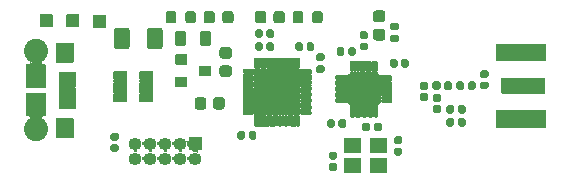
<source format=gbr>
%TF.GenerationSoftware,KiCad,Pcbnew,(5.1.9)-1*%
%TF.CreationDate,2021-11-01T00:10:38+05:30*%
%TF.ProjectId,STM32-nRF24,53544d33-322d-46e5-9246-32342e6b6963,Rev. A*%
%TF.SameCoordinates,Original*%
%TF.FileFunction,Soldermask,Top*%
%TF.FilePolarity,Negative*%
%FSLAX46Y46*%
G04 Gerber Fmt 4.6, Leading zero omitted, Abs format (unit mm)*
G04 Created by KiCad (PCBNEW (5.1.9)-1) date 2021-11-01 00:10:38*
%MOMM*%
%LPD*%
G01*
G04 APERTURE LIST*
%ADD10C,2.052000*%
%ADD11O,1.102000X1.102000*%
%ADD12C,0.100000*%
G04 APERTURE END LIST*
%TO.C,3v3*%
G36*
G01*
X84399000Y-155300000D02*
X84399000Y-154300000D01*
G75*
G02*
X84450000Y-154249000I51000J0D01*
G01*
X85450000Y-154249000D01*
G75*
G02*
X85501000Y-154300000I0J-51000D01*
G01*
X85501000Y-155300000D01*
G75*
G02*
X85450000Y-155351000I-51000J0D01*
G01*
X84450000Y-155351000D01*
G75*
G02*
X84399000Y-155300000I0J51000D01*
G01*
G37*
%TD*%
%TO.C,REF\u002A\u002A*%
G36*
G01*
X88899000Y-155350000D02*
X88899000Y-154350000D01*
G75*
G02*
X88950000Y-154299000I51000J0D01*
G01*
X89950000Y-154299000D01*
G75*
G02*
X90001000Y-154350000I0J-51000D01*
G01*
X90001000Y-155350000D01*
G75*
G02*
X89950000Y-155401000I-51000J0D01*
G01*
X88950000Y-155401000D01*
G75*
G02*
X88899000Y-155350000I0J51000D01*
G01*
G37*
%TD*%
%TO.C,5v*%
G36*
G01*
X86649000Y-155300000D02*
X86649000Y-154300000D01*
G75*
G02*
X86700000Y-154249000I51000J0D01*
G01*
X87700000Y-154249000D01*
G75*
G02*
X87751000Y-154300000I0J-51000D01*
G01*
X87751000Y-155300000D01*
G75*
G02*
X87700000Y-155351000I-51000J0D01*
G01*
X86700000Y-155351000D01*
G75*
G02*
X86649000Y-155300000I0J51000D01*
G01*
G37*
%TD*%
%TO.C,C1*%
G36*
G01*
X100425500Y-159576000D02*
X99874500Y-159576000D01*
G75*
G02*
X99624000Y-159325500I0J250500D01*
G01*
X99624000Y-158824500D01*
G75*
G02*
X99874500Y-158574000I250500J0D01*
G01*
X100425500Y-158574000D01*
G75*
G02*
X100676000Y-158824500I0J-250500D01*
G01*
X100676000Y-159325500D01*
G75*
G02*
X100425500Y-159576000I-250500J0D01*
G01*
G37*
G36*
G01*
X100425500Y-158026000D02*
X99874500Y-158026000D01*
G75*
G02*
X99624000Y-157775500I0J250500D01*
G01*
X99624000Y-157274500D01*
G75*
G02*
X99874500Y-157024000I250500J0D01*
G01*
X100425500Y-157024000D01*
G75*
G02*
X100676000Y-157274500I0J-250500D01*
G01*
X100676000Y-157775500D01*
G75*
G02*
X100425500Y-158026000I-250500J0D01*
G01*
G37*
%TD*%
%TO.C,C2*%
G36*
G01*
X97524000Y-162075500D02*
X97524000Y-161524500D01*
G75*
G02*
X97774500Y-161274000I250500J0D01*
G01*
X98275500Y-161274000D01*
G75*
G02*
X98526000Y-161524500I0J-250500D01*
G01*
X98526000Y-162075500D01*
G75*
G02*
X98275500Y-162326000I-250500J0D01*
G01*
X97774500Y-162326000D01*
G75*
G02*
X97524000Y-162075500I0J250500D01*
G01*
G37*
G36*
G01*
X99074000Y-162075500D02*
X99074000Y-161524500D01*
G75*
G02*
X99324500Y-161274000I250500J0D01*
G01*
X99825500Y-161274000D01*
G75*
G02*
X100076000Y-161524500I0J-250500D01*
G01*
X100076000Y-162075500D01*
G75*
G02*
X99825500Y-162326000I-250500J0D01*
G01*
X99324500Y-162326000D01*
G75*
G02*
X99074000Y-162075500I0J250500D01*
G01*
G37*
%TD*%
%TO.C,C3*%
G36*
G01*
X90945500Y-164951000D02*
X90554500Y-164951000D01*
G75*
G02*
X90389000Y-164785500I0J165500D01*
G01*
X90389000Y-164454500D01*
G75*
G02*
X90554500Y-164289000I165500J0D01*
G01*
X90945500Y-164289000D01*
G75*
G02*
X91111000Y-164454500I0J-165500D01*
G01*
X91111000Y-164785500D01*
G75*
G02*
X90945500Y-164951000I-165500J0D01*
G01*
G37*
G36*
G01*
X90945500Y-165911000D02*
X90554500Y-165911000D01*
G75*
G02*
X90389000Y-165745500I0J165500D01*
G01*
X90389000Y-165414500D01*
G75*
G02*
X90554500Y-165249000I165500J0D01*
G01*
X90945500Y-165249000D01*
G75*
G02*
X91111000Y-165414500I0J-165500D01*
G01*
X91111000Y-165745500D01*
G75*
G02*
X90945500Y-165911000I-165500J0D01*
G01*
G37*
%TD*%
%TO.C,C4*%
G36*
G01*
X104261000Y-155704500D02*
X104261000Y-156095500D01*
G75*
G02*
X104095500Y-156261000I-165500J0D01*
G01*
X103764500Y-156261000D01*
G75*
G02*
X103599000Y-156095500I0J165500D01*
G01*
X103599000Y-155704500D01*
G75*
G02*
X103764500Y-155539000I165500J0D01*
G01*
X104095500Y-155539000D01*
G75*
G02*
X104261000Y-155704500I0J-165500D01*
G01*
G37*
G36*
G01*
X103301000Y-155704500D02*
X103301000Y-156095500D01*
G75*
G02*
X103135500Y-156261000I-165500J0D01*
G01*
X102804500Y-156261000D01*
G75*
G02*
X102639000Y-156095500I0J165500D01*
G01*
X102639000Y-155704500D01*
G75*
G02*
X102804500Y-155539000I165500J0D01*
G01*
X103135500Y-155539000D01*
G75*
G02*
X103301000Y-155704500I0J-165500D01*
G01*
G37*
%TD*%
%TO.C,C5*%
G36*
G01*
X106999000Y-157195500D02*
X106999000Y-156804500D01*
G75*
G02*
X107164500Y-156639000I165500J0D01*
G01*
X107495500Y-156639000D01*
G75*
G02*
X107661000Y-156804500I0J-165500D01*
G01*
X107661000Y-157195500D01*
G75*
G02*
X107495500Y-157361000I-165500J0D01*
G01*
X107164500Y-157361000D01*
G75*
G02*
X106999000Y-157195500I0J165500D01*
G01*
G37*
G36*
G01*
X106039000Y-157195500D02*
X106039000Y-156804500D01*
G75*
G02*
X106204500Y-156639000I165500J0D01*
G01*
X106535500Y-156639000D01*
G75*
G02*
X106701000Y-156804500I0J-165500D01*
G01*
X106701000Y-157195500D01*
G75*
G02*
X106535500Y-157361000I-165500J0D01*
G01*
X106204500Y-157361000D01*
G75*
G02*
X106039000Y-157195500I0J165500D01*
G01*
G37*
%TD*%
%TO.C,C6*%
G36*
G01*
X104261000Y-156804500D02*
X104261000Y-157195500D01*
G75*
G02*
X104095500Y-157361000I-165500J0D01*
G01*
X103764500Y-157361000D01*
G75*
G02*
X103599000Y-157195500I0J165500D01*
G01*
X103599000Y-156804500D01*
G75*
G02*
X103764500Y-156639000I165500J0D01*
G01*
X104095500Y-156639000D01*
G75*
G02*
X104261000Y-156804500I0J-165500D01*
G01*
G37*
G36*
G01*
X103301000Y-156804500D02*
X103301000Y-157195500D01*
G75*
G02*
X103135500Y-157361000I-165500J0D01*
G01*
X102804500Y-157361000D01*
G75*
G02*
X102639000Y-157195500I0J165500D01*
G01*
X102639000Y-156804500D01*
G75*
G02*
X102804500Y-156639000I165500J0D01*
G01*
X103135500Y-156639000D01*
G75*
G02*
X103301000Y-156804500I0J-165500D01*
G01*
G37*
%TD*%
%TO.C,C7*%
G36*
G01*
X101801000Y-164304500D02*
X101801000Y-164695500D01*
G75*
G02*
X101635500Y-164861000I-165500J0D01*
G01*
X101304500Y-164861000D01*
G75*
G02*
X101139000Y-164695500I0J165500D01*
G01*
X101139000Y-164304500D01*
G75*
G02*
X101304500Y-164139000I165500J0D01*
G01*
X101635500Y-164139000D01*
G75*
G02*
X101801000Y-164304500I0J-165500D01*
G01*
G37*
G36*
G01*
X102761000Y-164304500D02*
X102761000Y-164695500D01*
G75*
G02*
X102595500Y-164861000I-165500J0D01*
G01*
X102264500Y-164861000D01*
G75*
G02*
X102099000Y-164695500I0J165500D01*
G01*
X102099000Y-164304500D01*
G75*
G02*
X102264500Y-164139000I165500J0D01*
G01*
X102595500Y-164139000D01*
G75*
G02*
X102761000Y-164304500I0J-165500D01*
G01*
G37*
%TD*%
%TO.C,C8*%
G36*
G01*
X113425500Y-156476000D02*
X112874500Y-156476000D01*
G75*
G02*
X112624000Y-156225500I0J250500D01*
G01*
X112624000Y-155724500D01*
G75*
G02*
X112874500Y-155474000I250500J0D01*
G01*
X113425500Y-155474000D01*
G75*
G02*
X113676000Y-155724500I0J-250500D01*
G01*
X113676000Y-156225500D01*
G75*
G02*
X113425500Y-156476000I-250500J0D01*
G01*
G37*
G36*
G01*
X113425500Y-154926000D02*
X112874500Y-154926000D01*
G75*
G02*
X112624000Y-154675500I0J250500D01*
G01*
X112624000Y-154174500D01*
G75*
G02*
X112874500Y-153924000I250500J0D01*
G01*
X113425500Y-153924000D01*
G75*
G02*
X113676000Y-154174500I0J-250500D01*
G01*
X113676000Y-154675500D01*
G75*
G02*
X113425500Y-154926000I-250500J0D01*
G01*
G37*
%TD*%
%TO.C,C9*%
G36*
G01*
X112045500Y-157311000D02*
X111654500Y-157311000D01*
G75*
G02*
X111489000Y-157145500I0J165500D01*
G01*
X111489000Y-156814500D01*
G75*
G02*
X111654500Y-156649000I165500J0D01*
G01*
X112045500Y-156649000D01*
G75*
G02*
X112211000Y-156814500I0J-165500D01*
G01*
X112211000Y-157145500D01*
G75*
G02*
X112045500Y-157311000I-165500J0D01*
G01*
G37*
G36*
G01*
X112045500Y-156351000D02*
X111654500Y-156351000D01*
G75*
G02*
X111489000Y-156185500I0J165500D01*
G01*
X111489000Y-155854500D01*
G75*
G02*
X111654500Y-155689000I165500J0D01*
G01*
X112045500Y-155689000D01*
G75*
G02*
X112211000Y-155854500I0J-165500D01*
G01*
X112211000Y-156185500D01*
G75*
G02*
X112045500Y-156351000I-165500J0D01*
G01*
G37*
%TD*%
%TO.C,C10*%
G36*
G01*
X114039000Y-158595500D02*
X114039000Y-158204500D01*
G75*
G02*
X114204500Y-158039000I165500J0D01*
G01*
X114535500Y-158039000D01*
G75*
G02*
X114701000Y-158204500I0J-165500D01*
G01*
X114701000Y-158595500D01*
G75*
G02*
X114535500Y-158761000I-165500J0D01*
G01*
X114204500Y-158761000D01*
G75*
G02*
X114039000Y-158595500I0J165500D01*
G01*
G37*
G36*
G01*
X114999000Y-158595500D02*
X114999000Y-158204500D01*
G75*
G02*
X115164500Y-158039000I165500J0D01*
G01*
X115495500Y-158039000D01*
G75*
G02*
X115661000Y-158204500I0J-165500D01*
G01*
X115661000Y-158595500D01*
G75*
G02*
X115495500Y-158761000I-165500J0D01*
G01*
X115164500Y-158761000D01*
G75*
G02*
X114999000Y-158595500I0J165500D01*
G01*
G37*
%TD*%
%TO.C,C11*%
G36*
G01*
X109401000Y-163304500D02*
X109401000Y-163695500D01*
G75*
G02*
X109235500Y-163861000I-165500J0D01*
G01*
X108904500Y-163861000D01*
G75*
G02*
X108739000Y-163695500I0J165500D01*
G01*
X108739000Y-163304500D01*
G75*
G02*
X108904500Y-163139000I165500J0D01*
G01*
X109235500Y-163139000D01*
G75*
G02*
X109401000Y-163304500I0J-165500D01*
G01*
G37*
G36*
G01*
X110361000Y-163304500D02*
X110361000Y-163695500D01*
G75*
G02*
X110195500Y-163861000I-165500J0D01*
G01*
X109864500Y-163861000D01*
G75*
G02*
X109699000Y-163695500I0J165500D01*
G01*
X109699000Y-163304500D01*
G75*
G02*
X109864500Y-163139000I165500J0D01*
G01*
X110195500Y-163139000D01*
G75*
G02*
X110361000Y-163304500I0J-165500D01*
G01*
G37*
%TD*%
%TO.C,C12*%
G36*
G01*
X111161000Y-157204500D02*
X111161000Y-157595500D01*
G75*
G02*
X110995500Y-157761000I-165500J0D01*
G01*
X110664500Y-157761000D01*
G75*
G02*
X110499000Y-157595500I0J165500D01*
G01*
X110499000Y-157204500D01*
G75*
G02*
X110664500Y-157039000I165500J0D01*
G01*
X110995500Y-157039000D01*
G75*
G02*
X111161000Y-157204500I0J-165500D01*
G01*
G37*
G36*
G01*
X110201000Y-157204500D02*
X110201000Y-157595500D01*
G75*
G02*
X110035500Y-157761000I-165500J0D01*
G01*
X109704500Y-157761000D01*
G75*
G02*
X109539000Y-157595500I0J165500D01*
G01*
X109539000Y-157204500D01*
G75*
G02*
X109704500Y-157039000I165500J0D01*
G01*
X110035500Y-157039000D01*
G75*
G02*
X110201000Y-157204500I0J-165500D01*
G01*
G37*
%TD*%
%TO.C,C13*%
G36*
G01*
X114554500Y-165549000D02*
X114945500Y-165549000D01*
G75*
G02*
X115111000Y-165714500I0J-165500D01*
G01*
X115111000Y-166045500D01*
G75*
G02*
X114945500Y-166211000I-165500J0D01*
G01*
X114554500Y-166211000D01*
G75*
G02*
X114389000Y-166045500I0J165500D01*
G01*
X114389000Y-165714500D01*
G75*
G02*
X114554500Y-165549000I165500J0D01*
G01*
G37*
G36*
G01*
X114554500Y-164589000D02*
X114945500Y-164589000D01*
G75*
G02*
X115111000Y-164754500I0J-165500D01*
G01*
X115111000Y-165085500D01*
G75*
G02*
X114945500Y-165251000I-165500J0D01*
G01*
X114554500Y-165251000D01*
G75*
G02*
X114389000Y-165085500I0J165500D01*
G01*
X114389000Y-164754500D01*
G75*
G02*
X114554500Y-164589000I165500J0D01*
G01*
G37*
%TD*%
%TO.C,C14*%
G36*
G01*
X109445500Y-167511000D02*
X109054500Y-167511000D01*
G75*
G02*
X108889000Y-167345500I0J165500D01*
G01*
X108889000Y-167014500D01*
G75*
G02*
X109054500Y-166849000I165500J0D01*
G01*
X109445500Y-166849000D01*
G75*
G02*
X109611000Y-167014500I0J-165500D01*
G01*
X109611000Y-167345500D01*
G75*
G02*
X109445500Y-167511000I-165500J0D01*
G01*
G37*
G36*
G01*
X109445500Y-166551000D02*
X109054500Y-166551000D01*
G75*
G02*
X108889000Y-166385500I0J165500D01*
G01*
X108889000Y-166054500D01*
G75*
G02*
X109054500Y-165889000I165500J0D01*
G01*
X109445500Y-165889000D01*
G75*
G02*
X109611000Y-166054500I0J-165500D01*
G01*
X109611000Y-166385500D01*
G75*
G02*
X109445500Y-166551000I-165500J0D01*
G01*
G37*
%TD*%
%TO.C,C15*%
G36*
G01*
X120351000Y-160104500D02*
X120351000Y-160495500D01*
G75*
G02*
X120185500Y-160661000I-165500J0D01*
G01*
X119854500Y-160661000D01*
G75*
G02*
X119689000Y-160495500I0J165500D01*
G01*
X119689000Y-160104500D01*
G75*
G02*
X119854500Y-159939000I165500J0D01*
G01*
X120185500Y-159939000D01*
G75*
G02*
X120351000Y-160104500I0J-165500D01*
G01*
G37*
G36*
G01*
X121311000Y-160104500D02*
X121311000Y-160495500D01*
G75*
G02*
X121145500Y-160661000I-165500J0D01*
G01*
X120814500Y-160661000D01*
G75*
G02*
X120649000Y-160495500I0J165500D01*
G01*
X120649000Y-160104500D01*
G75*
G02*
X120814500Y-159939000I165500J0D01*
G01*
X121145500Y-159939000D01*
G75*
G02*
X121311000Y-160104500I0J-165500D01*
G01*
G37*
%TD*%
%TO.C,C16*%
G36*
G01*
X121854500Y-158989000D02*
X122245500Y-158989000D01*
G75*
G02*
X122411000Y-159154500I0J-165500D01*
G01*
X122411000Y-159485500D01*
G75*
G02*
X122245500Y-159651000I-165500J0D01*
G01*
X121854500Y-159651000D01*
G75*
G02*
X121689000Y-159485500I0J165500D01*
G01*
X121689000Y-159154500D01*
G75*
G02*
X121854500Y-158989000I165500J0D01*
G01*
G37*
G36*
G01*
X121854500Y-159949000D02*
X122245500Y-159949000D01*
G75*
G02*
X122411000Y-160114500I0J-165500D01*
G01*
X122411000Y-160445500D01*
G75*
G02*
X122245500Y-160611000I-165500J0D01*
G01*
X121854500Y-160611000D01*
G75*
G02*
X121689000Y-160445500I0J165500D01*
G01*
X121689000Y-160114500D01*
G75*
G02*
X121854500Y-159949000I165500J0D01*
G01*
G37*
%TD*%
%TO.C,C17*%
G36*
G01*
X120461000Y-163204500D02*
X120461000Y-163595500D01*
G75*
G02*
X120295500Y-163761000I-165500J0D01*
G01*
X119964500Y-163761000D01*
G75*
G02*
X119799000Y-163595500I0J165500D01*
G01*
X119799000Y-163204500D01*
G75*
G02*
X119964500Y-163039000I165500J0D01*
G01*
X120295500Y-163039000D01*
G75*
G02*
X120461000Y-163204500I0J-165500D01*
G01*
G37*
G36*
G01*
X119501000Y-163204500D02*
X119501000Y-163595500D01*
G75*
G02*
X119335500Y-163761000I-165500J0D01*
G01*
X119004500Y-163761000D01*
G75*
G02*
X118839000Y-163595500I0J165500D01*
G01*
X118839000Y-163204500D01*
G75*
G02*
X119004500Y-163039000I165500J0D01*
G01*
X119335500Y-163039000D01*
G75*
G02*
X119501000Y-163204500I0J-165500D01*
G01*
G37*
%TD*%
%TO.C,C18*%
G36*
G01*
X119501000Y-162104500D02*
X119501000Y-162495500D01*
G75*
G02*
X119335500Y-162661000I-165500J0D01*
G01*
X119004500Y-162661000D01*
G75*
G02*
X118839000Y-162495500I0J165500D01*
G01*
X118839000Y-162104500D01*
G75*
G02*
X119004500Y-161939000I165500J0D01*
G01*
X119335500Y-161939000D01*
G75*
G02*
X119501000Y-162104500I0J-165500D01*
G01*
G37*
G36*
G01*
X120461000Y-162104500D02*
X120461000Y-162495500D01*
G75*
G02*
X120295500Y-162661000I-165500J0D01*
G01*
X119964500Y-162661000D01*
G75*
G02*
X119799000Y-162495500I0J165500D01*
G01*
X119799000Y-162104500D01*
G75*
G02*
X119964500Y-161939000I165500J0D01*
G01*
X120295500Y-161939000D01*
G75*
G02*
X120461000Y-162104500I0J-165500D01*
G01*
G37*
%TD*%
%TO.C,D1*%
G36*
G01*
X98274000Y-154781750D02*
X98274000Y-154218250D01*
G75*
G02*
X98518250Y-153974000I244250J0D01*
G01*
X99006750Y-153974000D01*
G75*
G02*
X99251000Y-154218250I0J-244250D01*
G01*
X99251000Y-154781750D01*
G75*
G02*
X99006750Y-155026000I-244250J0D01*
G01*
X98518250Y-155026000D01*
G75*
G02*
X98274000Y-154781750I0J244250D01*
G01*
G37*
G36*
G01*
X99849000Y-154781750D02*
X99849000Y-154218250D01*
G75*
G02*
X100093250Y-153974000I244250J0D01*
G01*
X100581750Y-153974000D01*
G75*
G02*
X100826000Y-154218250I0J-244250D01*
G01*
X100826000Y-154781750D01*
G75*
G02*
X100581750Y-155026000I-244250J0D01*
G01*
X100093250Y-155026000D01*
G75*
G02*
X99849000Y-154781750I0J244250D01*
G01*
G37*
%TD*%
%TO.C,D2*%
G36*
G01*
X103601000Y-154218250D02*
X103601000Y-154781750D01*
G75*
G02*
X103356750Y-155026000I-244250J0D01*
G01*
X102868250Y-155026000D01*
G75*
G02*
X102624000Y-154781750I0J244250D01*
G01*
X102624000Y-154218250D01*
G75*
G02*
X102868250Y-153974000I244250J0D01*
G01*
X103356750Y-153974000D01*
G75*
G02*
X103601000Y-154218250I0J-244250D01*
G01*
G37*
G36*
G01*
X105176000Y-154218250D02*
X105176000Y-154781750D01*
G75*
G02*
X104931750Y-155026000I-244250J0D01*
G01*
X104443250Y-155026000D01*
G75*
G02*
X104199000Y-154781750I0J244250D01*
G01*
X104199000Y-154218250D01*
G75*
G02*
X104443250Y-153974000I244250J0D01*
G01*
X104931750Y-153974000D01*
G75*
G02*
X105176000Y-154218250I0J-244250D01*
G01*
G37*
%TD*%
%TO.C,F1*%
G36*
G01*
X94826000Y-155644400D02*
X94826000Y-156955600D01*
G75*
G02*
X94555600Y-157226000I-270400J0D01*
G01*
X93744400Y-157226000D01*
G75*
G02*
X93474000Y-156955600I0J270400D01*
G01*
X93474000Y-155644400D01*
G75*
G02*
X93744400Y-155374000I270400J0D01*
G01*
X94555600Y-155374000D01*
G75*
G02*
X94826000Y-155644400I0J-270400D01*
G01*
G37*
G36*
G01*
X92026000Y-155644400D02*
X92026000Y-156955600D01*
G75*
G02*
X91755600Y-157226000I-270400J0D01*
G01*
X90944400Y-157226000D01*
G75*
G02*
X90674000Y-156955600I0J270400D01*
G01*
X90674000Y-155644400D01*
G75*
G02*
X90944400Y-155374000I270400J0D01*
G01*
X91755600Y-155374000D01*
G75*
G02*
X92026000Y-155644400I0J-270400D01*
G01*
G37*
%TD*%
%TO.C,FB1*%
G36*
G01*
X98951000Y-155893250D02*
X98951000Y-156706750D01*
G75*
G02*
X98706750Y-156951000I-244250J0D01*
G01*
X98218250Y-156951000D01*
G75*
G02*
X97974000Y-156706750I0J244250D01*
G01*
X97974000Y-155893250D01*
G75*
G02*
X98218250Y-155649000I244250J0D01*
G01*
X98706750Y-155649000D01*
G75*
G02*
X98951000Y-155893250I0J-244250D01*
G01*
G37*
G36*
G01*
X96826000Y-155893250D02*
X96826000Y-156706750D01*
G75*
G02*
X96581750Y-156951000I-244250J0D01*
G01*
X96093250Y-156951000D01*
G75*
G02*
X95849000Y-156706750I0J244250D01*
G01*
X95849000Y-155893250D01*
G75*
G02*
X96093250Y-155649000I244250J0D01*
G01*
X96581750Y-155649000D01*
G75*
G02*
X96826000Y-155893250I0J-244250D01*
G01*
G37*
%TD*%
%TO.C,J1*%
G36*
G01*
X86075000Y-159149000D02*
X87425000Y-159149000D01*
G75*
G02*
X87476000Y-159200000I0J-51000D01*
G01*
X87476000Y-159600000D01*
G75*
G02*
X87425000Y-159651000I-51000J0D01*
G01*
X86075000Y-159651000D01*
G75*
G02*
X86024000Y-159600000I0J51000D01*
G01*
X86024000Y-159200000D01*
G75*
G02*
X86075000Y-159149000I51000J0D01*
G01*
G37*
G36*
G01*
X86075000Y-159799000D02*
X87425000Y-159799000D01*
G75*
G02*
X87476000Y-159850000I0J-51000D01*
G01*
X87476000Y-160250000D01*
G75*
G02*
X87425000Y-160301000I-51000J0D01*
G01*
X86075000Y-160301000D01*
G75*
G02*
X86024000Y-160250000I0J51000D01*
G01*
X86024000Y-159850000D01*
G75*
G02*
X86075000Y-159799000I51000J0D01*
G01*
G37*
G36*
G01*
X86075000Y-160449000D02*
X87425000Y-160449000D01*
G75*
G02*
X87476000Y-160500000I0J-51000D01*
G01*
X87476000Y-160900000D01*
G75*
G02*
X87425000Y-160951000I-51000J0D01*
G01*
X86075000Y-160951000D01*
G75*
G02*
X86024000Y-160900000I0J51000D01*
G01*
X86024000Y-160500000D01*
G75*
G02*
X86075000Y-160449000I51000J0D01*
G01*
G37*
G36*
G01*
X86075000Y-161099000D02*
X87425000Y-161099000D01*
G75*
G02*
X87476000Y-161150000I0J-51000D01*
G01*
X87476000Y-161550000D01*
G75*
G02*
X87425000Y-161601000I-51000J0D01*
G01*
X86075000Y-161601000D01*
G75*
G02*
X86024000Y-161550000I0J51000D01*
G01*
X86024000Y-161150000D01*
G75*
G02*
X86075000Y-161099000I51000J0D01*
G01*
G37*
G36*
G01*
X86075000Y-161749000D02*
X87425000Y-161749000D01*
G75*
G02*
X87476000Y-161800000I0J-51000D01*
G01*
X87476000Y-162200000D01*
G75*
G02*
X87425000Y-162251000I-51000J0D01*
G01*
X86075000Y-162251000D01*
G75*
G02*
X86024000Y-162200000I0J51000D01*
G01*
X86024000Y-161800000D01*
G75*
G02*
X86075000Y-161749000I51000J0D01*
G01*
G37*
D10*
X84075000Y-157400000D03*
X84075000Y-164000000D03*
G36*
G01*
X85774000Y-158300000D02*
X85774000Y-156700000D01*
G75*
G02*
X85825000Y-156649000I51000J0D01*
G01*
X87225000Y-156649000D01*
G75*
G02*
X87276000Y-156700000I0J-51000D01*
G01*
X87276000Y-158300000D01*
G75*
G02*
X87225000Y-158351000I-51000J0D01*
G01*
X85825000Y-158351000D01*
G75*
G02*
X85774000Y-158300000I0J51000D01*
G01*
G37*
G36*
G01*
X83224000Y-160450000D02*
X83224000Y-158550000D01*
G75*
G02*
X83275000Y-158499000I51000J0D01*
G01*
X84875000Y-158499000D01*
G75*
G02*
X84926000Y-158550000I0J-51000D01*
G01*
X84926000Y-160450000D01*
G75*
G02*
X84875000Y-160501000I-51000J0D01*
G01*
X83275000Y-160501000D01*
G75*
G02*
X83224000Y-160450000I0J51000D01*
G01*
G37*
G36*
G01*
X83224000Y-162850000D02*
X83224000Y-160950000D01*
G75*
G02*
X83275000Y-160899000I51000J0D01*
G01*
X84875000Y-160899000D01*
G75*
G02*
X84926000Y-160950000I0J-51000D01*
G01*
X84926000Y-162850000D01*
G75*
G02*
X84875000Y-162901000I-51000J0D01*
G01*
X83275000Y-162901000D01*
G75*
G02*
X83224000Y-162850000I0J51000D01*
G01*
G37*
G36*
G01*
X85774000Y-164700000D02*
X85774000Y-163100000D01*
G75*
G02*
X85825000Y-163049000I51000J0D01*
G01*
X87225000Y-163049000D01*
G75*
G02*
X87276000Y-163100000I0J-51000D01*
G01*
X87276000Y-164700000D01*
G75*
G02*
X87225000Y-164751000I-51000J0D01*
G01*
X85825000Y-164751000D01*
G75*
G02*
X85774000Y-164700000I0J51000D01*
G01*
G37*
%TD*%
%TO.C,J2*%
G36*
G01*
X127150000Y-160986000D02*
X123550000Y-160986000D01*
G75*
G02*
X123499000Y-160935000I0J51000D01*
G01*
X123499000Y-159665000D01*
G75*
G02*
X123550000Y-159614000I51000J0D01*
G01*
X127150000Y-159614000D01*
G75*
G02*
X127201000Y-159665000I0J-51000D01*
G01*
X127201000Y-160935000D01*
G75*
G02*
X127150000Y-160986000I-51000J0D01*
G01*
G37*
G36*
G01*
X127250000Y-158201000D02*
X123050000Y-158201000D01*
G75*
G02*
X122999000Y-158150000I0J51000D01*
G01*
X122999000Y-156800000D01*
G75*
G02*
X123050000Y-156749000I51000J0D01*
G01*
X127250000Y-156749000D01*
G75*
G02*
X127301000Y-156800000I0J-51000D01*
G01*
X127301000Y-158150000D01*
G75*
G02*
X127250000Y-158201000I-51000J0D01*
G01*
G37*
G36*
G01*
X127250000Y-163851000D02*
X123050000Y-163851000D01*
G75*
G02*
X122999000Y-163800000I0J51000D01*
G01*
X122999000Y-162450000D01*
G75*
G02*
X123050000Y-162399000I51000J0D01*
G01*
X127250000Y-162399000D01*
G75*
G02*
X127301000Y-162450000I0J-51000D01*
G01*
X127301000Y-163800000D01*
G75*
G02*
X127250000Y-163851000I-51000J0D01*
G01*
G37*
%TD*%
%TO.C,J3*%
G36*
G01*
X97090000Y-164649000D02*
X98090000Y-164649000D01*
G75*
G02*
X98141000Y-164700000I0J-51000D01*
G01*
X98141000Y-165700000D01*
G75*
G02*
X98090000Y-165751000I-51000J0D01*
G01*
X97090000Y-165751000D01*
G75*
G02*
X97039000Y-165700000I0J51000D01*
G01*
X97039000Y-164700000D01*
G75*
G02*
X97090000Y-164649000I51000J0D01*
G01*
G37*
D11*
X97590000Y-166470000D03*
X96320000Y-165200000D03*
X96320000Y-166470000D03*
X95050000Y-165200000D03*
X95050000Y-166470000D03*
X93780000Y-165200000D03*
X93780000Y-166470000D03*
X92510000Y-165200000D03*
X92510000Y-166470000D03*
%TD*%
%TO.C,L1*%
G36*
G01*
X117654000Y-160498000D02*
X117654000Y-160102000D01*
G75*
G02*
X117827000Y-159929000I173000J0D01*
G01*
X118173000Y-159929000D01*
G75*
G02*
X118346000Y-160102000I0J-173000D01*
G01*
X118346000Y-160498000D01*
G75*
G02*
X118173000Y-160671000I-173000J0D01*
G01*
X117827000Y-160671000D01*
G75*
G02*
X117654000Y-160498000I0J173000D01*
G01*
G37*
G36*
G01*
X118624000Y-160498000D02*
X118624000Y-160102000D01*
G75*
G02*
X118797000Y-159929000I173000J0D01*
G01*
X119143000Y-159929000D01*
G75*
G02*
X119316000Y-160102000I0J-173000D01*
G01*
X119316000Y-160498000D01*
G75*
G02*
X119143000Y-160671000I-173000J0D01*
G01*
X118797000Y-160671000D01*
G75*
G02*
X118624000Y-160498000I0J173000D01*
G01*
G37*
%TD*%
%TO.C,L2*%
G36*
G01*
X116752000Y-160939000D02*
X117148000Y-160939000D01*
G75*
G02*
X117321000Y-161112000I0J-173000D01*
G01*
X117321000Y-161458000D01*
G75*
G02*
X117148000Y-161631000I-173000J0D01*
G01*
X116752000Y-161631000D01*
G75*
G02*
X116579000Y-161458000I0J173000D01*
G01*
X116579000Y-161112000D01*
G75*
G02*
X116752000Y-160939000I173000J0D01*
G01*
G37*
G36*
G01*
X116752000Y-159969000D02*
X117148000Y-159969000D01*
G75*
G02*
X117321000Y-160142000I0J-173000D01*
G01*
X117321000Y-160488000D01*
G75*
G02*
X117148000Y-160661000I-173000J0D01*
G01*
X116752000Y-160661000D01*
G75*
G02*
X116579000Y-160488000I0J173000D01*
G01*
X116579000Y-160142000D01*
G75*
G02*
X116752000Y-159969000I173000J0D01*
G01*
G37*
%TD*%
%TO.C,L3*%
G36*
G01*
X118248000Y-162631000D02*
X117852000Y-162631000D01*
G75*
G02*
X117679000Y-162458000I0J173000D01*
G01*
X117679000Y-162112000D01*
G75*
G02*
X117852000Y-161939000I173000J0D01*
G01*
X118248000Y-161939000D01*
G75*
G02*
X118421000Y-162112000I0J-173000D01*
G01*
X118421000Y-162458000D01*
G75*
G02*
X118248000Y-162631000I-173000J0D01*
G01*
G37*
G36*
G01*
X118248000Y-161661000D02*
X117852000Y-161661000D01*
G75*
G02*
X117679000Y-161488000I0J173000D01*
G01*
X117679000Y-161142000D01*
G75*
G02*
X117852000Y-160969000I173000J0D01*
G01*
X118248000Y-160969000D01*
G75*
G02*
X118421000Y-161142000I0J-173000D01*
G01*
X118421000Y-161488000D01*
G75*
G02*
X118248000Y-161661000I-173000J0D01*
G01*
G37*
%TD*%
%TO.C,R1*%
G36*
G01*
X108360500Y-158211000D02*
X107939500Y-158211000D01*
G75*
G02*
X107779000Y-158050500I0J160500D01*
G01*
X107779000Y-157729500D01*
G75*
G02*
X107939500Y-157569000I160500J0D01*
G01*
X108360500Y-157569000D01*
G75*
G02*
X108521000Y-157729500I0J-160500D01*
G01*
X108521000Y-158050500D01*
G75*
G02*
X108360500Y-158211000I-160500J0D01*
G01*
G37*
G36*
G01*
X108360500Y-159231000D02*
X107939500Y-159231000D01*
G75*
G02*
X107779000Y-159070500I0J160500D01*
G01*
X107779000Y-158749500D01*
G75*
G02*
X107939500Y-158589000I160500J0D01*
G01*
X108360500Y-158589000D01*
G75*
G02*
X108521000Y-158749500I0J-160500D01*
G01*
X108521000Y-159070500D01*
G75*
G02*
X108360500Y-159231000I-160500J0D01*
G01*
G37*
%TD*%
%TO.C,R2*%
G36*
G01*
X97626000Y-154199500D02*
X97626000Y-154800500D01*
G75*
G02*
X97400500Y-155026000I-225500J0D01*
G01*
X96949500Y-155026000D01*
G75*
G02*
X96724000Y-154800500I0J225500D01*
G01*
X96724000Y-154199500D01*
G75*
G02*
X96949500Y-153974000I225500J0D01*
G01*
X97400500Y-153974000D01*
G75*
G02*
X97626000Y-154199500I0J-225500D01*
G01*
G37*
G36*
G01*
X95976000Y-154199500D02*
X95976000Y-154800500D01*
G75*
G02*
X95750500Y-155026000I-225500J0D01*
G01*
X95299500Y-155026000D01*
G75*
G02*
X95074000Y-154800500I0J225500D01*
G01*
X95074000Y-154199500D01*
G75*
G02*
X95299500Y-153974000I225500J0D01*
G01*
X95750500Y-153974000D01*
G75*
G02*
X95976000Y-154199500I0J-225500D01*
G01*
G37*
%TD*%
%TO.C,R3*%
G36*
G01*
X107474000Y-154800500D02*
X107474000Y-154199500D01*
G75*
G02*
X107699500Y-153974000I225500J0D01*
G01*
X108150500Y-153974000D01*
G75*
G02*
X108376000Y-154199500I0J-225500D01*
G01*
X108376000Y-154800500D01*
G75*
G02*
X108150500Y-155026000I-225500J0D01*
G01*
X107699500Y-155026000D01*
G75*
G02*
X107474000Y-154800500I0J225500D01*
G01*
G37*
G36*
G01*
X105824000Y-154800500D02*
X105824000Y-154199500D01*
G75*
G02*
X106049500Y-153974000I225500J0D01*
G01*
X106500500Y-153974000D01*
G75*
G02*
X106726000Y-154199500I0J-225500D01*
G01*
X106726000Y-154800500D01*
G75*
G02*
X106500500Y-155026000I-225500J0D01*
G01*
X106049500Y-155026000D01*
G75*
G02*
X105824000Y-154800500I0J225500D01*
G01*
G37*
%TD*%
%TO.C,R4*%
G36*
G01*
X114660500Y-156631000D02*
X114239500Y-156631000D01*
G75*
G02*
X114079000Y-156470500I0J160500D01*
G01*
X114079000Y-156149500D01*
G75*
G02*
X114239500Y-155989000I160500J0D01*
G01*
X114660500Y-155989000D01*
G75*
G02*
X114821000Y-156149500I0J-160500D01*
G01*
X114821000Y-156470500D01*
G75*
G02*
X114660500Y-156631000I-160500J0D01*
G01*
G37*
G36*
G01*
X114660500Y-155611000D02*
X114239500Y-155611000D01*
G75*
G02*
X114079000Y-155450500I0J160500D01*
G01*
X114079000Y-155129500D01*
G75*
G02*
X114239500Y-154969000I160500J0D01*
G01*
X114660500Y-154969000D01*
G75*
G02*
X114821000Y-155129500I0J-160500D01*
G01*
X114821000Y-155450500D01*
G75*
G02*
X114660500Y-155611000I-160500J0D01*
G01*
G37*
%TD*%
%TO.C,R5*%
G36*
G01*
X111719000Y-164010500D02*
X111719000Y-163589500D01*
G75*
G02*
X111879500Y-163429000I160500J0D01*
G01*
X112200500Y-163429000D01*
G75*
G02*
X112361000Y-163589500I0J-160500D01*
G01*
X112361000Y-164010500D01*
G75*
G02*
X112200500Y-164171000I-160500J0D01*
G01*
X111879500Y-164171000D01*
G75*
G02*
X111719000Y-164010500I0J160500D01*
G01*
G37*
G36*
G01*
X112739000Y-164010500D02*
X112739000Y-163589500D01*
G75*
G02*
X112899500Y-163429000I160500J0D01*
G01*
X113220500Y-163429000D01*
G75*
G02*
X113381000Y-163589500I0J-160500D01*
G01*
X113381000Y-164010500D01*
G75*
G02*
X113220500Y-164171000I-160500J0D01*
G01*
X112899500Y-164171000D01*
G75*
G02*
X112739000Y-164010500I0J160500D01*
G01*
G37*
%TD*%
%TO.C,U1*%
G36*
G01*
X95899000Y-158500000D02*
X95899000Y-157700000D01*
G75*
G02*
X95950000Y-157649000I51000J0D01*
G01*
X96850000Y-157649000D01*
G75*
G02*
X96901000Y-157700000I0J-51000D01*
G01*
X96901000Y-158500000D01*
G75*
G02*
X96850000Y-158551000I-51000J0D01*
G01*
X95950000Y-158551000D01*
G75*
G02*
X95899000Y-158500000I0J51000D01*
G01*
G37*
G36*
G01*
X95899000Y-160400000D02*
X95899000Y-159600000D01*
G75*
G02*
X95950000Y-159549000I51000J0D01*
G01*
X96850000Y-159549000D01*
G75*
G02*
X96901000Y-159600000I0J-51000D01*
G01*
X96901000Y-160400000D01*
G75*
G02*
X96850000Y-160451000I-51000J0D01*
G01*
X95950000Y-160451000D01*
G75*
G02*
X95899000Y-160400000I0J51000D01*
G01*
G37*
G36*
G01*
X97899000Y-159450000D02*
X97899000Y-158650000D01*
G75*
G02*
X97950000Y-158599000I51000J0D01*
G01*
X98850000Y-158599000D01*
G75*
G02*
X98901000Y-158650000I0J-51000D01*
G01*
X98901000Y-159450000D01*
G75*
G02*
X98850000Y-159501000I-51000J0D01*
G01*
X97950000Y-159501000D01*
G75*
G02*
X97899000Y-159450000I0J51000D01*
G01*
G37*
%TD*%
%TO.C,U2*%
G36*
G01*
X94011000Y-161004999D02*
X94011000Y-161655001D01*
G75*
G02*
X93960001Y-161706000I-50999J0D01*
G01*
X92899999Y-161706000D01*
G75*
G02*
X92849000Y-161655001I0J50999D01*
G01*
X92849000Y-161004999D01*
G75*
G02*
X92899999Y-160954000I50999J0D01*
G01*
X93960001Y-160954000D01*
G75*
G02*
X94011000Y-161004999I0J-50999D01*
G01*
G37*
G36*
G01*
X94011000Y-160054999D02*
X94011000Y-160705001D01*
G75*
G02*
X93960001Y-160756000I-50999J0D01*
G01*
X92899999Y-160756000D01*
G75*
G02*
X92849000Y-160705001I0J50999D01*
G01*
X92849000Y-160054999D01*
G75*
G02*
X92899999Y-160004000I50999J0D01*
G01*
X93960001Y-160004000D01*
G75*
G02*
X94011000Y-160054999I0J-50999D01*
G01*
G37*
G36*
G01*
X94011000Y-159104999D02*
X94011000Y-159755001D01*
G75*
G02*
X93960001Y-159806000I-50999J0D01*
G01*
X92899999Y-159806000D01*
G75*
G02*
X92849000Y-159755001I0J50999D01*
G01*
X92849000Y-159104999D01*
G75*
G02*
X92899999Y-159054000I50999J0D01*
G01*
X93960001Y-159054000D01*
G75*
G02*
X94011000Y-159104999I0J-50999D01*
G01*
G37*
G36*
G01*
X91811000Y-159104999D02*
X91811000Y-159755001D01*
G75*
G02*
X91760001Y-159806000I-50999J0D01*
G01*
X90699999Y-159806000D01*
G75*
G02*
X90649000Y-159755001I0J50999D01*
G01*
X90649000Y-159104999D01*
G75*
G02*
X90699999Y-159054000I50999J0D01*
G01*
X91760001Y-159054000D01*
G75*
G02*
X91811000Y-159104999I0J-50999D01*
G01*
G37*
G36*
G01*
X91811000Y-161004999D02*
X91811000Y-161655001D01*
G75*
G02*
X91760001Y-161706000I-50999J0D01*
G01*
X90699999Y-161706000D01*
G75*
G02*
X90649000Y-161655001I0J50999D01*
G01*
X90649000Y-161004999D01*
G75*
G02*
X90699999Y-160954000I50999J0D01*
G01*
X91760001Y-160954000D01*
G75*
G02*
X91811000Y-161004999I0J-50999D01*
G01*
G37*
G36*
G01*
X91811000Y-160054999D02*
X91811000Y-160705001D01*
G75*
G02*
X91760001Y-160756000I-50999J0D01*
G01*
X90699999Y-160756000D01*
G75*
G02*
X90649000Y-160705001I0J50999D01*
G01*
X90649000Y-160054999D01*
G75*
G02*
X90699999Y-160004000I50999J0D01*
G01*
X91760001Y-160004000D01*
G75*
G02*
X91811000Y-160054999I0J-50999D01*
G01*
G37*
%TD*%
%TO.C,U3*%
G36*
G01*
X106166999Y-157919001D02*
X106342999Y-157919001D01*
G75*
G02*
X106430999Y-158007001I0J-88000D01*
G01*
X106430999Y-158808001D01*
G75*
G02*
X106342999Y-158896001I-88000J0D01*
G01*
X106166999Y-158896001D01*
G75*
G02*
X106078999Y-158808001I0J88000D01*
G01*
X106078999Y-158007001D01*
G75*
G02*
X106166999Y-157919001I88000J0D01*
G01*
G37*
G36*
G01*
X105666999Y-157919001D02*
X105842999Y-157919001D01*
G75*
G02*
X105930999Y-158007001I0J-88000D01*
G01*
X105930999Y-158808001D01*
G75*
G02*
X105842999Y-158896001I-88000J0D01*
G01*
X105666999Y-158896001D01*
G75*
G02*
X105578999Y-158808001I0J88000D01*
G01*
X105578999Y-158007001D01*
G75*
G02*
X105666999Y-157919001I88000J0D01*
G01*
G37*
G36*
G01*
X105166999Y-157919001D02*
X105342999Y-157919001D01*
G75*
G02*
X105430999Y-158007001I0J-88000D01*
G01*
X105430999Y-158808001D01*
G75*
G02*
X105342999Y-158896001I-88000J0D01*
G01*
X105166999Y-158896001D01*
G75*
G02*
X105078999Y-158808001I0J88000D01*
G01*
X105078999Y-158007001D01*
G75*
G02*
X105166999Y-157919001I88000J0D01*
G01*
G37*
G36*
G01*
X104666999Y-157919001D02*
X104842999Y-157919001D01*
G75*
G02*
X104930999Y-158007001I0J-88000D01*
G01*
X104930999Y-158808001D01*
G75*
G02*
X104842999Y-158896001I-88000J0D01*
G01*
X104666999Y-158896001D01*
G75*
G02*
X104578999Y-158808001I0J88000D01*
G01*
X104578999Y-158007001D01*
G75*
G02*
X104666999Y-157919001I88000J0D01*
G01*
G37*
G36*
G01*
X104166999Y-157919001D02*
X104342999Y-157919001D01*
G75*
G02*
X104430999Y-158007001I0J-88000D01*
G01*
X104430999Y-158808001D01*
G75*
G02*
X104342999Y-158896001I-88000J0D01*
G01*
X104166999Y-158896001D01*
G75*
G02*
X104078999Y-158808001I0J88000D01*
G01*
X104078999Y-158007001D01*
G75*
G02*
X104166999Y-157919001I88000J0D01*
G01*
G37*
G36*
G01*
X103666999Y-157919001D02*
X103842999Y-157919001D01*
G75*
G02*
X103930999Y-158007001I0J-88000D01*
G01*
X103930999Y-158808001D01*
G75*
G02*
X103842999Y-158896001I-88000J0D01*
G01*
X103666999Y-158896001D01*
G75*
G02*
X103578999Y-158808001I0J88000D01*
G01*
X103578999Y-158007001D01*
G75*
G02*
X103666999Y-157919001I88000J0D01*
G01*
G37*
G36*
G01*
X103166999Y-157919001D02*
X103342999Y-157919001D01*
G75*
G02*
X103430999Y-158007001I0J-88000D01*
G01*
X103430999Y-158808001D01*
G75*
G02*
X103342999Y-158896001I-88000J0D01*
G01*
X103166999Y-158896001D01*
G75*
G02*
X103078999Y-158808001I0J88000D01*
G01*
X103078999Y-158007001D01*
G75*
G02*
X103166999Y-157919001I88000J0D01*
G01*
G37*
G36*
G01*
X102666999Y-157919001D02*
X102842999Y-157919001D01*
G75*
G02*
X102930999Y-158007001I0J-88000D01*
G01*
X102930999Y-158808001D01*
G75*
G02*
X102842999Y-158896001I-88000J0D01*
G01*
X102666999Y-158896001D01*
G75*
G02*
X102578999Y-158808001I0J88000D01*
G01*
X102578999Y-158007001D01*
G75*
G02*
X102666999Y-157919001I88000J0D01*
G01*
G37*
G36*
G01*
X101666999Y-158919001D02*
X102467999Y-158919001D01*
G75*
G02*
X102555999Y-159007001I0J-88000D01*
G01*
X102555999Y-159183001D01*
G75*
G02*
X102467999Y-159271001I-88000J0D01*
G01*
X101666999Y-159271001D01*
G75*
G02*
X101578999Y-159183001I0J88000D01*
G01*
X101578999Y-159007001D01*
G75*
G02*
X101666999Y-158919001I88000J0D01*
G01*
G37*
G36*
G01*
X101666999Y-159419001D02*
X102467999Y-159419001D01*
G75*
G02*
X102555999Y-159507001I0J-88000D01*
G01*
X102555999Y-159683001D01*
G75*
G02*
X102467999Y-159771001I-88000J0D01*
G01*
X101666999Y-159771001D01*
G75*
G02*
X101578999Y-159683001I0J88000D01*
G01*
X101578999Y-159507001D01*
G75*
G02*
X101666999Y-159419001I88000J0D01*
G01*
G37*
G36*
G01*
X101666999Y-159919001D02*
X102467999Y-159919001D01*
G75*
G02*
X102555999Y-160007001I0J-88000D01*
G01*
X102555999Y-160183001D01*
G75*
G02*
X102467999Y-160271001I-88000J0D01*
G01*
X101666999Y-160271001D01*
G75*
G02*
X101578999Y-160183001I0J88000D01*
G01*
X101578999Y-160007001D01*
G75*
G02*
X101666999Y-159919001I88000J0D01*
G01*
G37*
G36*
G01*
X101666999Y-160419001D02*
X102467999Y-160419001D01*
G75*
G02*
X102555999Y-160507001I0J-88000D01*
G01*
X102555999Y-160683001D01*
G75*
G02*
X102467999Y-160771001I-88000J0D01*
G01*
X101666999Y-160771001D01*
G75*
G02*
X101578999Y-160683001I0J88000D01*
G01*
X101578999Y-160507001D01*
G75*
G02*
X101666999Y-160419001I88000J0D01*
G01*
G37*
G36*
G01*
X101666999Y-160919001D02*
X102467999Y-160919001D01*
G75*
G02*
X102555999Y-161007001I0J-88000D01*
G01*
X102555999Y-161183001D01*
G75*
G02*
X102467999Y-161271001I-88000J0D01*
G01*
X101666999Y-161271001D01*
G75*
G02*
X101578999Y-161183001I0J88000D01*
G01*
X101578999Y-161007001D01*
G75*
G02*
X101666999Y-160919001I88000J0D01*
G01*
G37*
G36*
G01*
X101666999Y-161419001D02*
X102467999Y-161419001D01*
G75*
G02*
X102555999Y-161507001I0J-88000D01*
G01*
X102555999Y-161683001D01*
G75*
G02*
X102467999Y-161771001I-88000J0D01*
G01*
X101666999Y-161771001D01*
G75*
G02*
X101578999Y-161683001I0J88000D01*
G01*
X101578999Y-161507001D01*
G75*
G02*
X101666999Y-161419001I88000J0D01*
G01*
G37*
G36*
G01*
X101666999Y-161919001D02*
X102467999Y-161919001D01*
G75*
G02*
X102555999Y-162007001I0J-88000D01*
G01*
X102555999Y-162183001D01*
G75*
G02*
X102467999Y-162271001I-88000J0D01*
G01*
X101666999Y-162271001D01*
G75*
G02*
X101578999Y-162183001I0J88000D01*
G01*
X101578999Y-162007001D01*
G75*
G02*
X101666999Y-161919001I88000J0D01*
G01*
G37*
G36*
G01*
X101666999Y-162419001D02*
X102467999Y-162419001D01*
G75*
G02*
X102555999Y-162507001I0J-88000D01*
G01*
X102555999Y-162683001D01*
G75*
G02*
X102467999Y-162771001I-88000J0D01*
G01*
X101666999Y-162771001D01*
G75*
G02*
X101578999Y-162683001I0J88000D01*
G01*
X101578999Y-162507001D01*
G75*
G02*
X101666999Y-162419001I88000J0D01*
G01*
G37*
G36*
G01*
X102666999Y-162794001D02*
X102842999Y-162794001D01*
G75*
G02*
X102930999Y-162882001I0J-88000D01*
G01*
X102930999Y-163683001D01*
G75*
G02*
X102842999Y-163771001I-88000J0D01*
G01*
X102666999Y-163771001D01*
G75*
G02*
X102578999Y-163683001I0J88000D01*
G01*
X102578999Y-162882001D01*
G75*
G02*
X102666999Y-162794001I88000J0D01*
G01*
G37*
G36*
G01*
X103166999Y-162794001D02*
X103342999Y-162794001D01*
G75*
G02*
X103430999Y-162882001I0J-88000D01*
G01*
X103430999Y-163683001D01*
G75*
G02*
X103342999Y-163771001I-88000J0D01*
G01*
X103166999Y-163771001D01*
G75*
G02*
X103078999Y-163683001I0J88000D01*
G01*
X103078999Y-162882001D01*
G75*
G02*
X103166999Y-162794001I88000J0D01*
G01*
G37*
G36*
G01*
X103666999Y-162794001D02*
X103842999Y-162794001D01*
G75*
G02*
X103930999Y-162882001I0J-88000D01*
G01*
X103930999Y-163683001D01*
G75*
G02*
X103842999Y-163771001I-88000J0D01*
G01*
X103666999Y-163771001D01*
G75*
G02*
X103578999Y-163683001I0J88000D01*
G01*
X103578999Y-162882001D01*
G75*
G02*
X103666999Y-162794001I88000J0D01*
G01*
G37*
G36*
G01*
X104166999Y-162794001D02*
X104342999Y-162794001D01*
G75*
G02*
X104430999Y-162882001I0J-88000D01*
G01*
X104430999Y-163683001D01*
G75*
G02*
X104342999Y-163771001I-88000J0D01*
G01*
X104166999Y-163771001D01*
G75*
G02*
X104078999Y-163683001I0J88000D01*
G01*
X104078999Y-162882001D01*
G75*
G02*
X104166999Y-162794001I88000J0D01*
G01*
G37*
G36*
G01*
X104666999Y-162794001D02*
X104842999Y-162794001D01*
G75*
G02*
X104930999Y-162882001I0J-88000D01*
G01*
X104930999Y-163683001D01*
G75*
G02*
X104842999Y-163771001I-88000J0D01*
G01*
X104666999Y-163771001D01*
G75*
G02*
X104578999Y-163683001I0J88000D01*
G01*
X104578999Y-162882001D01*
G75*
G02*
X104666999Y-162794001I88000J0D01*
G01*
G37*
G36*
G01*
X105166999Y-162794001D02*
X105342999Y-162794001D01*
G75*
G02*
X105430999Y-162882001I0J-88000D01*
G01*
X105430999Y-163683001D01*
G75*
G02*
X105342999Y-163771001I-88000J0D01*
G01*
X105166999Y-163771001D01*
G75*
G02*
X105078999Y-163683001I0J88000D01*
G01*
X105078999Y-162882001D01*
G75*
G02*
X105166999Y-162794001I88000J0D01*
G01*
G37*
G36*
G01*
X105666999Y-162794001D02*
X105842999Y-162794001D01*
G75*
G02*
X105930999Y-162882001I0J-88000D01*
G01*
X105930999Y-163683001D01*
G75*
G02*
X105842999Y-163771001I-88000J0D01*
G01*
X105666999Y-163771001D01*
G75*
G02*
X105578999Y-163683001I0J88000D01*
G01*
X105578999Y-162882001D01*
G75*
G02*
X105666999Y-162794001I88000J0D01*
G01*
G37*
G36*
G01*
X106166999Y-162794001D02*
X106342999Y-162794001D01*
G75*
G02*
X106430999Y-162882001I0J-88000D01*
G01*
X106430999Y-163683001D01*
G75*
G02*
X106342999Y-163771001I-88000J0D01*
G01*
X106166999Y-163771001D01*
G75*
G02*
X106078999Y-163683001I0J88000D01*
G01*
X106078999Y-162882001D01*
G75*
G02*
X106166999Y-162794001I88000J0D01*
G01*
G37*
G36*
G01*
X106541999Y-162419001D02*
X107342999Y-162419001D01*
G75*
G02*
X107430999Y-162507001I0J-88000D01*
G01*
X107430999Y-162683001D01*
G75*
G02*
X107342999Y-162771001I-88000J0D01*
G01*
X106541999Y-162771001D01*
G75*
G02*
X106453999Y-162683001I0J88000D01*
G01*
X106453999Y-162507001D01*
G75*
G02*
X106541999Y-162419001I88000J0D01*
G01*
G37*
G36*
G01*
X106541999Y-161919001D02*
X107342999Y-161919001D01*
G75*
G02*
X107430999Y-162007001I0J-88000D01*
G01*
X107430999Y-162183001D01*
G75*
G02*
X107342999Y-162271001I-88000J0D01*
G01*
X106541999Y-162271001D01*
G75*
G02*
X106453999Y-162183001I0J88000D01*
G01*
X106453999Y-162007001D01*
G75*
G02*
X106541999Y-161919001I88000J0D01*
G01*
G37*
G36*
G01*
X106541999Y-161419001D02*
X107342999Y-161419001D01*
G75*
G02*
X107430999Y-161507001I0J-88000D01*
G01*
X107430999Y-161683001D01*
G75*
G02*
X107342999Y-161771001I-88000J0D01*
G01*
X106541999Y-161771001D01*
G75*
G02*
X106453999Y-161683001I0J88000D01*
G01*
X106453999Y-161507001D01*
G75*
G02*
X106541999Y-161419001I88000J0D01*
G01*
G37*
G36*
G01*
X106541999Y-160919001D02*
X107342999Y-160919001D01*
G75*
G02*
X107430999Y-161007001I0J-88000D01*
G01*
X107430999Y-161183001D01*
G75*
G02*
X107342999Y-161271001I-88000J0D01*
G01*
X106541999Y-161271001D01*
G75*
G02*
X106453999Y-161183001I0J88000D01*
G01*
X106453999Y-161007001D01*
G75*
G02*
X106541999Y-160919001I88000J0D01*
G01*
G37*
G36*
G01*
X106541999Y-160419001D02*
X107342999Y-160419001D01*
G75*
G02*
X107430999Y-160507001I0J-88000D01*
G01*
X107430999Y-160683001D01*
G75*
G02*
X107342999Y-160771001I-88000J0D01*
G01*
X106541999Y-160771001D01*
G75*
G02*
X106453999Y-160683001I0J88000D01*
G01*
X106453999Y-160507001D01*
G75*
G02*
X106541999Y-160419001I88000J0D01*
G01*
G37*
G36*
G01*
X106541999Y-159919001D02*
X107342999Y-159919001D01*
G75*
G02*
X107430999Y-160007001I0J-88000D01*
G01*
X107430999Y-160183001D01*
G75*
G02*
X107342999Y-160271001I-88000J0D01*
G01*
X106541999Y-160271001D01*
G75*
G02*
X106453999Y-160183001I0J88000D01*
G01*
X106453999Y-160007001D01*
G75*
G02*
X106541999Y-159919001I88000J0D01*
G01*
G37*
G36*
G01*
X106541999Y-159419001D02*
X107342999Y-159419001D01*
G75*
G02*
X107430999Y-159507001I0J-88000D01*
G01*
X107430999Y-159683001D01*
G75*
G02*
X107342999Y-159771001I-88000J0D01*
G01*
X106541999Y-159771001D01*
G75*
G02*
X106453999Y-159683001I0J88000D01*
G01*
X106453999Y-159507001D01*
G75*
G02*
X106541999Y-159419001I88000J0D01*
G01*
G37*
G36*
G01*
X106541999Y-158919001D02*
X107342999Y-158919001D01*
G75*
G02*
X107430999Y-159007001I0J-88000D01*
G01*
X107430999Y-159183001D01*
G75*
G02*
X107342999Y-159271001I-88000J0D01*
G01*
X106541999Y-159271001D01*
G75*
G02*
X106453999Y-159183001I0J88000D01*
G01*
X106453999Y-159007001D01*
G75*
G02*
X106541999Y-158919001I88000J0D01*
G01*
G37*
G36*
G01*
X102779999Y-159069001D02*
X106229999Y-159069001D01*
G75*
G02*
X106280999Y-159120001I0J-51000D01*
G01*
X106280999Y-162570001D01*
G75*
G02*
X106229999Y-162621001I-51000J0D01*
G01*
X102779999Y-162621001D01*
G75*
G02*
X102728999Y-162570001I0J51000D01*
G01*
X102728999Y-159120001D01*
G75*
G02*
X102779999Y-159069001I51000J0D01*
G01*
G37*
%TD*%
%TO.C,U4*%
G36*
G01*
X109449000Y-159688000D02*
X109449000Y-159512000D01*
G75*
G02*
X109537000Y-159424000I88000J0D01*
G01*
X110288000Y-159424000D01*
G75*
G02*
X110376000Y-159512000I0J-88000D01*
G01*
X110376000Y-159688000D01*
G75*
G02*
X110288000Y-159776000I-88000J0D01*
G01*
X109537000Y-159776000D01*
G75*
G02*
X109449000Y-159688000I0J88000D01*
G01*
G37*
G36*
G01*
X109449000Y-160188000D02*
X109449000Y-160012000D01*
G75*
G02*
X109537000Y-159924000I88000J0D01*
G01*
X110288000Y-159924000D01*
G75*
G02*
X110376000Y-160012000I0J-88000D01*
G01*
X110376000Y-160188000D01*
G75*
G02*
X110288000Y-160276000I-88000J0D01*
G01*
X109537000Y-160276000D01*
G75*
G02*
X109449000Y-160188000I0J88000D01*
G01*
G37*
G36*
G01*
X109449000Y-160688000D02*
X109449000Y-160512000D01*
G75*
G02*
X109537000Y-160424000I88000J0D01*
G01*
X110288000Y-160424000D01*
G75*
G02*
X110376000Y-160512000I0J-88000D01*
G01*
X110376000Y-160688000D01*
G75*
G02*
X110288000Y-160776000I-88000J0D01*
G01*
X109537000Y-160776000D01*
G75*
G02*
X109449000Y-160688000I0J88000D01*
G01*
G37*
G36*
G01*
X109449000Y-161188000D02*
X109449000Y-161012000D01*
G75*
G02*
X109537000Y-160924000I88000J0D01*
G01*
X110288000Y-160924000D01*
G75*
G02*
X110376000Y-161012000I0J-88000D01*
G01*
X110376000Y-161188000D01*
G75*
G02*
X110288000Y-161276000I-88000J0D01*
G01*
X109537000Y-161276000D01*
G75*
G02*
X109449000Y-161188000I0J88000D01*
G01*
G37*
G36*
G01*
X109449000Y-161688000D02*
X109449000Y-161512000D01*
G75*
G02*
X109537000Y-161424000I88000J0D01*
G01*
X110288000Y-161424000D01*
G75*
G02*
X110376000Y-161512000I0J-88000D01*
G01*
X110376000Y-161688000D01*
G75*
G02*
X110288000Y-161776000I-88000J0D01*
G01*
X109537000Y-161776000D01*
G75*
G02*
X109449000Y-161688000I0J88000D01*
G01*
G37*
G36*
G01*
X110674000Y-162913000D02*
X110674000Y-162162000D01*
G75*
G02*
X110762000Y-162074000I88000J0D01*
G01*
X110938000Y-162074000D01*
G75*
G02*
X111026000Y-162162000I0J-88000D01*
G01*
X111026000Y-162913000D01*
G75*
G02*
X110938000Y-163001000I-88000J0D01*
G01*
X110762000Y-163001000D01*
G75*
G02*
X110674000Y-162913000I0J88000D01*
G01*
G37*
G36*
G01*
X111174000Y-162913000D02*
X111174000Y-162162000D01*
G75*
G02*
X111262000Y-162074000I88000J0D01*
G01*
X111438000Y-162074000D01*
G75*
G02*
X111526000Y-162162000I0J-88000D01*
G01*
X111526000Y-162913000D01*
G75*
G02*
X111438000Y-163001000I-88000J0D01*
G01*
X111262000Y-163001000D01*
G75*
G02*
X111174000Y-162913000I0J88000D01*
G01*
G37*
G36*
G01*
X111674000Y-162913000D02*
X111674000Y-162162000D01*
G75*
G02*
X111762000Y-162074000I88000J0D01*
G01*
X111938000Y-162074000D01*
G75*
G02*
X112026000Y-162162000I0J-88000D01*
G01*
X112026000Y-162913000D01*
G75*
G02*
X111938000Y-163001000I-88000J0D01*
G01*
X111762000Y-163001000D01*
G75*
G02*
X111674000Y-162913000I0J88000D01*
G01*
G37*
G36*
G01*
X112174000Y-162913000D02*
X112174000Y-162162000D01*
G75*
G02*
X112262000Y-162074000I88000J0D01*
G01*
X112438000Y-162074000D01*
G75*
G02*
X112526000Y-162162000I0J-88000D01*
G01*
X112526000Y-162913000D01*
G75*
G02*
X112438000Y-163001000I-88000J0D01*
G01*
X112262000Y-163001000D01*
G75*
G02*
X112174000Y-162913000I0J88000D01*
G01*
G37*
G36*
G01*
X112674000Y-162913000D02*
X112674000Y-162162000D01*
G75*
G02*
X112762000Y-162074000I88000J0D01*
G01*
X112938000Y-162074000D01*
G75*
G02*
X113026000Y-162162000I0J-88000D01*
G01*
X113026000Y-162913000D01*
G75*
G02*
X112938000Y-163001000I-88000J0D01*
G01*
X112762000Y-163001000D01*
G75*
G02*
X112674000Y-162913000I0J88000D01*
G01*
G37*
G36*
G01*
X113324000Y-161688000D02*
X113324000Y-161512000D01*
G75*
G02*
X113412000Y-161424000I88000J0D01*
G01*
X114163000Y-161424000D01*
G75*
G02*
X114251000Y-161512000I0J-88000D01*
G01*
X114251000Y-161688000D01*
G75*
G02*
X114163000Y-161776000I-88000J0D01*
G01*
X113412000Y-161776000D01*
G75*
G02*
X113324000Y-161688000I0J88000D01*
G01*
G37*
G36*
G01*
X113324000Y-161188000D02*
X113324000Y-161012000D01*
G75*
G02*
X113412000Y-160924000I88000J0D01*
G01*
X114163000Y-160924000D01*
G75*
G02*
X114251000Y-161012000I0J-88000D01*
G01*
X114251000Y-161188000D01*
G75*
G02*
X114163000Y-161276000I-88000J0D01*
G01*
X113412000Y-161276000D01*
G75*
G02*
X113324000Y-161188000I0J88000D01*
G01*
G37*
G36*
G01*
X113324000Y-160688000D02*
X113324000Y-160512000D01*
G75*
G02*
X113412000Y-160424000I88000J0D01*
G01*
X114163000Y-160424000D01*
G75*
G02*
X114251000Y-160512000I0J-88000D01*
G01*
X114251000Y-160688000D01*
G75*
G02*
X114163000Y-160776000I-88000J0D01*
G01*
X113412000Y-160776000D01*
G75*
G02*
X113324000Y-160688000I0J88000D01*
G01*
G37*
G36*
G01*
X113324000Y-160188000D02*
X113324000Y-160012000D01*
G75*
G02*
X113412000Y-159924000I88000J0D01*
G01*
X114163000Y-159924000D01*
G75*
G02*
X114251000Y-160012000I0J-88000D01*
G01*
X114251000Y-160188000D01*
G75*
G02*
X114163000Y-160276000I-88000J0D01*
G01*
X113412000Y-160276000D01*
G75*
G02*
X113324000Y-160188000I0J88000D01*
G01*
G37*
G36*
G01*
X113324000Y-159688000D02*
X113324000Y-159512000D01*
G75*
G02*
X113412000Y-159424000I88000J0D01*
G01*
X114163000Y-159424000D01*
G75*
G02*
X114251000Y-159512000I0J-88000D01*
G01*
X114251000Y-159688000D01*
G75*
G02*
X114163000Y-159776000I-88000J0D01*
G01*
X113412000Y-159776000D01*
G75*
G02*
X113324000Y-159688000I0J88000D01*
G01*
G37*
G36*
G01*
X112674000Y-159038000D02*
X112674000Y-158287000D01*
G75*
G02*
X112762000Y-158199000I88000J0D01*
G01*
X112938000Y-158199000D01*
G75*
G02*
X113026000Y-158287000I0J-88000D01*
G01*
X113026000Y-159038000D01*
G75*
G02*
X112938000Y-159126000I-88000J0D01*
G01*
X112762000Y-159126000D01*
G75*
G02*
X112674000Y-159038000I0J88000D01*
G01*
G37*
G36*
G01*
X112174000Y-159038000D02*
X112174000Y-158287000D01*
G75*
G02*
X112262000Y-158199000I88000J0D01*
G01*
X112438000Y-158199000D01*
G75*
G02*
X112526000Y-158287000I0J-88000D01*
G01*
X112526000Y-159038000D01*
G75*
G02*
X112438000Y-159126000I-88000J0D01*
G01*
X112262000Y-159126000D01*
G75*
G02*
X112174000Y-159038000I0J88000D01*
G01*
G37*
G36*
G01*
X111674000Y-159038000D02*
X111674000Y-158287000D01*
G75*
G02*
X111762000Y-158199000I88000J0D01*
G01*
X111938000Y-158199000D01*
G75*
G02*
X112026000Y-158287000I0J-88000D01*
G01*
X112026000Y-159038000D01*
G75*
G02*
X111938000Y-159126000I-88000J0D01*
G01*
X111762000Y-159126000D01*
G75*
G02*
X111674000Y-159038000I0J88000D01*
G01*
G37*
G36*
G01*
X111174000Y-159038000D02*
X111174000Y-158287000D01*
G75*
G02*
X111262000Y-158199000I88000J0D01*
G01*
X111438000Y-158199000D01*
G75*
G02*
X111526000Y-158287000I0J-88000D01*
G01*
X111526000Y-159038000D01*
G75*
G02*
X111438000Y-159126000I-88000J0D01*
G01*
X111262000Y-159126000D01*
G75*
G02*
X111174000Y-159038000I0J88000D01*
G01*
G37*
G36*
G01*
X110674000Y-159038000D02*
X110674000Y-158287000D01*
G75*
G02*
X110762000Y-158199000I88000J0D01*
G01*
X110938000Y-158199000D01*
G75*
G02*
X111026000Y-158287000I0J-88000D01*
G01*
X111026000Y-159038000D01*
G75*
G02*
X110938000Y-159126000I-88000J0D01*
G01*
X110762000Y-159126000D01*
G75*
G02*
X110674000Y-159038000I0J88000D01*
G01*
G37*
G36*
G01*
X110549000Y-161850000D02*
X110549000Y-159350000D01*
G75*
G02*
X110600000Y-159299000I51000J0D01*
G01*
X113100000Y-159299000D01*
G75*
G02*
X113151000Y-159350000I0J-51000D01*
G01*
X113151000Y-161850000D01*
G75*
G02*
X113100000Y-161901000I-51000J0D01*
G01*
X110600000Y-161901000D01*
G75*
G02*
X110549000Y-161850000I0J51000D01*
G01*
G37*
%TD*%
%TO.C,Y1*%
G36*
G01*
X113851000Y-164749999D02*
X113851000Y-165950001D01*
G75*
G02*
X113800001Y-166001000I-50999J0D01*
G01*
X112399999Y-166001000D01*
G75*
G02*
X112349000Y-165950001I0J50999D01*
G01*
X112349000Y-164749999D01*
G75*
G02*
X112399999Y-164699000I50999J0D01*
G01*
X113800001Y-164699000D01*
G75*
G02*
X113851000Y-164749999I0J-50999D01*
G01*
G37*
G36*
G01*
X111651000Y-164749999D02*
X111651000Y-165950001D01*
G75*
G02*
X111600001Y-166001000I-50999J0D01*
G01*
X110199999Y-166001000D01*
G75*
G02*
X110149000Y-165950001I0J50999D01*
G01*
X110149000Y-164749999D01*
G75*
G02*
X110199999Y-164699000I50999J0D01*
G01*
X111600001Y-164699000D01*
G75*
G02*
X111651000Y-164749999I0J-50999D01*
G01*
G37*
G36*
G01*
X111651000Y-166449999D02*
X111651000Y-167650001D01*
G75*
G02*
X111600001Y-167701000I-50999J0D01*
G01*
X110199999Y-167701000D01*
G75*
G02*
X110149000Y-167650001I0J50999D01*
G01*
X110149000Y-166449999D01*
G75*
G02*
X110199999Y-166399000I50999J0D01*
G01*
X111600001Y-166399000D01*
G75*
G02*
X111651000Y-166449999I0J-50999D01*
G01*
G37*
G36*
G01*
X113851000Y-166449999D02*
X113851000Y-167650001D01*
G75*
G02*
X113800001Y-167701000I-50999J0D01*
G01*
X112399999Y-167701000D01*
G75*
G02*
X112349000Y-167650001I0J50999D01*
G01*
X112349000Y-166449999D01*
G75*
G02*
X112399999Y-166399000I50999J0D01*
G01*
X113800001Y-166399000D01*
G75*
G02*
X113851000Y-166449999I0J-50999D01*
G01*
G37*
%TD*%
D12*
G36*
X94529287Y-166297256D02*
G01*
X94529437Y-166299077D01*
X94524650Y-166310635D01*
X94503653Y-166416192D01*
X94503653Y-166523808D01*
X94524650Y-166629365D01*
X94529437Y-166640923D01*
X94529176Y-166642906D01*
X94527328Y-166643671D01*
X94525825Y-166642631D01*
X94517262Y-166626609D01*
X94501967Y-166607972D01*
X94483330Y-166592677D01*
X94462066Y-166581312D01*
X94438991Y-166574312D01*
X94415000Y-166571949D01*
X94391009Y-166574312D01*
X94367934Y-166581312D01*
X94346670Y-166592677D01*
X94328033Y-166607972D01*
X94312738Y-166626609D01*
X94304175Y-166642631D01*
X94302476Y-166643687D01*
X94300713Y-166642744D01*
X94300563Y-166640923D01*
X94305350Y-166629365D01*
X94326347Y-166523808D01*
X94326347Y-166416192D01*
X94305350Y-166310635D01*
X94300563Y-166299077D01*
X94300824Y-166297094D01*
X94302672Y-166296329D01*
X94304175Y-166297369D01*
X94312738Y-166313391D01*
X94328033Y-166332028D01*
X94346670Y-166347323D01*
X94367934Y-166358688D01*
X94391009Y-166365688D01*
X94415000Y-166368051D01*
X94438991Y-166365688D01*
X94462066Y-166358688D01*
X94483330Y-166347323D01*
X94501967Y-166332028D01*
X94517262Y-166313391D01*
X94525825Y-166297369D01*
X94527524Y-166296313D01*
X94529287Y-166297256D01*
G37*
G36*
X95799287Y-166297256D02*
G01*
X95799437Y-166299077D01*
X95794650Y-166310635D01*
X95773653Y-166416192D01*
X95773653Y-166523808D01*
X95794650Y-166629365D01*
X95799437Y-166640923D01*
X95799176Y-166642906D01*
X95797328Y-166643671D01*
X95795825Y-166642631D01*
X95787262Y-166626609D01*
X95771967Y-166607972D01*
X95753330Y-166592677D01*
X95732066Y-166581312D01*
X95708991Y-166574312D01*
X95685000Y-166571949D01*
X95661009Y-166574312D01*
X95637934Y-166581312D01*
X95616670Y-166592677D01*
X95598033Y-166607972D01*
X95582738Y-166626609D01*
X95574175Y-166642631D01*
X95572476Y-166643687D01*
X95570713Y-166642744D01*
X95570563Y-166640923D01*
X95575350Y-166629365D01*
X95596347Y-166523808D01*
X95596347Y-166416192D01*
X95575350Y-166310635D01*
X95570563Y-166299077D01*
X95570824Y-166297094D01*
X95572672Y-166296329D01*
X95574175Y-166297369D01*
X95582738Y-166313391D01*
X95598033Y-166332028D01*
X95616670Y-166347323D01*
X95637934Y-166358688D01*
X95661009Y-166365688D01*
X95685000Y-166368051D01*
X95708991Y-166365688D01*
X95732066Y-166358688D01*
X95753330Y-166347323D01*
X95771967Y-166332028D01*
X95787262Y-166313391D01*
X95795825Y-166297369D01*
X95797524Y-166296313D01*
X95799287Y-166297256D01*
G37*
G36*
X97069287Y-166297256D02*
G01*
X97069437Y-166299077D01*
X97064650Y-166310635D01*
X97043653Y-166416192D01*
X97043653Y-166523808D01*
X97064650Y-166629365D01*
X97069437Y-166640923D01*
X97069176Y-166642906D01*
X97067328Y-166643671D01*
X97065825Y-166642631D01*
X97057262Y-166626609D01*
X97041967Y-166607972D01*
X97023330Y-166592677D01*
X97002066Y-166581312D01*
X96978991Y-166574312D01*
X96955000Y-166571949D01*
X96931009Y-166574312D01*
X96907934Y-166581312D01*
X96886670Y-166592677D01*
X96868033Y-166607972D01*
X96852738Y-166626609D01*
X96844175Y-166642631D01*
X96842476Y-166643687D01*
X96840713Y-166642744D01*
X96840563Y-166640923D01*
X96845350Y-166629365D01*
X96866347Y-166523808D01*
X96866347Y-166416192D01*
X96845350Y-166310635D01*
X96840563Y-166299077D01*
X96840824Y-166297094D01*
X96842672Y-166296329D01*
X96844175Y-166297369D01*
X96852738Y-166313391D01*
X96868033Y-166332028D01*
X96886670Y-166347323D01*
X96907934Y-166358688D01*
X96931009Y-166365688D01*
X96955000Y-166368051D01*
X96978991Y-166365688D01*
X97002066Y-166358688D01*
X97023330Y-166347323D01*
X97041967Y-166332028D01*
X97057262Y-166313391D01*
X97065825Y-166297369D01*
X97067524Y-166296313D01*
X97069287Y-166297256D01*
G37*
G36*
X93259287Y-166297256D02*
G01*
X93259437Y-166299077D01*
X93254650Y-166310635D01*
X93233653Y-166416192D01*
X93233653Y-166523808D01*
X93254650Y-166629365D01*
X93259437Y-166640923D01*
X93259176Y-166642906D01*
X93257328Y-166643671D01*
X93255825Y-166642631D01*
X93247262Y-166626609D01*
X93231967Y-166607972D01*
X93213330Y-166592677D01*
X93192066Y-166581312D01*
X93168991Y-166574312D01*
X93145000Y-166571949D01*
X93121009Y-166574312D01*
X93097934Y-166581312D01*
X93076670Y-166592677D01*
X93058033Y-166607972D01*
X93042738Y-166626609D01*
X93034175Y-166642631D01*
X93032476Y-166643687D01*
X93030713Y-166642744D01*
X93030563Y-166640923D01*
X93035350Y-166629365D01*
X93056347Y-166523808D01*
X93056347Y-166416192D01*
X93035350Y-166310635D01*
X93030563Y-166299077D01*
X93030824Y-166297094D01*
X93032672Y-166296329D01*
X93034175Y-166297369D01*
X93042738Y-166313391D01*
X93058033Y-166332028D01*
X93076670Y-166347323D01*
X93097934Y-166358688D01*
X93121009Y-166365688D01*
X93145000Y-166368051D01*
X93168991Y-166365688D01*
X93192066Y-166358688D01*
X93213330Y-166347323D01*
X93231967Y-166332028D01*
X93247262Y-166313391D01*
X93255825Y-166297369D01*
X93257524Y-166296313D01*
X93259287Y-166297256D01*
G37*
G36*
X97913654Y-165750000D02*
G01*
X97913654Y-165752000D01*
X97912118Y-165752990D01*
X97887931Y-165755372D01*
X97864856Y-165762372D01*
X97843592Y-165773737D01*
X97824955Y-165789032D01*
X97809660Y-165807669D01*
X97798295Y-165828933D01*
X97791295Y-165852008D01*
X97788932Y-165875998D01*
X97791295Y-165899990D01*
X97798295Y-165923065D01*
X97809660Y-165944329D01*
X97824955Y-165962966D01*
X97843670Y-165978324D01*
X97847998Y-165981216D01*
X97848883Y-165983010D01*
X97847772Y-165984673D01*
X97846122Y-165984727D01*
X97749365Y-165944650D01*
X97643808Y-165923653D01*
X97536192Y-165923653D01*
X97430635Y-165944650D01*
X97333878Y-165984727D01*
X97331895Y-165984466D01*
X97331130Y-165982618D01*
X97332002Y-165981216D01*
X97336330Y-165978324D01*
X97355045Y-165962965D01*
X97370340Y-165944328D01*
X97381705Y-165923065D01*
X97388705Y-165899990D01*
X97391068Y-165875998D01*
X97388705Y-165852007D01*
X97381705Y-165828932D01*
X97370340Y-165807669D01*
X97355044Y-165789032D01*
X97336407Y-165773737D01*
X97315144Y-165762372D01*
X97292069Y-165755372D01*
X97267882Y-165752990D01*
X97266256Y-165751825D01*
X97266452Y-165749835D01*
X97268078Y-165749000D01*
X97911922Y-165749000D01*
X97913654Y-165750000D01*
G37*
G36*
X95222906Y-165720824D02*
G01*
X95223671Y-165722672D01*
X95222631Y-165724175D01*
X95206609Y-165732738D01*
X95187972Y-165748033D01*
X95172677Y-165766670D01*
X95161312Y-165787934D01*
X95154312Y-165811009D01*
X95151949Y-165835000D01*
X95154312Y-165858991D01*
X95161312Y-165882066D01*
X95172677Y-165903330D01*
X95187972Y-165921967D01*
X95206609Y-165937262D01*
X95222631Y-165945825D01*
X95223687Y-165947524D01*
X95222744Y-165949287D01*
X95220923Y-165949437D01*
X95209365Y-165944650D01*
X95103808Y-165923653D01*
X94996192Y-165923653D01*
X94890635Y-165944650D01*
X94879077Y-165949437D01*
X94877094Y-165949176D01*
X94876329Y-165947328D01*
X94877369Y-165945825D01*
X94893391Y-165937262D01*
X94912028Y-165921967D01*
X94927323Y-165903330D01*
X94938688Y-165882066D01*
X94945688Y-165858991D01*
X94948051Y-165835000D01*
X94945688Y-165811009D01*
X94938688Y-165787934D01*
X94927323Y-165766670D01*
X94912028Y-165748033D01*
X94893391Y-165732738D01*
X94877369Y-165724175D01*
X94876313Y-165722476D01*
X94877256Y-165720713D01*
X94879077Y-165720563D01*
X94890635Y-165725350D01*
X94996192Y-165746347D01*
X95103808Y-165746347D01*
X95209365Y-165725350D01*
X95220923Y-165720563D01*
X95222906Y-165720824D01*
G37*
G36*
X93952906Y-165720824D02*
G01*
X93953671Y-165722672D01*
X93952631Y-165724175D01*
X93936609Y-165732738D01*
X93917972Y-165748033D01*
X93902677Y-165766670D01*
X93891312Y-165787934D01*
X93884312Y-165811009D01*
X93881949Y-165835000D01*
X93884312Y-165858991D01*
X93891312Y-165882066D01*
X93902677Y-165903330D01*
X93917972Y-165921967D01*
X93936609Y-165937262D01*
X93952631Y-165945825D01*
X93953687Y-165947524D01*
X93952744Y-165949287D01*
X93950923Y-165949437D01*
X93939365Y-165944650D01*
X93833808Y-165923653D01*
X93726192Y-165923653D01*
X93620635Y-165944650D01*
X93609077Y-165949437D01*
X93607094Y-165949176D01*
X93606329Y-165947328D01*
X93607369Y-165945825D01*
X93623391Y-165937262D01*
X93642028Y-165921967D01*
X93657323Y-165903330D01*
X93668688Y-165882066D01*
X93675688Y-165858991D01*
X93678051Y-165835000D01*
X93675688Y-165811009D01*
X93668688Y-165787934D01*
X93657323Y-165766670D01*
X93642028Y-165748033D01*
X93623391Y-165732738D01*
X93607369Y-165724175D01*
X93606313Y-165722476D01*
X93607256Y-165720713D01*
X93609077Y-165720563D01*
X93620635Y-165725350D01*
X93726192Y-165746347D01*
X93833808Y-165746347D01*
X93939365Y-165725350D01*
X93950923Y-165720563D01*
X93952906Y-165720824D01*
G37*
G36*
X96492906Y-165720824D02*
G01*
X96493671Y-165722672D01*
X96492631Y-165724175D01*
X96476609Y-165732738D01*
X96457972Y-165748033D01*
X96442677Y-165766670D01*
X96431312Y-165787934D01*
X96424312Y-165811009D01*
X96421949Y-165835000D01*
X96424312Y-165858991D01*
X96431312Y-165882066D01*
X96442677Y-165903330D01*
X96457972Y-165921967D01*
X96476609Y-165937262D01*
X96492631Y-165945825D01*
X96493687Y-165947524D01*
X96492744Y-165949287D01*
X96490923Y-165949437D01*
X96479365Y-165944650D01*
X96373808Y-165923653D01*
X96266192Y-165923653D01*
X96160635Y-165944650D01*
X96149077Y-165949437D01*
X96147094Y-165949176D01*
X96146329Y-165947328D01*
X96147369Y-165945825D01*
X96163391Y-165937262D01*
X96182028Y-165921967D01*
X96197323Y-165903330D01*
X96208688Y-165882066D01*
X96215688Y-165858991D01*
X96218051Y-165835000D01*
X96215688Y-165811009D01*
X96208688Y-165787934D01*
X96197323Y-165766670D01*
X96182028Y-165748033D01*
X96163391Y-165732738D01*
X96147369Y-165724175D01*
X96146313Y-165722476D01*
X96147256Y-165720713D01*
X96149077Y-165720563D01*
X96160635Y-165725350D01*
X96266192Y-165746347D01*
X96373808Y-165746347D01*
X96479365Y-165725350D01*
X96490923Y-165720563D01*
X96492906Y-165720824D01*
G37*
G36*
X92682906Y-165720824D02*
G01*
X92683671Y-165722672D01*
X92682631Y-165724175D01*
X92666609Y-165732738D01*
X92647972Y-165748033D01*
X92632677Y-165766670D01*
X92621312Y-165787934D01*
X92614312Y-165811009D01*
X92611949Y-165835000D01*
X92614312Y-165858991D01*
X92621312Y-165882066D01*
X92632677Y-165903330D01*
X92647972Y-165921967D01*
X92666609Y-165937262D01*
X92682631Y-165945825D01*
X92683687Y-165947524D01*
X92682744Y-165949287D01*
X92680923Y-165949437D01*
X92669365Y-165944650D01*
X92563808Y-165923653D01*
X92456192Y-165923653D01*
X92350635Y-165944650D01*
X92339077Y-165949437D01*
X92337094Y-165949176D01*
X92336329Y-165947328D01*
X92337369Y-165945825D01*
X92353391Y-165937262D01*
X92372028Y-165921967D01*
X92387323Y-165903330D01*
X92398688Y-165882066D01*
X92405688Y-165858991D01*
X92408051Y-165835000D01*
X92405688Y-165811009D01*
X92398688Y-165787934D01*
X92387323Y-165766670D01*
X92372028Y-165748033D01*
X92353391Y-165732738D01*
X92337369Y-165724175D01*
X92336313Y-165722476D01*
X92337256Y-165720713D01*
X92339077Y-165720563D01*
X92350635Y-165725350D01*
X92456192Y-165746347D01*
X92563808Y-165746347D01*
X92669365Y-165725350D01*
X92680923Y-165720563D01*
X92682906Y-165720824D01*
G37*
G36*
X97040165Y-164876452D02*
G01*
X97041000Y-164878078D01*
X97041000Y-165521922D01*
X97040000Y-165523654D01*
X97038000Y-165523654D01*
X97037010Y-165522118D01*
X97034628Y-165497931D01*
X97027628Y-165474856D01*
X97016263Y-165453592D01*
X97000968Y-165434955D01*
X96982331Y-165419660D01*
X96961067Y-165408295D01*
X96937992Y-165401295D01*
X96914001Y-165398932D01*
X96890010Y-165401295D01*
X96866935Y-165408295D01*
X96845671Y-165419660D01*
X96827034Y-165434955D01*
X96811676Y-165453670D01*
X96808784Y-165457998D01*
X96806990Y-165458883D01*
X96805327Y-165457772D01*
X96805273Y-165456122D01*
X96845350Y-165359365D01*
X96866347Y-165253808D01*
X96866347Y-165146192D01*
X96845350Y-165040635D01*
X96805273Y-164943878D01*
X96805534Y-164941895D01*
X96807382Y-164941130D01*
X96808784Y-164942002D01*
X96811676Y-164946330D01*
X96827035Y-164965045D01*
X96845672Y-164980340D01*
X96866935Y-164991705D01*
X96890010Y-164998705D01*
X96914002Y-165001068D01*
X96937993Y-164998705D01*
X96961068Y-164991705D01*
X96982331Y-164980340D01*
X97000968Y-164965044D01*
X97016263Y-164946407D01*
X97027628Y-164925144D01*
X97034628Y-164902069D01*
X97037010Y-164877882D01*
X97038175Y-164876256D01*
X97040165Y-164876452D01*
G37*
G36*
X94529287Y-165027256D02*
G01*
X94529437Y-165029077D01*
X94524650Y-165040635D01*
X94503653Y-165146192D01*
X94503653Y-165253808D01*
X94524650Y-165359365D01*
X94529437Y-165370923D01*
X94529176Y-165372906D01*
X94527328Y-165373671D01*
X94525825Y-165372631D01*
X94517262Y-165356609D01*
X94501967Y-165337972D01*
X94483330Y-165322677D01*
X94462066Y-165311312D01*
X94438991Y-165304312D01*
X94415000Y-165301949D01*
X94391009Y-165304312D01*
X94367934Y-165311312D01*
X94346670Y-165322677D01*
X94328033Y-165337972D01*
X94312738Y-165356609D01*
X94304175Y-165372631D01*
X94302476Y-165373687D01*
X94300713Y-165372744D01*
X94300563Y-165370923D01*
X94305350Y-165359365D01*
X94326347Y-165253808D01*
X94326347Y-165146192D01*
X94305350Y-165040635D01*
X94300563Y-165029077D01*
X94300824Y-165027094D01*
X94302672Y-165026329D01*
X94304175Y-165027369D01*
X94312738Y-165043391D01*
X94328033Y-165062028D01*
X94346670Y-165077323D01*
X94367934Y-165088688D01*
X94391009Y-165095688D01*
X94415000Y-165098051D01*
X94438991Y-165095688D01*
X94462066Y-165088688D01*
X94483330Y-165077323D01*
X94501967Y-165062028D01*
X94517262Y-165043391D01*
X94525825Y-165027369D01*
X94527524Y-165026313D01*
X94529287Y-165027256D01*
G37*
G36*
X93259287Y-165027256D02*
G01*
X93259437Y-165029077D01*
X93254650Y-165040635D01*
X93233653Y-165146192D01*
X93233653Y-165253808D01*
X93254650Y-165359365D01*
X93259437Y-165370923D01*
X93259176Y-165372906D01*
X93257328Y-165373671D01*
X93255825Y-165372631D01*
X93247262Y-165356609D01*
X93231967Y-165337972D01*
X93213330Y-165322677D01*
X93192066Y-165311312D01*
X93168991Y-165304312D01*
X93145000Y-165301949D01*
X93121009Y-165304312D01*
X93097934Y-165311312D01*
X93076670Y-165322677D01*
X93058033Y-165337972D01*
X93042738Y-165356609D01*
X93034175Y-165372631D01*
X93032476Y-165373687D01*
X93030713Y-165372744D01*
X93030563Y-165370923D01*
X93035350Y-165359365D01*
X93056347Y-165253808D01*
X93056347Y-165146192D01*
X93035350Y-165040635D01*
X93030563Y-165029077D01*
X93030824Y-165027094D01*
X93032672Y-165026329D01*
X93034175Y-165027369D01*
X93042738Y-165043391D01*
X93058033Y-165062028D01*
X93076670Y-165077323D01*
X93097934Y-165088688D01*
X93121009Y-165095688D01*
X93145000Y-165098051D01*
X93168991Y-165095688D01*
X93192066Y-165088688D01*
X93213330Y-165077323D01*
X93231967Y-165062028D01*
X93247262Y-165043391D01*
X93255825Y-165027369D01*
X93257524Y-165026313D01*
X93259287Y-165027256D01*
G37*
G36*
X95799287Y-165027256D02*
G01*
X95799437Y-165029077D01*
X95794650Y-165040635D01*
X95773653Y-165146192D01*
X95773653Y-165253808D01*
X95794650Y-165359365D01*
X95799437Y-165370923D01*
X95799176Y-165372906D01*
X95797328Y-165373671D01*
X95795825Y-165372631D01*
X95787262Y-165356609D01*
X95771967Y-165337972D01*
X95753330Y-165322677D01*
X95732066Y-165311312D01*
X95708991Y-165304312D01*
X95685000Y-165301949D01*
X95661009Y-165304312D01*
X95637934Y-165311312D01*
X95616670Y-165322677D01*
X95598033Y-165337972D01*
X95582738Y-165356609D01*
X95574175Y-165372631D01*
X95572476Y-165373687D01*
X95570713Y-165372744D01*
X95570563Y-165370923D01*
X95575350Y-165359365D01*
X95596347Y-165253808D01*
X95596347Y-165146192D01*
X95575350Y-165040635D01*
X95570563Y-165029077D01*
X95570824Y-165027094D01*
X95572672Y-165026329D01*
X95574175Y-165027369D01*
X95582738Y-165043391D01*
X95598033Y-165062028D01*
X95616670Y-165077323D01*
X95637934Y-165088688D01*
X95661009Y-165095688D01*
X95685000Y-165098051D01*
X95708991Y-165095688D01*
X95732066Y-165088688D01*
X95753330Y-165077323D01*
X95771967Y-165062028D01*
X95787262Y-165043391D01*
X95795825Y-165027369D01*
X95797524Y-165026313D01*
X95799287Y-165027256D01*
G37*
G36*
X102899554Y-157917011D02*
G01*
X102910550Y-157918094D01*
X102910935Y-157918170D01*
X102915609Y-157919588D01*
X102915971Y-157919738D01*
X102920272Y-157922037D01*
X102920598Y-157922255D01*
X102926895Y-157927422D01*
X102947022Y-157940871D01*
X102969296Y-157950097D01*
X102992947Y-157954801D01*
X103017053Y-157954801D01*
X103040703Y-157950096D01*
X103062977Y-157940870D01*
X103083103Y-157927422D01*
X103089400Y-157922255D01*
X103089726Y-157922037D01*
X103094027Y-157919738D01*
X103094389Y-157919588D01*
X103099063Y-157918170D01*
X103099448Y-157918094D01*
X103110444Y-157917011D01*
X103110640Y-157917001D01*
X103166999Y-157917001D01*
X103168731Y-157918001D01*
X103168731Y-157920001D01*
X103167195Y-157920991D01*
X103150226Y-157922662D01*
X103134092Y-157927557D01*
X103119225Y-157935503D01*
X103106195Y-157946197D01*
X103095501Y-157959227D01*
X103087555Y-157974094D01*
X103082660Y-157990228D01*
X103080999Y-158007095D01*
X103080999Y-158807907D01*
X103082660Y-158824774D01*
X103087555Y-158840908D01*
X103095501Y-158855775D01*
X103106195Y-158868805D01*
X103119225Y-158879499D01*
X103134092Y-158887445D01*
X103150226Y-158892340D01*
X103167093Y-158894001D01*
X103342905Y-158894001D01*
X103359772Y-158892340D01*
X103375906Y-158887445D01*
X103390773Y-158879499D01*
X103403803Y-158868805D01*
X103414497Y-158855775D01*
X103422443Y-158840908D01*
X103427338Y-158824774D01*
X103428999Y-158807907D01*
X103428999Y-158007095D01*
X103427338Y-157990228D01*
X103422443Y-157974094D01*
X103414497Y-157959227D01*
X103403803Y-157946197D01*
X103390773Y-157935503D01*
X103375906Y-157927557D01*
X103359772Y-157922662D01*
X103342803Y-157920991D01*
X103341177Y-157919826D01*
X103341373Y-157917836D01*
X103342999Y-157917001D01*
X103399358Y-157917001D01*
X103399554Y-157917011D01*
X103410550Y-157918094D01*
X103410935Y-157918170D01*
X103415609Y-157919588D01*
X103415971Y-157919738D01*
X103420272Y-157922037D01*
X103420598Y-157922255D01*
X103426895Y-157927422D01*
X103447022Y-157940871D01*
X103469296Y-157950097D01*
X103492947Y-157954801D01*
X103517053Y-157954801D01*
X103540703Y-157950096D01*
X103562977Y-157940870D01*
X103583103Y-157927422D01*
X103589400Y-157922255D01*
X103589726Y-157922037D01*
X103594027Y-157919738D01*
X103594389Y-157919588D01*
X103599063Y-157918170D01*
X103599448Y-157918094D01*
X103610444Y-157917011D01*
X103610640Y-157917001D01*
X103666999Y-157917001D01*
X103668731Y-157918001D01*
X103668731Y-157920001D01*
X103667195Y-157920991D01*
X103650226Y-157922662D01*
X103634092Y-157927557D01*
X103619225Y-157935503D01*
X103606195Y-157946197D01*
X103595501Y-157959227D01*
X103587555Y-157974094D01*
X103582660Y-157990228D01*
X103580999Y-158007095D01*
X103580999Y-158807907D01*
X103582660Y-158824774D01*
X103587555Y-158840908D01*
X103595501Y-158855775D01*
X103606195Y-158868805D01*
X103619225Y-158879499D01*
X103634092Y-158887445D01*
X103650226Y-158892340D01*
X103667093Y-158894001D01*
X103842905Y-158894001D01*
X103859772Y-158892340D01*
X103875906Y-158887445D01*
X103890773Y-158879499D01*
X103903803Y-158868805D01*
X103914497Y-158855775D01*
X103922443Y-158840908D01*
X103927338Y-158824774D01*
X103928999Y-158807907D01*
X103928999Y-158007095D01*
X103927338Y-157990228D01*
X103922443Y-157974094D01*
X103914497Y-157959227D01*
X103903803Y-157946197D01*
X103890773Y-157935503D01*
X103875906Y-157927557D01*
X103859772Y-157922662D01*
X103842803Y-157920991D01*
X103841177Y-157919826D01*
X103841373Y-157917836D01*
X103842999Y-157917001D01*
X103899358Y-157917001D01*
X103899554Y-157917011D01*
X103910550Y-157918094D01*
X103910935Y-157918170D01*
X103915609Y-157919588D01*
X103915971Y-157919738D01*
X103920272Y-157922037D01*
X103920598Y-157922255D01*
X103926895Y-157927422D01*
X103947022Y-157940871D01*
X103969296Y-157950097D01*
X103992947Y-157954801D01*
X104017053Y-157954801D01*
X104040703Y-157950096D01*
X104062977Y-157940870D01*
X104083103Y-157927422D01*
X104089400Y-157922255D01*
X104089726Y-157922037D01*
X104094027Y-157919738D01*
X104094389Y-157919588D01*
X104099063Y-157918170D01*
X104099448Y-157918094D01*
X104110444Y-157917011D01*
X104110640Y-157917001D01*
X104166999Y-157917001D01*
X104168731Y-157918001D01*
X104168731Y-157920001D01*
X104167195Y-157920991D01*
X104150226Y-157922662D01*
X104134092Y-157927557D01*
X104119225Y-157935503D01*
X104106195Y-157946197D01*
X104095501Y-157959227D01*
X104087555Y-157974094D01*
X104082660Y-157990228D01*
X104080999Y-158007095D01*
X104080999Y-158807907D01*
X104082660Y-158824774D01*
X104087555Y-158840908D01*
X104095501Y-158855775D01*
X104106195Y-158868805D01*
X104119225Y-158879499D01*
X104134092Y-158887445D01*
X104150226Y-158892340D01*
X104167093Y-158894001D01*
X104342905Y-158894001D01*
X104359772Y-158892340D01*
X104375906Y-158887445D01*
X104390773Y-158879499D01*
X104403803Y-158868805D01*
X104414497Y-158855775D01*
X104422443Y-158840908D01*
X104427338Y-158824774D01*
X104428999Y-158807907D01*
X104428999Y-158007095D01*
X104427338Y-157990228D01*
X104422443Y-157974094D01*
X104414497Y-157959227D01*
X104403803Y-157946197D01*
X104390773Y-157935503D01*
X104375906Y-157927557D01*
X104359772Y-157922662D01*
X104342803Y-157920991D01*
X104341177Y-157919826D01*
X104341373Y-157917836D01*
X104342999Y-157917001D01*
X104399358Y-157917001D01*
X104399554Y-157917011D01*
X104410550Y-157918094D01*
X104410935Y-157918170D01*
X104415609Y-157919588D01*
X104415971Y-157919738D01*
X104420272Y-157922037D01*
X104420598Y-157922255D01*
X104426895Y-157927422D01*
X104447022Y-157940871D01*
X104469296Y-157950097D01*
X104492947Y-157954801D01*
X104517053Y-157954801D01*
X104540703Y-157950096D01*
X104562977Y-157940870D01*
X104583103Y-157927422D01*
X104589400Y-157922255D01*
X104589726Y-157922037D01*
X104594027Y-157919738D01*
X104594389Y-157919588D01*
X104599063Y-157918170D01*
X104599448Y-157918094D01*
X104610444Y-157917011D01*
X104610640Y-157917001D01*
X104666999Y-157917001D01*
X104668731Y-157918001D01*
X104668731Y-157920001D01*
X104667195Y-157920991D01*
X104650226Y-157922662D01*
X104634092Y-157927557D01*
X104619225Y-157935503D01*
X104606195Y-157946197D01*
X104595501Y-157959227D01*
X104587555Y-157974094D01*
X104582660Y-157990228D01*
X104580999Y-158007095D01*
X104580999Y-158807907D01*
X104582660Y-158824774D01*
X104587555Y-158840908D01*
X104595501Y-158855775D01*
X104606195Y-158868805D01*
X104619225Y-158879499D01*
X104634092Y-158887445D01*
X104650226Y-158892340D01*
X104667093Y-158894001D01*
X104842905Y-158894001D01*
X104859772Y-158892340D01*
X104875906Y-158887445D01*
X104890773Y-158879499D01*
X104903803Y-158868805D01*
X104914497Y-158855775D01*
X104922443Y-158840908D01*
X104927338Y-158824774D01*
X104928999Y-158807907D01*
X104928999Y-158007095D01*
X104927338Y-157990228D01*
X104922443Y-157974094D01*
X104914497Y-157959227D01*
X104903803Y-157946197D01*
X104890773Y-157935503D01*
X104875906Y-157927557D01*
X104859772Y-157922662D01*
X104842803Y-157920991D01*
X104841177Y-157919826D01*
X104841373Y-157917836D01*
X104842999Y-157917001D01*
X104899358Y-157917001D01*
X104899554Y-157917011D01*
X104910550Y-157918094D01*
X104910935Y-157918170D01*
X104915609Y-157919588D01*
X104915971Y-157919738D01*
X104920272Y-157922037D01*
X104920598Y-157922255D01*
X104926895Y-157927422D01*
X104947022Y-157940871D01*
X104969296Y-157950097D01*
X104992947Y-157954801D01*
X105017053Y-157954801D01*
X105040703Y-157950096D01*
X105062977Y-157940870D01*
X105083103Y-157927422D01*
X105089400Y-157922255D01*
X105089726Y-157922037D01*
X105094027Y-157919738D01*
X105094389Y-157919588D01*
X105099063Y-157918170D01*
X105099448Y-157918094D01*
X105110444Y-157917011D01*
X105110640Y-157917001D01*
X105166999Y-157917001D01*
X105168731Y-157918001D01*
X105168731Y-157920001D01*
X105167195Y-157920991D01*
X105150226Y-157922662D01*
X105134092Y-157927557D01*
X105119225Y-157935503D01*
X105106195Y-157946197D01*
X105095501Y-157959227D01*
X105087555Y-157974094D01*
X105082660Y-157990228D01*
X105080999Y-158007095D01*
X105080999Y-158807907D01*
X105082660Y-158824774D01*
X105087555Y-158840908D01*
X105095501Y-158855775D01*
X105106195Y-158868805D01*
X105119225Y-158879499D01*
X105134092Y-158887445D01*
X105150226Y-158892340D01*
X105167093Y-158894001D01*
X105342905Y-158894001D01*
X105359772Y-158892340D01*
X105375906Y-158887445D01*
X105390773Y-158879499D01*
X105403803Y-158868805D01*
X105414497Y-158855775D01*
X105422443Y-158840908D01*
X105427338Y-158824774D01*
X105428999Y-158807907D01*
X105428999Y-158007095D01*
X105427338Y-157990228D01*
X105422443Y-157974094D01*
X105414497Y-157959227D01*
X105403803Y-157946197D01*
X105390773Y-157935503D01*
X105375906Y-157927557D01*
X105359772Y-157922662D01*
X105342803Y-157920991D01*
X105341177Y-157919826D01*
X105341373Y-157917836D01*
X105342999Y-157917001D01*
X105399358Y-157917001D01*
X105399554Y-157917011D01*
X105410550Y-157918094D01*
X105410935Y-157918170D01*
X105415609Y-157919588D01*
X105415971Y-157919738D01*
X105420272Y-157922037D01*
X105420598Y-157922255D01*
X105426895Y-157927422D01*
X105447022Y-157940871D01*
X105469296Y-157950097D01*
X105492947Y-157954801D01*
X105517053Y-157954801D01*
X105540703Y-157950096D01*
X105562977Y-157940870D01*
X105583103Y-157927422D01*
X105589400Y-157922255D01*
X105589726Y-157922037D01*
X105594027Y-157919738D01*
X105594389Y-157919588D01*
X105599063Y-157918170D01*
X105599448Y-157918094D01*
X105610444Y-157917011D01*
X105610640Y-157917001D01*
X105666999Y-157917001D01*
X105668731Y-157918001D01*
X105668731Y-157920001D01*
X105667195Y-157920991D01*
X105650226Y-157922662D01*
X105634092Y-157927557D01*
X105619225Y-157935503D01*
X105606195Y-157946197D01*
X105595501Y-157959227D01*
X105587555Y-157974094D01*
X105582660Y-157990228D01*
X105580999Y-158007095D01*
X105580999Y-158807907D01*
X105582660Y-158824774D01*
X105587555Y-158840908D01*
X105595501Y-158855775D01*
X105606195Y-158868805D01*
X105619225Y-158879499D01*
X105634092Y-158887445D01*
X105650226Y-158892340D01*
X105667093Y-158894001D01*
X105842905Y-158894001D01*
X105859772Y-158892340D01*
X105875906Y-158887445D01*
X105890773Y-158879499D01*
X105903803Y-158868805D01*
X105914497Y-158855775D01*
X105922443Y-158840908D01*
X105927338Y-158824774D01*
X105928999Y-158807907D01*
X105928999Y-158007095D01*
X105927338Y-157990228D01*
X105922443Y-157974094D01*
X105914497Y-157959227D01*
X105903803Y-157946197D01*
X105890773Y-157935503D01*
X105875906Y-157927557D01*
X105859772Y-157922662D01*
X105842803Y-157920991D01*
X105841177Y-157919826D01*
X105841373Y-157917836D01*
X105842999Y-157917001D01*
X105899358Y-157917001D01*
X105899554Y-157917011D01*
X105910550Y-157918094D01*
X105910935Y-157918170D01*
X105915609Y-157919588D01*
X105915971Y-157919738D01*
X105920272Y-157922037D01*
X105920598Y-157922255D01*
X105926895Y-157927422D01*
X105947022Y-157940871D01*
X105969296Y-157950097D01*
X105992947Y-157954801D01*
X106017053Y-157954801D01*
X106040703Y-157950096D01*
X106062977Y-157940870D01*
X106083103Y-157927422D01*
X106089400Y-157922255D01*
X106089726Y-157922037D01*
X106094027Y-157919738D01*
X106094389Y-157919588D01*
X106099063Y-157918170D01*
X106099448Y-157918094D01*
X106110444Y-157917011D01*
X106110640Y-157917001D01*
X106166999Y-157917001D01*
X106168731Y-157918001D01*
X106168731Y-157920001D01*
X106167195Y-157920991D01*
X106150226Y-157922662D01*
X106134092Y-157927557D01*
X106119225Y-157935503D01*
X106106195Y-157946197D01*
X106095501Y-157959227D01*
X106087555Y-157974094D01*
X106082660Y-157990228D01*
X106080999Y-158007095D01*
X106080999Y-158807907D01*
X106082660Y-158824774D01*
X106087555Y-158840908D01*
X106095501Y-158855775D01*
X106106195Y-158868805D01*
X106119225Y-158879499D01*
X106134092Y-158887445D01*
X106150226Y-158892340D01*
X106167093Y-158894001D01*
X106342905Y-158894001D01*
X106359772Y-158892340D01*
X106375906Y-158887445D01*
X106390773Y-158879499D01*
X106403803Y-158868805D01*
X106414497Y-158855775D01*
X106422443Y-158840908D01*
X106427338Y-158824774D01*
X106428999Y-158807907D01*
X106428999Y-158794002D01*
X106429999Y-158792270D01*
X106431999Y-158792270D01*
X106432989Y-158793806D01*
X106435371Y-158817993D01*
X106442371Y-158841068D01*
X106453736Y-158862332D01*
X106469031Y-158880969D01*
X106487668Y-158896264D01*
X106508932Y-158907629D01*
X106532007Y-158914629D01*
X106556194Y-158917011D01*
X106557820Y-158918176D01*
X106557624Y-158920166D01*
X106555998Y-158921001D01*
X106542093Y-158921001D01*
X106525226Y-158922662D01*
X106509092Y-158927557D01*
X106494225Y-158935503D01*
X106481195Y-158946197D01*
X106470501Y-158959227D01*
X106462555Y-158974094D01*
X106457660Y-158990228D01*
X106455999Y-159007095D01*
X106455999Y-159182907D01*
X106457660Y-159199774D01*
X106462555Y-159215908D01*
X106470501Y-159230775D01*
X106481195Y-159243805D01*
X106494225Y-159254499D01*
X106509092Y-159262445D01*
X106525226Y-159267340D01*
X106542093Y-159269001D01*
X107342905Y-159269001D01*
X107359772Y-159267340D01*
X107375906Y-159262445D01*
X107390773Y-159254499D01*
X107403803Y-159243805D01*
X107414497Y-159230775D01*
X107422443Y-159215908D01*
X107427338Y-159199774D01*
X107429009Y-159182805D01*
X107430174Y-159181179D01*
X107432164Y-159181375D01*
X107432999Y-159183001D01*
X107432999Y-159239360D01*
X107432989Y-159239556D01*
X107431906Y-159250552D01*
X107431830Y-159250937D01*
X107430412Y-159255611D01*
X107430262Y-159255973D01*
X107427963Y-159260274D01*
X107427745Y-159260600D01*
X107422578Y-159266897D01*
X107409129Y-159287024D01*
X107399903Y-159309298D01*
X107395199Y-159332949D01*
X107395199Y-159357055D01*
X107399904Y-159380705D01*
X107409130Y-159402979D01*
X107422578Y-159423105D01*
X107427745Y-159429402D01*
X107427963Y-159429728D01*
X107430262Y-159434029D01*
X107430412Y-159434391D01*
X107431830Y-159439065D01*
X107431906Y-159439450D01*
X107432989Y-159450446D01*
X107432999Y-159450642D01*
X107432999Y-159507001D01*
X107431999Y-159508733D01*
X107429999Y-159508733D01*
X107429009Y-159507197D01*
X107427338Y-159490228D01*
X107422443Y-159474094D01*
X107414497Y-159459227D01*
X107403803Y-159446197D01*
X107390773Y-159435503D01*
X107375906Y-159427557D01*
X107359772Y-159422662D01*
X107342905Y-159421001D01*
X106542093Y-159421001D01*
X106525226Y-159422662D01*
X106509092Y-159427557D01*
X106494225Y-159435503D01*
X106481195Y-159446197D01*
X106470501Y-159459227D01*
X106462555Y-159474094D01*
X106457660Y-159490228D01*
X106455999Y-159507095D01*
X106455999Y-159682907D01*
X106457660Y-159699774D01*
X106462555Y-159715908D01*
X106470501Y-159730775D01*
X106481195Y-159743805D01*
X106494225Y-159754499D01*
X106509092Y-159762445D01*
X106525226Y-159767340D01*
X106542093Y-159769001D01*
X107342905Y-159769001D01*
X107359772Y-159767340D01*
X107375906Y-159762445D01*
X107390773Y-159754499D01*
X107403803Y-159743805D01*
X107414497Y-159730775D01*
X107422443Y-159715908D01*
X107427338Y-159699774D01*
X107429009Y-159682805D01*
X107430174Y-159681179D01*
X107432164Y-159681375D01*
X107432999Y-159683001D01*
X107432999Y-159739360D01*
X107432989Y-159739556D01*
X107431906Y-159750552D01*
X107431830Y-159750937D01*
X107430412Y-159755611D01*
X107430262Y-159755973D01*
X107427963Y-159760274D01*
X107427745Y-159760600D01*
X107422578Y-159766897D01*
X107409129Y-159787024D01*
X107399903Y-159809298D01*
X107395199Y-159832949D01*
X107395199Y-159857055D01*
X107399904Y-159880705D01*
X107409130Y-159902979D01*
X107422578Y-159923105D01*
X107427745Y-159929402D01*
X107427963Y-159929728D01*
X107430262Y-159934029D01*
X107430412Y-159934391D01*
X107431830Y-159939065D01*
X107431906Y-159939450D01*
X107432989Y-159950446D01*
X107432999Y-159950642D01*
X107432999Y-160007001D01*
X107431999Y-160008733D01*
X107429999Y-160008733D01*
X107429009Y-160007197D01*
X107427338Y-159990228D01*
X107422443Y-159974094D01*
X107414497Y-159959227D01*
X107403803Y-159946197D01*
X107390773Y-159935503D01*
X107375906Y-159927557D01*
X107359772Y-159922662D01*
X107342905Y-159921001D01*
X106542093Y-159921001D01*
X106525226Y-159922662D01*
X106509092Y-159927557D01*
X106494225Y-159935503D01*
X106481195Y-159946197D01*
X106470501Y-159959227D01*
X106462555Y-159974094D01*
X106457660Y-159990228D01*
X106455999Y-160007095D01*
X106455999Y-160182907D01*
X106457660Y-160199774D01*
X106462555Y-160215908D01*
X106470501Y-160230775D01*
X106481195Y-160243805D01*
X106494225Y-160254499D01*
X106509092Y-160262445D01*
X106525226Y-160267340D01*
X106542093Y-160269001D01*
X107342905Y-160269001D01*
X107359772Y-160267340D01*
X107375906Y-160262445D01*
X107390773Y-160254499D01*
X107403803Y-160243805D01*
X107414497Y-160230775D01*
X107422443Y-160215908D01*
X107427338Y-160199774D01*
X107429009Y-160182805D01*
X107430174Y-160181179D01*
X107432164Y-160181375D01*
X107432999Y-160183001D01*
X107432999Y-160239360D01*
X107432989Y-160239556D01*
X107431906Y-160250552D01*
X107431830Y-160250937D01*
X107430412Y-160255611D01*
X107430262Y-160255973D01*
X107427963Y-160260274D01*
X107427745Y-160260600D01*
X107422578Y-160266897D01*
X107409129Y-160287024D01*
X107399903Y-160309298D01*
X107395199Y-160332949D01*
X107395199Y-160357055D01*
X107399904Y-160380705D01*
X107409130Y-160402979D01*
X107422578Y-160423105D01*
X107427745Y-160429402D01*
X107427963Y-160429728D01*
X107430262Y-160434029D01*
X107430412Y-160434391D01*
X107431830Y-160439065D01*
X107431906Y-160439450D01*
X107432989Y-160450446D01*
X107432999Y-160450642D01*
X107432999Y-160507001D01*
X107431999Y-160508733D01*
X107429999Y-160508733D01*
X107429009Y-160507197D01*
X107427338Y-160490228D01*
X107422443Y-160474094D01*
X107414497Y-160459227D01*
X107403803Y-160446197D01*
X107390773Y-160435503D01*
X107375906Y-160427557D01*
X107359772Y-160422662D01*
X107342905Y-160421001D01*
X106542093Y-160421001D01*
X106525226Y-160422662D01*
X106509092Y-160427557D01*
X106494225Y-160435503D01*
X106481195Y-160446197D01*
X106470501Y-160459227D01*
X106462555Y-160474094D01*
X106457660Y-160490228D01*
X106455999Y-160507095D01*
X106455999Y-160682907D01*
X106457660Y-160699774D01*
X106462555Y-160715908D01*
X106470501Y-160730775D01*
X106481195Y-160743805D01*
X106494225Y-160754499D01*
X106509092Y-160762445D01*
X106525226Y-160767340D01*
X106542093Y-160769001D01*
X107342905Y-160769001D01*
X107359772Y-160767340D01*
X107375906Y-160762445D01*
X107390773Y-160754499D01*
X107403803Y-160743805D01*
X107414497Y-160730775D01*
X107422443Y-160715908D01*
X107427338Y-160699774D01*
X107429009Y-160682805D01*
X107430174Y-160681179D01*
X107432164Y-160681375D01*
X107432999Y-160683001D01*
X107432999Y-160739360D01*
X107432989Y-160739556D01*
X107431906Y-160750552D01*
X107431830Y-160750937D01*
X107430412Y-160755611D01*
X107430262Y-160755973D01*
X107427963Y-160760274D01*
X107427745Y-160760600D01*
X107422578Y-160766897D01*
X107409129Y-160787024D01*
X107399903Y-160809298D01*
X107395199Y-160832949D01*
X107395199Y-160857055D01*
X107399904Y-160880705D01*
X107409130Y-160902979D01*
X107422578Y-160923105D01*
X107427745Y-160929402D01*
X107427963Y-160929728D01*
X107430262Y-160934029D01*
X107430412Y-160934391D01*
X107431830Y-160939065D01*
X107431906Y-160939450D01*
X107432989Y-160950446D01*
X107432999Y-160950642D01*
X107432999Y-161007001D01*
X107431999Y-161008733D01*
X107429999Y-161008733D01*
X107429009Y-161007197D01*
X107427338Y-160990228D01*
X107422443Y-160974094D01*
X107414497Y-160959227D01*
X107403803Y-160946197D01*
X107390773Y-160935503D01*
X107375906Y-160927557D01*
X107359772Y-160922662D01*
X107342905Y-160921001D01*
X106542093Y-160921001D01*
X106525226Y-160922662D01*
X106509092Y-160927557D01*
X106494225Y-160935503D01*
X106481195Y-160946197D01*
X106470501Y-160959227D01*
X106462555Y-160974094D01*
X106457660Y-160990228D01*
X106455999Y-161007095D01*
X106455999Y-161182907D01*
X106457660Y-161199774D01*
X106462555Y-161215908D01*
X106470501Y-161230775D01*
X106481195Y-161243805D01*
X106494225Y-161254499D01*
X106509092Y-161262445D01*
X106525226Y-161267340D01*
X106542093Y-161269001D01*
X107342905Y-161269001D01*
X107359772Y-161267340D01*
X107375906Y-161262445D01*
X107390773Y-161254499D01*
X107403803Y-161243805D01*
X107414497Y-161230775D01*
X107422443Y-161215908D01*
X107427338Y-161199774D01*
X107429009Y-161182805D01*
X107430174Y-161181179D01*
X107432164Y-161181375D01*
X107432999Y-161183001D01*
X107432999Y-161239360D01*
X107432989Y-161239556D01*
X107431906Y-161250552D01*
X107431830Y-161250937D01*
X107430412Y-161255611D01*
X107430262Y-161255973D01*
X107427963Y-161260274D01*
X107427745Y-161260600D01*
X107422578Y-161266897D01*
X107409129Y-161287024D01*
X107399903Y-161309298D01*
X107395199Y-161332949D01*
X107395199Y-161357055D01*
X107399904Y-161380705D01*
X107409130Y-161402979D01*
X107422578Y-161423105D01*
X107427745Y-161429402D01*
X107427963Y-161429728D01*
X107430262Y-161434029D01*
X107430412Y-161434391D01*
X107431830Y-161439065D01*
X107431906Y-161439450D01*
X107432989Y-161450446D01*
X107432999Y-161450642D01*
X107432999Y-161507001D01*
X107431999Y-161508733D01*
X107429999Y-161508733D01*
X107429009Y-161507197D01*
X107427338Y-161490228D01*
X107422443Y-161474094D01*
X107414497Y-161459227D01*
X107403803Y-161446197D01*
X107390773Y-161435503D01*
X107375906Y-161427557D01*
X107359772Y-161422662D01*
X107342905Y-161421001D01*
X106542093Y-161421001D01*
X106525226Y-161422662D01*
X106509092Y-161427557D01*
X106494225Y-161435503D01*
X106481195Y-161446197D01*
X106470501Y-161459227D01*
X106462555Y-161474094D01*
X106457660Y-161490228D01*
X106455999Y-161507095D01*
X106455999Y-161682907D01*
X106457660Y-161699774D01*
X106462555Y-161715908D01*
X106470501Y-161730775D01*
X106481195Y-161743805D01*
X106494225Y-161754499D01*
X106509092Y-161762445D01*
X106525226Y-161767340D01*
X106542093Y-161769001D01*
X107342905Y-161769001D01*
X107359772Y-161767340D01*
X107375906Y-161762445D01*
X107390773Y-161754499D01*
X107403803Y-161743805D01*
X107414497Y-161730775D01*
X107422443Y-161715908D01*
X107427338Y-161699774D01*
X107429009Y-161682805D01*
X107430174Y-161681179D01*
X107432164Y-161681375D01*
X107432999Y-161683001D01*
X107432999Y-161739360D01*
X107432989Y-161739556D01*
X107431906Y-161750552D01*
X107431830Y-161750937D01*
X107430412Y-161755611D01*
X107430262Y-161755973D01*
X107427963Y-161760274D01*
X107427745Y-161760600D01*
X107422578Y-161766897D01*
X107409129Y-161787024D01*
X107399903Y-161809298D01*
X107395199Y-161832949D01*
X107395199Y-161857055D01*
X107399904Y-161880705D01*
X107409129Y-161902978D01*
X107422578Y-161923105D01*
X107427745Y-161929402D01*
X107427963Y-161929728D01*
X107430262Y-161934029D01*
X107430412Y-161934391D01*
X107431830Y-161939065D01*
X107431906Y-161939450D01*
X107432989Y-161950446D01*
X107432999Y-161950642D01*
X107432999Y-162007001D01*
X107431999Y-162008733D01*
X107429999Y-162008733D01*
X107429009Y-162007197D01*
X107427338Y-161990228D01*
X107422443Y-161974094D01*
X107414497Y-161959227D01*
X107403803Y-161946197D01*
X107390773Y-161935503D01*
X107375906Y-161927557D01*
X107359772Y-161922662D01*
X107342905Y-161921001D01*
X106542093Y-161921001D01*
X106525226Y-161922662D01*
X106509092Y-161927557D01*
X106494225Y-161935503D01*
X106481195Y-161946197D01*
X106470501Y-161959227D01*
X106462555Y-161974094D01*
X106457660Y-161990228D01*
X106455999Y-162007095D01*
X106455999Y-162182907D01*
X106457660Y-162199774D01*
X106462555Y-162215908D01*
X106470501Y-162230775D01*
X106481195Y-162243805D01*
X106494225Y-162254499D01*
X106509092Y-162262445D01*
X106525226Y-162267340D01*
X106542093Y-162269001D01*
X107342905Y-162269001D01*
X107359772Y-162267340D01*
X107375906Y-162262445D01*
X107390773Y-162254499D01*
X107403803Y-162243805D01*
X107414497Y-162230775D01*
X107422443Y-162215908D01*
X107427338Y-162199774D01*
X107429009Y-162182805D01*
X107430174Y-162181179D01*
X107432164Y-162181375D01*
X107432999Y-162183001D01*
X107432999Y-162239360D01*
X107432989Y-162239556D01*
X107431906Y-162250552D01*
X107431830Y-162250937D01*
X107430412Y-162255611D01*
X107430262Y-162255973D01*
X107427963Y-162260274D01*
X107427745Y-162260600D01*
X107422578Y-162266897D01*
X107409129Y-162287024D01*
X107399903Y-162309298D01*
X107395199Y-162332949D01*
X107395199Y-162357055D01*
X107399904Y-162380705D01*
X107409130Y-162402979D01*
X107422578Y-162423105D01*
X107427745Y-162429402D01*
X107427963Y-162429728D01*
X107430262Y-162434029D01*
X107430412Y-162434391D01*
X107431830Y-162439065D01*
X107431906Y-162439450D01*
X107432989Y-162450446D01*
X107432999Y-162450642D01*
X107432999Y-162507001D01*
X107431999Y-162508733D01*
X107429999Y-162508733D01*
X107429009Y-162507197D01*
X107427338Y-162490228D01*
X107422443Y-162474094D01*
X107414497Y-162459227D01*
X107403803Y-162446197D01*
X107390773Y-162435503D01*
X107375906Y-162427557D01*
X107359772Y-162422662D01*
X107342905Y-162421001D01*
X106542093Y-162421001D01*
X106525226Y-162422662D01*
X106509092Y-162427557D01*
X106494225Y-162435503D01*
X106481195Y-162446197D01*
X106470501Y-162459227D01*
X106462555Y-162474094D01*
X106457660Y-162490228D01*
X106455999Y-162507095D01*
X106455999Y-162682907D01*
X106457660Y-162699774D01*
X106462555Y-162715908D01*
X106470501Y-162730775D01*
X106481195Y-162743805D01*
X106494225Y-162754499D01*
X106509092Y-162762445D01*
X106525226Y-162767340D01*
X106542093Y-162769001D01*
X106555998Y-162769001D01*
X106557730Y-162770001D01*
X106557730Y-162772001D01*
X106556194Y-162772991D01*
X106532007Y-162775373D01*
X106508932Y-162782373D01*
X106487668Y-162793738D01*
X106469031Y-162809033D01*
X106453736Y-162827670D01*
X106442371Y-162848934D01*
X106435371Y-162872009D01*
X106432989Y-162896196D01*
X106431824Y-162897822D01*
X106429834Y-162897626D01*
X106428999Y-162896000D01*
X106428999Y-162882095D01*
X106427338Y-162865228D01*
X106422443Y-162849094D01*
X106414497Y-162834227D01*
X106403803Y-162821197D01*
X106390773Y-162810503D01*
X106375906Y-162802557D01*
X106359772Y-162797662D01*
X106342905Y-162796001D01*
X106167093Y-162796001D01*
X106150226Y-162797662D01*
X106134092Y-162802557D01*
X106119225Y-162810503D01*
X106106195Y-162821197D01*
X106095501Y-162834227D01*
X106087555Y-162849094D01*
X106082660Y-162865228D01*
X106080999Y-162882095D01*
X106080999Y-163682907D01*
X106082660Y-163699774D01*
X106087555Y-163715908D01*
X106095501Y-163730775D01*
X106106195Y-163743805D01*
X106119225Y-163754499D01*
X106134092Y-163762445D01*
X106150226Y-163767340D01*
X106167195Y-163769011D01*
X106168821Y-163770176D01*
X106168625Y-163772166D01*
X106166999Y-163773001D01*
X106110640Y-163773001D01*
X106110444Y-163772991D01*
X106099448Y-163771908D01*
X106099063Y-163771832D01*
X106094389Y-163770414D01*
X106094027Y-163770264D01*
X106089726Y-163767965D01*
X106089400Y-163767747D01*
X106083103Y-163762580D01*
X106062976Y-163749131D01*
X106040702Y-163739905D01*
X106017051Y-163735201D01*
X105992945Y-163735201D01*
X105969295Y-163739906D01*
X105947021Y-163749132D01*
X105926895Y-163762580D01*
X105920598Y-163767747D01*
X105920272Y-163767965D01*
X105915971Y-163770264D01*
X105915609Y-163770414D01*
X105910935Y-163771832D01*
X105910550Y-163771908D01*
X105899554Y-163772991D01*
X105899358Y-163773001D01*
X105842999Y-163773001D01*
X105841267Y-163772001D01*
X105841267Y-163770001D01*
X105842803Y-163769011D01*
X105859772Y-163767340D01*
X105875906Y-163762445D01*
X105890773Y-163754499D01*
X105903803Y-163743805D01*
X105914497Y-163730775D01*
X105922443Y-163715908D01*
X105927338Y-163699774D01*
X105928999Y-163682907D01*
X105928999Y-162882095D01*
X105927338Y-162865228D01*
X105922443Y-162849094D01*
X105914497Y-162834227D01*
X105903803Y-162821197D01*
X105890773Y-162810503D01*
X105875906Y-162802557D01*
X105859772Y-162797662D01*
X105842905Y-162796001D01*
X105667093Y-162796001D01*
X105650226Y-162797662D01*
X105634092Y-162802557D01*
X105619225Y-162810503D01*
X105606195Y-162821197D01*
X105595501Y-162834227D01*
X105587555Y-162849094D01*
X105582660Y-162865228D01*
X105580999Y-162882095D01*
X105580999Y-163682907D01*
X105582660Y-163699774D01*
X105587555Y-163715908D01*
X105595501Y-163730775D01*
X105606195Y-163743805D01*
X105619225Y-163754499D01*
X105634092Y-163762445D01*
X105650226Y-163767340D01*
X105667195Y-163769011D01*
X105668821Y-163770176D01*
X105668625Y-163772166D01*
X105666999Y-163773001D01*
X105610640Y-163773001D01*
X105610444Y-163772991D01*
X105599448Y-163771908D01*
X105599063Y-163771832D01*
X105594389Y-163770414D01*
X105594027Y-163770264D01*
X105589726Y-163767965D01*
X105589400Y-163767747D01*
X105583103Y-163762580D01*
X105562976Y-163749131D01*
X105540702Y-163739905D01*
X105517051Y-163735201D01*
X105492945Y-163735201D01*
X105469295Y-163739906D01*
X105447021Y-163749132D01*
X105426895Y-163762580D01*
X105420598Y-163767747D01*
X105420272Y-163767965D01*
X105415971Y-163770264D01*
X105415609Y-163770414D01*
X105410935Y-163771832D01*
X105410550Y-163771908D01*
X105399554Y-163772991D01*
X105399358Y-163773001D01*
X105342999Y-163773001D01*
X105341267Y-163772001D01*
X105341267Y-163770001D01*
X105342803Y-163769011D01*
X105359772Y-163767340D01*
X105375906Y-163762445D01*
X105390773Y-163754499D01*
X105403803Y-163743805D01*
X105414497Y-163730775D01*
X105422443Y-163715908D01*
X105427338Y-163699774D01*
X105428999Y-163682907D01*
X105428999Y-162882095D01*
X105427338Y-162865228D01*
X105422443Y-162849094D01*
X105414497Y-162834227D01*
X105403803Y-162821197D01*
X105390773Y-162810503D01*
X105375906Y-162802557D01*
X105359772Y-162797662D01*
X105342905Y-162796001D01*
X105167093Y-162796001D01*
X105150226Y-162797662D01*
X105134092Y-162802557D01*
X105119225Y-162810503D01*
X105106195Y-162821197D01*
X105095501Y-162834227D01*
X105087555Y-162849094D01*
X105082660Y-162865228D01*
X105080999Y-162882095D01*
X105080999Y-163682907D01*
X105082660Y-163699774D01*
X105087555Y-163715908D01*
X105095501Y-163730775D01*
X105106195Y-163743805D01*
X105119225Y-163754499D01*
X105134092Y-163762445D01*
X105150226Y-163767340D01*
X105167195Y-163769011D01*
X105168821Y-163770176D01*
X105168625Y-163772166D01*
X105166999Y-163773001D01*
X105110640Y-163773001D01*
X105110444Y-163772991D01*
X105099448Y-163771908D01*
X105099063Y-163771832D01*
X105094389Y-163770414D01*
X105094027Y-163770264D01*
X105089726Y-163767965D01*
X105089400Y-163767747D01*
X105083103Y-163762580D01*
X105062976Y-163749131D01*
X105040702Y-163739905D01*
X105017051Y-163735201D01*
X104992945Y-163735201D01*
X104969295Y-163739906D01*
X104947021Y-163749132D01*
X104926895Y-163762580D01*
X104920598Y-163767747D01*
X104920272Y-163767965D01*
X104915971Y-163770264D01*
X104915609Y-163770414D01*
X104910935Y-163771832D01*
X104910550Y-163771908D01*
X104899554Y-163772991D01*
X104899358Y-163773001D01*
X104842999Y-163773001D01*
X104841267Y-163772001D01*
X104841267Y-163770001D01*
X104842803Y-163769011D01*
X104859772Y-163767340D01*
X104875906Y-163762445D01*
X104890773Y-163754499D01*
X104903803Y-163743805D01*
X104914497Y-163730775D01*
X104922443Y-163715908D01*
X104927338Y-163699774D01*
X104928999Y-163682907D01*
X104928999Y-162882095D01*
X104927338Y-162865228D01*
X104922443Y-162849094D01*
X104914497Y-162834227D01*
X104903803Y-162821197D01*
X104890773Y-162810503D01*
X104875906Y-162802557D01*
X104859772Y-162797662D01*
X104842905Y-162796001D01*
X104667093Y-162796001D01*
X104650226Y-162797662D01*
X104634092Y-162802557D01*
X104619225Y-162810503D01*
X104606195Y-162821197D01*
X104595501Y-162834227D01*
X104587555Y-162849094D01*
X104582660Y-162865228D01*
X104580999Y-162882095D01*
X104580999Y-163682907D01*
X104582660Y-163699774D01*
X104587555Y-163715908D01*
X104595501Y-163730775D01*
X104606195Y-163743805D01*
X104619225Y-163754499D01*
X104634092Y-163762445D01*
X104650226Y-163767340D01*
X104667195Y-163769011D01*
X104668821Y-163770176D01*
X104668625Y-163772166D01*
X104666999Y-163773001D01*
X104610640Y-163773001D01*
X104610444Y-163772991D01*
X104599448Y-163771908D01*
X104599063Y-163771832D01*
X104594389Y-163770414D01*
X104594027Y-163770264D01*
X104589726Y-163767965D01*
X104589400Y-163767747D01*
X104583103Y-163762580D01*
X104562976Y-163749131D01*
X104540702Y-163739905D01*
X104517051Y-163735201D01*
X104492945Y-163735201D01*
X104469295Y-163739906D01*
X104447021Y-163749132D01*
X104426895Y-163762580D01*
X104420598Y-163767747D01*
X104420272Y-163767965D01*
X104415971Y-163770264D01*
X104415609Y-163770414D01*
X104410935Y-163771832D01*
X104410550Y-163771908D01*
X104399554Y-163772991D01*
X104399358Y-163773001D01*
X104342999Y-163773001D01*
X104341267Y-163772001D01*
X104341267Y-163770001D01*
X104342803Y-163769011D01*
X104359772Y-163767340D01*
X104375906Y-163762445D01*
X104390773Y-163754499D01*
X104403803Y-163743805D01*
X104414497Y-163730775D01*
X104422443Y-163715908D01*
X104427338Y-163699774D01*
X104428999Y-163682907D01*
X104428999Y-162882095D01*
X104427338Y-162865228D01*
X104422443Y-162849094D01*
X104414497Y-162834227D01*
X104403803Y-162821197D01*
X104390773Y-162810503D01*
X104375906Y-162802557D01*
X104359772Y-162797662D01*
X104342905Y-162796001D01*
X104167093Y-162796001D01*
X104150226Y-162797662D01*
X104134092Y-162802557D01*
X104119225Y-162810503D01*
X104106195Y-162821197D01*
X104095501Y-162834227D01*
X104087555Y-162849094D01*
X104082660Y-162865228D01*
X104080999Y-162882095D01*
X104080999Y-163682907D01*
X104082660Y-163699774D01*
X104087555Y-163715908D01*
X104095501Y-163730775D01*
X104106195Y-163743805D01*
X104119225Y-163754499D01*
X104134092Y-163762445D01*
X104150226Y-163767340D01*
X104167195Y-163769011D01*
X104168821Y-163770176D01*
X104168625Y-163772166D01*
X104166999Y-163773001D01*
X104110640Y-163773001D01*
X104110444Y-163772991D01*
X104099448Y-163771908D01*
X104099063Y-163771832D01*
X104094389Y-163770414D01*
X104094027Y-163770264D01*
X104089726Y-163767965D01*
X104089400Y-163767747D01*
X104083103Y-163762580D01*
X104062976Y-163749131D01*
X104040702Y-163739905D01*
X104017051Y-163735201D01*
X103992945Y-163735201D01*
X103969295Y-163739906D01*
X103947021Y-163749132D01*
X103926895Y-163762580D01*
X103920598Y-163767747D01*
X103920272Y-163767965D01*
X103915971Y-163770264D01*
X103915609Y-163770414D01*
X103910935Y-163771832D01*
X103910550Y-163771908D01*
X103899554Y-163772991D01*
X103899358Y-163773001D01*
X103842999Y-163773001D01*
X103841267Y-163772001D01*
X103841267Y-163770001D01*
X103842803Y-163769011D01*
X103859772Y-163767340D01*
X103875906Y-163762445D01*
X103890773Y-163754499D01*
X103903803Y-163743805D01*
X103914497Y-163730775D01*
X103922443Y-163715908D01*
X103927338Y-163699774D01*
X103928999Y-163682907D01*
X103928999Y-162882095D01*
X103927338Y-162865228D01*
X103922443Y-162849094D01*
X103914497Y-162834227D01*
X103903803Y-162821197D01*
X103890773Y-162810503D01*
X103875906Y-162802557D01*
X103859772Y-162797662D01*
X103842905Y-162796001D01*
X103667093Y-162796001D01*
X103650226Y-162797662D01*
X103634092Y-162802557D01*
X103619225Y-162810503D01*
X103606195Y-162821197D01*
X103595501Y-162834227D01*
X103587555Y-162849094D01*
X103582660Y-162865228D01*
X103580999Y-162882095D01*
X103580999Y-163682907D01*
X103582660Y-163699774D01*
X103587555Y-163715908D01*
X103595501Y-163730775D01*
X103606195Y-163743805D01*
X103619225Y-163754499D01*
X103634092Y-163762445D01*
X103650226Y-163767340D01*
X103667195Y-163769011D01*
X103668821Y-163770176D01*
X103668625Y-163772166D01*
X103666999Y-163773001D01*
X103610640Y-163773001D01*
X103610444Y-163772991D01*
X103599448Y-163771908D01*
X103599063Y-163771832D01*
X103594389Y-163770414D01*
X103594027Y-163770264D01*
X103589726Y-163767965D01*
X103589400Y-163767747D01*
X103583103Y-163762580D01*
X103562976Y-163749131D01*
X103540702Y-163739905D01*
X103517051Y-163735201D01*
X103492945Y-163735201D01*
X103469295Y-163739906D01*
X103447021Y-163749132D01*
X103426895Y-163762580D01*
X103420598Y-163767747D01*
X103420272Y-163767965D01*
X103415971Y-163770264D01*
X103415609Y-163770414D01*
X103410935Y-163771832D01*
X103410550Y-163771908D01*
X103399554Y-163772991D01*
X103399358Y-163773001D01*
X103342999Y-163773001D01*
X103341267Y-163772001D01*
X103341267Y-163770001D01*
X103342803Y-163769011D01*
X103359772Y-163767340D01*
X103375906Y-163762445D01*
X103390773Y-163754499D01*
X103403803Y-163743805D01*
X103414497Y-163730775D01*
X103422443Y-163715908D01*
X103427338Y-163699774D01*
X103428999Y-163682907D01*
X103428999Y-162882095D01*
X103427338Y-162865228D01*
X103422443Y-162849094D01*
X103414497Y-162834227D01*
X103403803Y-162821197D01*
X103390773Y-162810503D01*
X103375906Y-162802557D01*
X103359772Y-162797662D01*
X103342905Y-162796001D01*
X103167093Y-162796001D01*
X103150226Y-162797662D01*
X103134092Y-162802557D01*
X103119225Y-162810503D01*
X103106195Y-162821197D01*
X103095501Y-162834227D01*
X103087555Y-162849094D01*
X103082660Y-162865228D01*
X103080999Y-162882095D01*
X103080999Y-163682907D01*
X103082660Y-163699774D01*
X103087555Y-163715908D01*
X103095501Y-163730775D01*
X103106195Y-163743805D01*
X103119225Y-163754499D01*
X103134092Y-163762445D01*
X103150226Y-163767340D01*
X103167195Y-163769011D01*
X103168821Y-163770176D01*
X103168625Y-163772166D01*
X103166999Y-163773001D01*
X103110640Y-163773001D01*
X103110444Y-163772991D01*
X103099448Y-163771908D01*
X103099063Y-163771832D01*
X103094389Y-163770414D01*
X103094027Y-163770264D01*
X103089726Y-163767965D01*
X103089400Y-163767747D01*
X103083103Y-163762580D01*
X103062976Y-163749131D01*
X103040702Y-163739905D01*
X103017051Y-163735201D01*
X102992945Y-163735201D01*
X102969295Y-163739906D01*
X102947021Y-163749132D01*
X102926895Y-163762580D01*
X102920598Y-163767747D01*
X102920272Y-163767965D01*
X102915971Y-163770264D01*
X102915609Y-163770414D01*
X102910935Y-163771832D01*
X102910550Y-163771908D01*
X102899554Y-163772991D01*
X102899358Y-163773001D01*
X102842999Y-163773001D01*
X102841267Y-163772001D01*
X102841267Y-163770001D01*
X102842803Y-163769011D01*
X102859772Y-163767340D01*
X102875906Y-163762445D01*
X102890773Y-163754499D01*
X102903803Y-163743805D01*
X102914497Y-163730775D01*
X102922443Y-163715908D01*
X102927338Y-163699774D01*
X102928999Y-163682907D01*
X102928999Y-162882095D01*
X102927338Y-162865228D01*
X102922443Y-162849094D01*
X102914497Y-162834227D01*
X102903803Y-162821197D01*
X102890773Y-162810503D01*
X102875906Y-162802557D01*
X102859772Y-162797662D01*
X102842905Y-162796001D01*
X102667093Y-162796001D01*
X102650226Y-162797662D01*
X102634092Y-162802557D01*
X102619225Y-162810503D01*
X102606195Y-162821197D01*
X102595501Y-162834227D01*
X102587555Y-162849094D01*
X102582660Y-162865228D01*
X102580999Y-162882095D01*
X102580999Y-162896000D01*
X102579999Y-162897732D01*
X102577999Y-162897732D01*
X102577009Y-162896196D01*
X102574627Y-162872009D01*
X102567627Y-162848934D01*
X102556262Y-162827670D01*
X102540967Y-162809033D01*
X102522330Y-162793738D01*
X102501066Y-162782373D01*
X102477991Y-162775373D01*
X102453804Y-162772991D01*
X102452178Y-162771826D01*
X102452374Y-162769836D01*
X102454000Y-162769001D01*
X102467905Y-162769001D01*
X102484772Y-162767340D01*
X102500906Y-162762445D01*
X102515773Y-162754499D01*
X102528803Y-162743805D01*
X102539497Y-162730775D01*
X102547443Y-162715908D01*
X102552338Y-162699774D01*
X102553999Y-162682907D01*
X102553999Y-162507095D01*
X102552338Y-162490228D01*
X102547443Y-162474094D01*
X102539497Y-162459227D01*
X102528803Y-162446197D01*
X102515773Y-162435503D01*
X102500906Y-162427557D01*
X102484772Y-162422662D01*
X102467905Y-162421001D01*
X101667093Y-162421001D01*
X101650226Y-162422662D01*
X101634092Y-162427557D01*
X101619225Y-162435503D01*
X101606195Y-162446197D01*
X101595501Y-162459227D01*
X101587555Y-162474094D01*
X101582660Y-162490228D01*
X101580989Y-162507197D01*
X101579824Y-162508823D01*
X101577834Y-162508627D01*
X101576999Y-162507001D01*
X101576999Y-162450642D01*
X101577009Y-162450446D01*
X101578092Y-162439450D01*
X101578168Y-162439065D01*
X101579586Y-162434391D01*
X101579736Y-162434029D01*
X101582035Y-162429728D01*
X101582253Y-162429402D01*
X101587420Y-162423105D01*
X101600869Y-162402978D01*
X101610095Y-162380704D01*
X101614799Y-162357053D01*
X101614799Y-162332947D01*
X101610094Y-162309297D01*
X101600868Y-162287023D01*
X101587420Y-162266897D01*
X101582253Y-162260600D01*
X101582035Y-162260274D01*
X101579736Y-162255973D01*
X101579586Y-162255611D01*
X101578168Y-162250937D01*
X101578092Y-162250552D01*
X101577009Y-162239556D01*
X101576999Y-162239360D01*
X101576999Y-162183001D01*
X101577999Y-162181269D01*
X101579999Y-162181269D01*
X101580989Y-162182805D01*
X101582660Y-162199774D01*
X101587555Y-162215908D01*
X101595501Y-162230775D01*
X101606195Y-162243805D01*
X101619225Y-162254499D01*
X101634092Y-162262445D01*
X101650226Y-162267340D01*
X101667093Y-162269001D01*
X102467905Y-162269001D01*
X102484772Y-162267340D01*
X102500906Y-162262445D01*
X102515773Y-162254499D01*
X102528803Y-162243805D01*
X102539497Y-162230775D01*
X102547443Y-162215908D01*
X102552338Y-162199774D01*
X102553999Y-162182907D01*
X102553999Y-162007095D01*
X102552338Y-161990228D01*
X102547443Y-161974094D01*
X102539497Y-161959227D01*
X102528803Y-161946197D01*
X102515773Y-161935503D01*
X102500906Y-161927557D01*
X102484772Y-161922662D01*
X102467905Y-161921001D01*
X101667093Y-161921001D01*
X101650226Y-161922662D01*
X101634092Y-161927557D01*
X101619225Y-161935503D01*
X101606195Y-161946197D01*
X101595501Y-161959227D01*
X101587555Y-161974094D01*
X101582660Y-161990228D01*
X101580989Y-162007197D01*
X101579824Y-162008823D01*
X101577834Y-162008627D01*
X101576999Y-162007001D01*
X101576999Y-161950642D01*
X101577009Y-161950446D01*
X101578092Y-161939450D01*
X101578168Y-161939065D01*
X101579586Y-161934391D01*
X101579736Y-161934029D01*
X101582035Y-161929728D01*
X101582253Y-161929402D01*
X101587420Y-161923105D01*
X101600869Y-161902978D01*
X101610095Y-161880704D01*
X101614799Y-161857053D01*
X101614799Y-161832947D01*
X101610094Y-161809297D01*
X101600868Y-161787023D01*
X101587420Y-161766897D01*
X101582253Y-161760600D01*
X101582035Y-161760274D01*
X101579736Y-161755973D01*
X101579586Y-161755611D01*
X101578168Y-161750937D01*
X101578092Y-161750552D01*
X101577009Y-161739556D01*
X101576999Y-161739360D01*
X101576999Y-161683001D01*
X101577999Y-161681269D01*
X101579999Y-161681269D01*
X101580989Y-161682805D01*
X101582660Y-161699774D01*
X101587555Y-161715908D01*
X101595501Y-161730775D01*
X101606195Y-161743805D01*
X101619225Y-161754499D01*
X101634092Y-161762445D01*
X101650226Y-161767340D01*
X101667093Y-161769001D01*
X102467905Y-161769001D01*
X102484772Y-161767340D01*
X102500906Y-161762445D01*
X102515773Y-161754499D01*
X102528803Y-161743805D01*
X102539497Y-161730775D01*
X102547443Y-161715908D01*
X102552338Y-161699774D01*
X102553999Y-161682907D01*
X102553999Y-161507095D01*
X102552338Y-161490228D01*
X102547443Y-161474094D01*
X102539497Y-161459227D01*
X102528803Y-161446197D01*
X102515773Y-161435503D01*
X102500906Y-161427557D01*
X102484772Y-161422662D01*
X102467905Y-161421001D01*
X101667093Y-161421001D01*
X101650226Y-161422662D01*
X101634092Y-161427557D01*
X101619225Y-161435503D01*
X101606195Y-161446197D01*
X101595501Y-161459227D01*
X101587555Y-161474094D01*
X101582660Y-161490228D01*
X101580989Y-161507197D01*
X101579824Y-161508823D01*
X101577834Y-161508627D01*
X101576999Y-161507001D01*
X101576999Y-161450642D01*
X101577009Y-161450446D01*
X101578092Y-161439450D01*
X101578168Y-161439065D01*
X101579586Y-161434391D01*
X101579736Y-161434029D01*
X101582035Y-161429728D01*
X101582253Y-161429402D01*
X101587420Y-161423105D01*
X101600869Y-161402978D01*
X101610095Y-161380704D01*
X101614799Y-161357053D01*
X101614799Y-161332947D01*
X101610094Y-161309297D01*
X101600868Y-161287023D01*
X101587420Y-161266897D01*
X101582253Y-161260600D01*
X101582035Y-161260274D01*
X101579736Y-161255973D01*
X101579586Y-161255611D01*
X101578168Y-161250937D01*
X101578092Y-161250552D01*
X101577009Y-161239556D01*
X101576999Y-161239360D01*
X101576999Y-161183001D01*
X101577999Y-161181269D01*
X101579999Y-161181269D01*
X101580989Y-161182805D01*
X101582660Y-161199774D01*
X101587555Y-161215908D01*
X101595501Y-161230775D01*
X101606195Y-161243805D01*
X101619225Y-161254499D01*
X101634092Y-161262445D01*
X101650226Y-161267340D01*
X101667093Y-161269001D01*
X102467905Y-161269001D01*
X102484772Y-161267340D01*
X102500906Y-161262445D01*
X102515773Y-161254499D01*
X102528803Y-161243805D01*
X102539497Y-161230775D01*
X102547443Y-161215908D01*
X102552338Y-161199774D01*
X102553999Y-161182907D01*
X102553999Y-161007095D01*
X102552338Y-160990228D01*
X102547443Y-160974094D01*
X102539497Y-160959227D01*
X102528803Y-160946197D01*
X102515773Y-160935503D01*
X102500906Y-160927557D01*
X102484772Y-160922662D01*
X102467905Y-160921001D01*
X101667093Y-160921001D01*
X101650226Y-160922662D01*
X101634092Y-160927557D01*
X101619225Y-160935503D01*
X101606195Y-160946197D01*
X101595501Y-160959227D01*
X101587555Y-160974094D01*
X101582660Y-160990228D01*
X101580989Y-161007197D01*
X101579824Y-161008823D01*
X101577834Y-161008627D01*
X101576999Y-161007001D01*
X101576999Y-160950642D01*
X101577009Y-160950446D01*
X101578092Y-160939450D01*
X101578168Y-160939065D01*
X101579586Y-160934391D01*
X101579736Y-160934029D01*
X101582035Y-160929728D01*
X101582253Y-160929402D01*
X101587420Y-160923105D01*
X101600869Y-160902978D01*
X101610095Y-160880704D01*
X101614799Y-160857053D01*
X101614799Y-160832947D01*
X101610094Y-160809297D01*
X101600868Y-160787023D01*
X101587420Y-160766897D01*
X101582253Y-160760600D01*
X101582035Y-160760274D01*
X101579736Y-160755973D01*
X101579586Y-160755611D01*
X101578168Y-160750937D01*
X101578092Y-160750552D01*
X101577009Y-160739556D01*
X101576999Y-160739360D01*
X101576999Y-160683001D01*
X101577999Y-160681269D01*
X101579999Y-160681269D01*
X101580989Y-160682805D01*
X101582660Y-160699774D01*
X101587555Y-160715908D01*
X101595501Y-160730775D01*
X101606195Y-160743805D01*
X101619225Y-160754499D01*
X101634092Y-160762445D01*
X101650226Y-160767340D01*
X101667093Y-160769001D01*
X102467905Y-160769001D01*
X102484772Y-160767340D01*
X102500906Y-160762445D01*
X102515773Y-160754499D01*
X102528803Y-160743805D01*
X102539497Y-160730775D01*
X102547443Y-160715908D01*
X102552338Y-160699774D01*
X102553999Y-160682907D01*
X102553999Y-160507095D01*
X102552338Y-160490228D01*
X102547443Y-160474094D01*
X102539497Y-160459227D01*
X102528803Y-160446197D01*
X102515773Y-160435503D01*
X102500906Y-160427557D01*
X102484772Y-160422662D01*
X102467905Y-160421001D01*
X101667093Y-160421001D01*
X101650226Y-160422662D01*
X101634092Y-160427557D01*
X101619225Y-160435503D01*
X101606195Y-160446197D01*
X101595501Y-160459227D01*
X101587555Y-160474094D01*
X101582660Y-160490228D01*
X101580989Y-160507197D01*
X101579824Y-160508823D01*
X101577834Y-160508627D01*
X101576999Y-160507001D01*
X101576999Y-160450642D01*
X101577009Y-160450446D01*
X101578092Y-160439450D01*
X101578168Y-160439065D01*
X101579586Y-160434391D01*
X101579736Y-160434029D01*
X101582035Y-160429728D01*
X101582253Y-160429402D01*
X101587420Y-160423105D01*
X101600869Y-160402978D01*
X101610095Y-160380704D01*
X101614799Y-160357053D01*
X101614799Y-160332947D01*
X101610094Y-160309297D01*
X101600868Y-160287023D01*
X101587420Y-160266897D01*
X101582253Y-160260600D01*
X101582035Y-160260274D01*
X101579736Y-160255973D01*
X101579586Y-160255611D01*
X101578168Y-160250937D01*
X101578092Y-160250552D01*
X101577009Y-160239556D01*
X101576999Y-160239360D01*
X101576999Y-160183001D01*
X101577999Y-160181269D01*
X101579999Y-160181269D01*
X101580989Y-160182805D01*
X101582660Y-160199774D01*
X101587555Y-160215908D01*
X101595501Y-160230775D01*
X101606195Y-160243805D01*
X101619225Y-160254499D01*
X101634092Y-160262445D01*
X101650226Y-160267340D01*
X101667093Y-160269001D01*
X102467905Y-160269001D01*
X102484772Y-160267340D01*
X102500906Y-160262445D01*
X102515773Y-160254499D01*
X102528803Y-160243805D01*
X102539497Y-160230775D01*
X102547443Y-160215908D01*
X102552338Y-160199774D01*
X102553999Y-160182907D01*
X102553999Y-160007095D01*
X102552338Y-159990228D01*
X102547443Y-159974094D01*
X102539497Y-159959227D01*
X102528803Y-159946197D01*
X102515773Y-159935503D01*
X102500906Y-159927557D01*
X102484772Y-159922662D01*
X102467905Y-159921001D01*
X101667093Y-159921001D01*
X101650226Y-159922662D01*
X101634092Y-159927557D01*
X101619225Y-159935503D01*
X101606195Y-159946197D01*
X101595501Y-159959227D01*
X101587555Y-159974094D01*
X101582660Y-159990228D01*
X101580989Y-160007197D01*
X101579824Y-160008823D01*
X101577834Y-160008627D01*
X101576999Y-160007001D01*
X101576999Y-159950642D01*
X101577009Y-159950446D01*
X101578092Y-159939450D01*
X101578168Y-159939065D01*
X101579586Y-159934391D01*
X101579736Y-159934029D01*
X101582035Y-159929728D01*
X101582253Y-159929402D01*
X101587420Y-159923105D01*
X101600869Y-159902978D01*
X101610095Y-159880704D01*
X101614799Y-159857053D01*
X101614799Y-159832947D01*
X101610094Y-159809297D01*
X101600868Y-159787023D01*
X101587420Y-159766897D01*
X101582253Y-159760600D01*
X101582035Y-159760274D01*
X101579736Y-159755973D01*
X101579586Y-159755611D01*
X101578168Y-159750937D01*
X101578092Y-159750552D01*
X101577009Y-159739556D01*
X101576999Y-159739360D01*
X101576999Y-159683001D01*
X101577999Y-159681269D01*
X101579999Y-159681269D01*
X101580989Y-159682805D01*
X101582660Y-159699774D01*
X101587555Y-159715908D01*
X101595501Y-159730775D01*
X101606195Y-159743805D01*
X101619225Y-159754499D01*
X101634092Y-159762445D01*
X101650226Y-159767340D01*
X101667093Y-159769001D01*
X102467905Y-159769001D01*
X102484772Y-159767340D01*
X102500906Y-159762445D01*
X102515773Y-159754499D01*
X102528803Y-159743805D01*
X102539497Y-159730775D01*
X102547443Y-159715908D01*
X102552338Y-159699774D01*
X102553999Y-159682907D01*
X102553999Y-159507095D01*
X102552338Y-159490228D01*
X102547443Y-159474094D01*
X102539497Y-159459227D01*
X102528803Y-159446197D01*
X102515773Y-159435503D01*
X102500906Y-159427557D01*
X102484772Y-159422662D01*
X102467905Y-159421001D01*
X101667093Y-159421001D01*
X101650226Y-159422662D01*
X101634092Y-159427557D01*
X101619225Y-159435503D01*
X101606195Y-159446197D01*
X101595501Y-159459227D01*
X101587555Y-159474094D01*
X101582660Y-159490228D01*
X101580989Y-159507197D01*
X101579824Y-159508823D01*
X101577834Y-159508627D01*
X101576999Y-159507001D01*
X101576999Y-159450642D01*
X101577009Y-159450446D01*
X101578092Y-159439450D01*
X101578168Y-159439065D01*
X101579586Y-159434391D01*
X101579736Y-159434029D01*
X101582035Y-159429728D01*
X101582253Y-159429402D01*
X101587420Y-159423105D01*
X101600869Y-159402978D01*
X101610095Y-159380704D01*
X101614799Y-159357053D01*
X101614799Y-159332947D01*
X101610094Y-159309297D01*
X101600868Y-159287023D01*
X101587420Y-159266897D01*
X101582253Y-159260600D01*
X101582035Y-159260274D01*
X101579736Y-159255973D01*
X101579586Y-159255611D01*
X101578168Y-159250937D01*
X101578092Y-159250552D01*
X101577009Y-159239556D01*
X101576999Y-159239360D01*
X101576999Y-159183001D01*
X101577999Y-159181269D01*
X101579999Y-159181269D01*
X101580989Y-159182805D01*
X101582660Y-159199774D01*
X101587555Y-159215908D01*
X101595501Y-159230775D01*
X101606195Y-159243805D01*
X101619225Y-159254499D01*
X101634092Y-159262445D01*
X101650226Y-159267340D01*
X101667093Y-159269001D01*
X102467905Y-159269001D01*
X102484772Y-159267340D01*
X102500906Y-159262445D01*
X102515773Y-159254499D01*
X102528803Y-159243805D01*
X102539497Y-159230775D01*
X102547443Y-159215908D01*
X102552338Y-159199774D01*
X102553999Y-159182907D01*
X102553999Y-159071001D01*
X102730999Y-159071001D01*
X102730999Y-162619001D01*
X106278999Y-162619001D01*
X106278999Y-159071001D01*
X102730999Y-159071001D01*
X102553999Y-159071001D01*
X102553999Y-159007095D01*
X102552338Y-158990228D01*
X102547443Y-158974094D01*
X102539497Y-158959227D01*
X102528803Y-158946197D01*
X102515773Y-158935503D01*
X102500906Y-158927557D01*
X102484772Y-158922662D01*
X102467905Y-158921001D01*
X102454000Y-158921001D01*
X102452268Y-158920001D01*
X102452268Y-158918001D01*
X102453804Y-158917011D01*
X102477991Y-158914629D01*
X102501066Y-158907629D01*
X102522330Y-158896264D01*
X102540967Y-158880969D01*
X102556262Y-158862332D01*
X102567627Y-158841068D01*
X102574627Y-158817993D01*
X102577009Y-158793806D01*
X102578174Y-158792180D01*
X102580164Y-158792376D01*
X102580999Y-158794002D01*
X102580999Y-158807907D01*
X102582660Y-158824774D01*
X102587555Y-158840908D01*
X102595501Y-158855775D01*
X102606195Y-158868805D01*
X102619225Y-158879499D01*
X102634092Y-158887445D01*
X102650226Y-158892340D01*
X102667093Y-158894001D01*
X102842905Y-158894001D01*
X102859772Y-158892340D01*
X102875906Y-158887445D01*
X102890773Y-158879499D01*
X102903803Y-158868805D01*
X102914497Y-158855775D01*
X102922443Y-158840908D01*
X102927338Y-158824774D01*
X102928999Y-158807907D01*
X102928999Y-158007095D01*
X102927338Y-157990228D01*
X102922443Y-157974094D01*
X102914497Y-157959227D01*
X102903803Y-157946197D01*
X102890773Y-157935503D01*
X102875906Y-157927557D01*
X102859772Y-157922662D01*
X102842803Y-157920991D01*
X102841177Y-157919826D01*
X102841373Y-157917836D01*
X102842999Y-157917001D01*
X102899358Y-157917001D01*
X102899554Y-157917011D01*
G37*
G36*
X84680803Y-162900000D02*
G01*
X84680803Y-162902000D01*
X84679267Y-162902990D01*
X84655080Y-162905372D01*
X84632005Y-162912372D01*
X84610741Y-162923737D01*
X84592104Y-162939032D01*
X84576809Y-162957669D01*
X84565444Y-162978933D01*
X84558444Y-163002008D01*
X84556081Y-163025999D01*
X84558444Y-163049990D01*
X84565444Y-163073065D01*
X84576809Y-163094329D01*
X84592104Y-163112966D01*
X84606141Y-163124485D01*
X84606845Y-163126357D01*
X84605577Y-163127903D01*
X84603761Y-163127694D01*
X84557706Y-163096922D01*
X84372250Y-163020103D01*
X84175367Y-162980940D01*
X83974633Y-162980940D01*
X83777750Y-163020103D01*
X83592294Y-163096922D01*
X83546239Y-163127694D01*
X83544243Y-163127825D01*
X83543132Y-163126162D01*
X83543859Y-163124485D01*
X83557895Y-163112966D01*
X83573191Y-163094329D01*
X83584556Y-163073065D01*
X83591556Y-163049990D01*
X83593919Y-163025999D01*
X83591556Y-163002008D01*
X83584556Y-162978933D01*
X83573191Y-162957669D01*
X83557896Y-162939033D01*
X83539259Y-162923737D01*
X83517995Y-162912372D01*
X83494920Y-162905372D01*
X83470733Y-162902990D01*
X83469107Y-162901825D01*
X83469303Y-162899835D01*
X83470929Y-162899000D01*
X84679071Y-162899000D01*
X84680803Y-162900000D01*
G37*
G36*
X113132772Y-161900000D02*
G01*
X113132772Y-161902000D01*
X113131236Y-161902990D01*
X113107049Y-161905372D01*
X113083974Y-161912372D01*
X113062710Y-161923737D01*
X113044073Y-161939032D01*
X113028778Y-161957669D01*
X113017413Y-161978933D01*
X113010413Y-162002008D01*
X113008050Y-162025999D01*
X113010409Y-162049942D01*
X113022634Y-162084109D01*
X113025263Y-162089027D01*
X113025413Y-162089389D01*
X113026831Y-162094064D01*
X113026907Y-162094449D01*
X113027990Y-162105445D01*
X113028000Y-162105641D01*
X113028000Y-162162000D01*
X113027000Y-162163732D01*
X113025000Y-162163732D01*
X113024010Y-162162196D01*
X113022339Y-162145227D01*
X113017444Y-162129093D01*
X113009498Y-162114226D01*
X112998804Y-162101196D01*
X112985774Y-162090502D01*
X112970907Y-162082556D01*
X112954773Y-162077661D01*
X112937906Y-162076000D01*
X112762094Y-162076000D01*
X112745227Y-162077661D01*
X112729093Y-162082556D01*
X112714226Y-162090502D01*
X112701196Y-162101196D01*
X112690502Y-162114226D01*
X112682556Y-162129093D01*
X112677661Y-162145227D01*
X112676000Y-162162094D01*
X112676000Y-162912906D01*
X112677661Y-162929773D01*
X112682556Y-162945907D01*
X112690502Y-162960774D01*
X112701196Y-162973804D01*
X112714226Y-162984498D01*
X112729093Y-162992444D01*
X112745227Y-162997339D01*
X112762196Y-162999010D01*
X112763822Y-163000175D01*
X112763626Y-163002165D01*
X112762000Y-163003000D01*
X112705641Y-163003000D01*
X112705445Y-163002990D01*
X112694449Y-163001907D01*
X112694064Y-163001831D01*
X112689390Y-163000413D01*
X112689028Y-163000263D01*
X112684727Y-162997964D01*
X112684401Y-162997746D01*
X112678104Y-162992579D01*
X112657977Y-162979130D01*
X112635703Y-162969904D01*
X112612052Y-162965200D01*
X112587946Y-162965200D01*
X112564296Y-162969905D01*
X112542022Y-162979131D01*
X112521896Y-162992579D01*
X112515599Y-162997746D01*
X112515273Y-162997964D01*
X112510972Y-163000263D01*
X112510610Y-163000413D01*
X112505936Y-163001831D01*
X112505551Y-163001907D01*
X112494555Y-163002990D01*
X112494359Y-163003000D01*
X112438000Y-163003000D01*
X112436268Y-163002000D01*
X112436268Y-163000000D01*
X112437804Y-162999010D01*
X112454773Y-162997339D01*
X112470907Y-162992444D01*
X112485774Y-162984498D01*
X112498804Y-162973804D01*
X112509498Y-162960774D01*
X112517444Y-162945907D01*
X112522339Y-162929773D01*
X112524000Y-162912906D01*
X112524000Y-162162094D01*
X112522339Y-162145227D01*
X112517444Y-162129093D01*
X112509498Y-162114226D01*
X112498804Y-162101196D01*
X112485774Y-162090502D01*
X112470907Y-162082556D01*
X112454773Y-162077661D01*
X112437906Y-162076000D01*
X112262094Y-162076000D01*
X112245227Y-162077661D01*
X112229093Y-162082556D01*
X112214226Y-162090502D01*
X112201196Y-162101196D01*
X112190502Y-162114226D01*
X112182556Y-162129093D01*
X112177661Y-162145227D01*
X112176000Y-162162094D01*
X112176000Y-162912906D01*
X112177661Y-162929773D01*
X112182556Y-162945907D01*
X112190502Y-162960774D01*
X112201196Y-162973804D01*
X112214226Y-162984498D01*
X112229093Y-162992444D01*
X112245227Y-162997339D01*
X112262196Y-162999010D01*
X112263822Y-163000175D01*
X112263626Y-163002165D01*
X112262000Y-163003000D01*
X112205641Y-163003000D01*
X112205445Y-163002990D01*
X112194449Y-163001907D01*
X112194064Y-163001831D01*
X112189390Y-163000413D01*
X112189028Y-163000263D01*
X112184727Y-162997964D01*
X112184401Y-162997746D01*
X112178104Y-162992579D01*
X112157977Y-162979130D01*
X112135703Y-162969904D01*
X112112052Y-162965200D01*
X112087946Y-162965200D01*
X112064296Y-162969905D01*
X112042022Y-162979131D01*
X112021896Y-162992579D01*
X112015599Y-162997746D01*
X112015273Y-162997964D01*
X112010972Y-163000263D01*
X112010610Y-163000413D01*
X112005936Y-163001831D01*
X112005551Y-163001907D01*
X111994555Y-163002990D01*
X111994359Y-163003000D01*
X111938000Y-163003000D01*
X111936268Y-163002000D01*
X111936268Y-163000000D01*
X111937804Y-162999010D01*
X111954773Y-162997339D01*
X111970907Y-162992444D01*
X111985774Y-162984498D01*
X111998804Y-162973804D01*
X112009498Y-162960774D01*
X112017444Y-162945907D01*
X112022339Y-162929773D01*
X112024000Y-162912906D01*
X112024000Y-162162094D01*
X112022339Y-162145227D01*
X112017444Y-162129093D01*
X112009498Y-162114226D01*
X111998804Y-162101196D01*
X111985774Y-162090502D01*
X111970907Y-162082556D01*
X111954773Y-162077661D01*
X111937906Y-162076000D01*
X111762094Y-162076000D01*
X111745227Y-162077661D01*
X111729093Y-162082556D01*
X111714226Y-162090502D01*
X111701196Y-162101196D01*
X111690502Y-162114226D01*
X111682556Y-162129093D01*
X111677661Y-162145227D01*
X111676000Y-162162094D01*
X111676000Y-162912906D01*
X111677661Y-162929773D01*
X111682556Y-162945907D01*
X111690502Y-162960774D01*
X111701196Y-162973804D01*
X111714226Y-162984498D01*
X111729093Y-162992444D01*
X111745227Y-162997339D01*
X111762196Y-162999010D01*
X111763822Y-163000175D01*
X111763626Y-163002165D01*
X111762000Y-163003000D01*
X111705641Y-163003000D01*
X111705445Y-163002990D01*
X111694449Y-163001907D01*
X111694064Y-163001831D01*
X111689390Y-163000413D01*
X111689028Y-163000263D01*
X111684727Y-162997964D01*
X111684401Y-162997746D01*
X111678104Y-162992579D01*
X111657977Y-162979130D01*
X111635703Y-162969904D01*
X111612052Y-162965200D01*
X111587946Y-162965200D01*
X111564296Y-162969905D01*
X111542022Y-162979131D01*
X111521896Y-162992579D01*
X111515599Y-162997746D01*
X111515273Y-162997964D01*
X111510972Y-163000263D01*
X111510610Y-163000413D01*
X111505936Y-163001831D01*
X111505551Y-163001907D01*
X111494555Y-163002990D01*
X111494359Y-163003000D01*
X111438000Y-163003000D01*
X111436268Y-163002000D01*
X111436268Y-163000000D01*
X111437804Y-162999010D01*
X111454773Y-162997339D01*
X111470907Y-162992444D01*
X111485774Y-162984498D01*
X111498804Y-162973804D01*
X111509498Y-162960774D01*
X111517444Y-162945907D01*
X111522339Y-162929773D01*
X111524000Y-162912906D01*
X111524000Y-162162094D01*
X111522339Y-162145227D01*
X111517444Y-162129093D01*
X111509498Y-162114226D01*
X111498804Y-162101196D01*
X111485774Y-162090502D01*
X111470907Y-162082556D01*
X111454773Y-162077661D01*
X111437906Y-162076000D01*
X111262094Y-162076000D01*
X111245227Y-162077661D01*
X111229093Y-162082556D01*
X111214226Y-162090502D01*
X111201196Y-162101196D01*
X111190502Y-162114226D01*
X111182556Y-162129093D01*
X111177661Y-162145227D01*
X111176000Y-162162094D01*
X111176000Y-162912906D01*
X111177661Y-162929773D01*
X111182556Y-162945907D01*
X111190502Y-162960774D01*
X111201196Y-162973804D01*
X111214226Y-162984498D01*
X111229093Y-162992444D01*
X111245227Y-162997339D01*
X111262196Y-162999010D01*
X111263822Y-163000175D01*
X111263626Y-163002165D01*
X111262000Y-163003000D01*
X111205641Y-163003000D01*
X111205445Y-163002990D01*
X111194449Y-163001907D01*
X111194064Y-163001831D01*
X111189390Y-163000413D01*
X111189028Y-163000263D01*
X111184727Y-162997964D01*
X111184401Y-162997746D01*
X111178104Y-162992579D01*
X111157977Y-162979130D01*
X111135703Y-162969904D01*
X111112052Y-162965200D01*
X111087946Y-162965200D01*
X111064296Y-162969905D01*
X111042022Y-162979131D01*
X111021896Y-162992579D01*
X111015599Y-162997746D01*
X111015273Y-162997964D01*
X111010972Y-163000263D01*
X111010610Y-163000413D01*
X111005936Y-163001831D01*
X111005551Y-163001907D01*
X110994555Y-163002990D01*
X110994359Y-163003000D01*
X110938000Y-163003000D01*
X110936268Y-163002000D01*
X110936268Y-163000000D01*
X110937804Y-162999010D01*
X110954773Y-162997339D01*
X110970907Y-162992444D01*
X110985774Y-162984498D01*
X110998804Y-162973804D01*
X111009498Y-162960774D01*
X111017444Y-162945907D01*
X111022339Y-162929773D01*
X111024000Y-162912906D01*
X111024000Y-162162094D01*
X111022339Y-162145227D01*
X111017444Y-162129093D01*
X111009498Y-162114226D01*
X110998804Y-162101196D01*
X110985774Y-162090502D01*
X110970907Y-162082556D01*
X110954773Y-162077661D01*
X110937906Y-162076000D01*
X110762094Y-162076000D01*
X110745227Y-162077661D01*
X110729093Y-162082556D01*
X110714226Y-162090502D01*
X110701196Y-162101196D01*
X110690502Y-162114226D01*
X110682556Y-162129093D01*
X110677661Y-162145227D01*
X110675990Y-162162196D01*
X110674825Y-162163822D01*
X110672835Y-162163626D01*
X110672000Y-162162000D01*
X110672000Y-162105641D01*
X110672010Y-162105445D01*
X110673093Y-162094449D01*
X110673169Y-162094064D01*
X110674587Y-162089389D01*
X110674737Y-162089027D01*
X110677389Y-162084065D01*
X110686653Y-162061702D01*
X110691357Y-162038052D01*
X110691357Y-162013946D01*
X110686653Y-161990296D01*
X110677426Y-161968022D01*
X110664032Y-161947974D01*
X110646985Y-161930927D01*
X110626937Y-161917533D01*
X110604706Y-161908323D01*
X110568667Y-161902978D01*
X110567100Y-161901735D01*
X110567393Y-161899757D01*
X110568960Y-161899000D01*
X113131040Y-161899000D01*
X113132772Y-161900000D01*
G37*
G36*
X113152990Y-159318764D02*
G01*
X113155372Y-159342951D01*
X113162372Y-159366026D01*
X113173737Y-159387290D01*
X113189032Y-159405927D01*
X113207669Y-159421222D01*
X113228933Y-159432587D01*
X113252008Y-159439587D01*
X113275999Y-159441950D01*
X113299942Y-159439591D01*
X113334109Y-159427366D01*
X113339027Y-159424737D01*
X113339389Y-159424587D01*
X113344064Y-159423169D01*
X113344449Y-159423093D01*
X113355445Y-159422010D01*
X113355641Y-159422000D01*
X113412000Y-159422000D01*
X113413732Y-159423000D01*
X113413732Y-159425000D01*
X113412196Y-159425990D01*
X113395227Y-159427661D01*
X113379093Y-159432556D01*
X113364226Y-159440502D01*
X113351196Y-159451196D01*
X113340502Y-159464226D01*
X113332556Y-159479093D01*
X113327661Y-159495227D01*
X113326000Y-159512094D01*
X113326000Y-159687906D01*
X113327661Y-159704773D01*
X113332556Y-159720907D01*
X113340502Y-159735774D01*
X113351196Y-159748804D01*
X113364226Y-159759498D01*
X113379093Y-159767444D01*
X113395227Y-159772339D01*
X113412094Y-159774000D01*
X114162906Y-159774000D01*
X114179773Y-159772339D01*
X114195907Y-159767444D01*
X114210774Y-159759498D01*
X114223804Y-159748804D01*
X114234498Y-159735774D01*
X114242444Y-159720907D01*
X114247339Y-159704773D01*
X114249010Y-159687804D01*
X114250175Y-159686178D01*
X114252165Y-159686374D01*
X114253000Y-159688000D01*
X114253000Y-159744359D01*
X114252990Y-159744555D01*
X114251907Y-159755551D01*
X114251831Y-159755936D01*
X114250413Y-159760610D01*
X114250263Y-159760972D01*
X114247964Y-159765273D01*
X114247746Y-159765599D01*
X114242579Y-159771896D01*
X114229130Y-159792023D01*
X114219904Y-159814297D01*
X114215200Y-159837948D01*
X114215200Y-159862054D01*
X114219905Y-159885704D01*
X114229131Y-159907978D01*
X114242579Y-159928104D01*
X114247746Y-159934401D01*
X114247964Y-159934727D01*
X114250263Y-159939028D01*
X114250413Y-159939390D01*
X114251831Y-159944064D01*
X114251907Y-159944449D01*
X114252990Y-159955445D01*
X114253000Y-159955641D01*
X114253000Y-160012000D01*
X114252000Y-160013732D01*
X114250000Y-160013732D01*
X114249010Y-160012196D01*
X114247339Y-159995227D01*
X114242444Y-159979093D01*
X114234498Y-159964226D01*
X114223804Y-159951196D01*
X114210774Y-159940502D01*
X114195907Y-159932556D01*
X114179773Y-159927661D01*
X114162906Y-159926000D01*
X113412094Y-159926000D01*
X113395227Y-159927661D01*
X113379093Y-159932556D01*
X113364226Y-159940502D01*
X113351196Y-159951196D01*
X113340502Y-159964226D01*
X113332556Y-159979093D01*
X113327661Y-159995227D01*
X113326000Y-160012094D01*
X113326000Y-160187906D01*
X113327661Y-160204773D01*
X113332556Y-160220907D01*
X113340502Y-160235774D01*
X113351196Y-160248804D01*
X113364226Y-160259498D01*
X113379093Y-160267444D01*
X113395227Y-160272339D01*
X113412094Y-160274000D01*
X114162906Y-160274000D01*
X114179773Y-160272339D01*
X114195907Y-160267444D01*
X114210774Y-160259498D01*
X114223804Y-160248804D01*
X114234498Y-160235774D01*
X114242444Y-160220907D01*
X114247339Y-160204773D01*
X114249010Y-160187804D01*
X114250175Y-160186178D01*
X114252165Y-160186374D01*
X114253000Y-160188000D01*
X114253000Y-160244359D01*
X114252990Y-160244555D01*
X114251907Y-160255551D01*
X114251831Y-160255936D01*
X114250413Y-160260610D01*
X114250263Y-160260972D01*
X114247964Y-160265273D01*
X114247746Y-160265599D01*
X114242579Y-160271896D01*
X114229130Y-160292023D01*
X114219904Y-160314297D01*
X114215200Y-160337948D01*
X114215200Y-160362054D01*
X114219905Y-160385704D01*
X114229131Y-160407978D01*
X114242579Y-160428104D01*
X114247746Y-160434401D01*
X114247964Y-160434727D01*
X114250263Y-160439028D01*
X114250413Y-160439390D01*
X114251831Y-160444064D01*
X114251907Y-160444449D01*
X114252990Y-160455445D01*
X114253000Y-160455641D01*
X114253000Y-160512000D01*
X114252000Y-160513732D01*
X114250000Y-160513732D01*
X114249010Y-160512196D01*
X114247339Y-160495227D01*
X114242444Y-160479093D01*
X114234498Y-160464226D01*
X114223804Y-160451196D01*
X114210774Y-160440502D01*
X114195907Y-160432556D01*
X114179773Y-160427661D01*
X114162906Y-160426000D01*
X113412094Y-160426000D01*
X113395227Y-160427661D01*
X113379093Y-160432556D01*
X113364226Y-160440502D01*
X113351196Y-160451196D01*
X113340502Y-160464226D01*
X113332556Y-160479093D01*
X113327661Y-160495227D01*
X113326000Y-160512094D01*
X113326000Y-160687906D01*
X113327661Y-160704773D01*
X113332556Y-160720907D01*
X113340502Y-160735774D01*
X113351196Y-160748804D01*
X113364226Y-160759498D01*
X113379093Y-160767444D01*
X113395227Y-160772339D01*
X113412094Y-160774000D01*
X114162906Y-160774000D01*
X114179773Y-160772339D01*
X114195907Y-160767444D01*
X114210774Y-160759498D01*
X114223804Y-160748804D01*
X114234498Y-160735774D01*
X114242444Y-160720907D01*
X114247339Y-160704773D01*
X114249010Y-160687804D01*
X114250175Y-160686178D01*
X114252165Y-160686374D01*
X114253000Y-160688000D01*
X114253000Y-160744359D01*
X114252990Y-160744555D01*
X114251907Y-160755551D01*
X114251831Y-160755936D01*
X114250413Y-160760610D01*
X114250263Y-160760972D01*
X114247964Y-160765273D01*
X114247746Y-160765599D01*
X114242579Y-160771896D01*
X114229130Y-160792023D01*
X114219904Y-160814297D01*
X114215200Y-160837948D01*
X114215200Y-160862054D01*
X114219905Y-160885704D01*
X114229131Y-160907978D01*
X114242579Y-160928104D01*
X114247746Y-160934401D01*
X114247964Y-160934727D01*
X114250263Y-160939028D01*
X114250413Y-160939390D01*
X114251831Y-160944064D01*
X114251907Y-160944449D01*
X114252990Y-160955445D01*
X114253000Y-160955641D01*
X114253000Y-161012000D01*
X114252000Y-161013732D01*
X114250000Y-161013732D01*
X114249010Y-161012196D01*
X114247339Y-160995227D01*
X114242444Y-160979093D01*
X114234498Y-160964226D01*
X114223804Y-160951196D01*
X114210774Y-160940502D01*
X114195907Y-160932556D01*
X114179773Y-160927661D01*
X114162906Y-160926000D01*
X113412094Y-160926000D01*
X113395227Y-160927661D01*
X113379093Y-160932556D01*
X113364226Y-160940502D01*
X113351196Y-160951196D01*
X113340502Y-160964226D01*
X113332556Y-160979093D01*
X113327661Y-160995227D01*
X113326000Y-161012094D01*
X113326000Y-161187906D01*
X113327661Y-161204773D01*
X113332556Y-161220907D01*
X113340502Y-161235774D01*
X113351196Y-161248804D01*
X113364226Y-161259498D01*
X113379093Y-161267444D01*
X113395227Y-161272339D01*
X113412094Y-161274000D01*
X114162906Y-161274000D01*
X114179773Y-161272339D01*
X114195907Y-161267444D01*
X114210774Y-161259498D01*
X114223804Y-161248804D01*
X114234498Y-161235774D01*
X114242444Y-161220907D01*
X114247339Y-161204773D01*
X114249010Y-161187804D01*
X114250175Y-161186178D01*
X114252165Y-161186374D01*
X114253000Y-161188000D01*
X114253000Y-161244359D01*
X114252990Y-161244555D01*
X114251907Y-161255551D01*
X114251831Y-161255936D01*
X114250413Y-161260610D01*
X114250263Y-161260972D01*
X114247964Y-161265273D01*
X114247746Y-161265599D01*
X114242579Y-161271896D01*
X114229130Y-161292023D01*
X114219904Y-161314297D01*
X114215200Y-161337948D01*
X114215200Y-161362054D01*
X114219905Y-161385704D01*
X114229131Y-161407978D01*
X114242579Y-161428104D01*
X114247746Y-161434401D01*
X114247964Y-161434727D01*
X114250263Y-161439028D01*
X114250413Y-161439390D01*
X114251831Y-161444064D01*
X114251907Y-161444449D01*
X114252990Y-161455445D01*
X114253000Y-161455641D01*
X114253000Y-161512000D01*
X114252000Y-161513732D01*
X114250000Y-161513732D01*
X114249010Y-161512196D01*
X114247339Y-161495227D01*
X114242444Y-161479093D01*
X114234498Y-161464226D01*
X114223804Y-161451196D01*
X114210774Y-161440502D01*
X114195907Y-161432556D01*
X114179773Y-161427661D01*
X114162906Y-161426000D01*
X113412094Y-161426000D01*
X113395227Y-161427661D01*
X113379093Y-161432556D01*
X113364226Y-161440502D01*
X113351196Y-161451196D01*
X113340502Y-161464226D01*
X113332556Y-161479093D01*
X113327661Y-161495227D01*
X113326000Y-161512094D01*
X113326000Y-161687906D01*
X113327661Y-161704773D01*
X113332556Y-161720907D01*
X113340502Y-161735774D01*
X113351196Y-161748804D01*
X113364226Y-161759498D01*
X113379093Y-161767444D01*
X113395227Y-161772339D01*
X113412196Y-161774010D01*
X113413822Y-161775175D01*
X113413626Y-161777165D01*
X113412000Y-161778000D01*
X113355641Y-161778000D01*
X113355445Y-161777990D01*
X113344449Y-161776907D01*
X113344064Y-161776831D01*
X113339389Y-161775413D01*
X113339027Y-161775263D01*
X113334065Y-161772611D01*
X113311702Y-161763347D01*
X113288052Y-161758643D01*
X113263946Y-161758643D01*
X113240296Y-161763347D01*
X113218022Y-161772574D01*
X113197974Y-161785968D01*
X113180927Y-161803015D01*
X113167533Y-161823063D01*
X113158323Y-161845294D01*
X113152978Y-161881333D01*
X113151735Y-161882900D01*
X113149757Y-161882607D01*
X113149000Y-161881040D01*
X113149000Y-159318960D01*
X113150000Y-159317228D01*
X113152000Y-159317228D01*
X113152990Y-159318764D01*
G37*
G36*
X110550243Y-159317393D02*
G01*
X110551000Y-159318960D01*
X110551000Y-161881040D01*
X110550000Y-161882772D01*
X110548000Y-161882772D01*
X110547010Y-161881236D01*
X110544628Y-161857049D01*
X110537628Y-161833974D01*
X110526263Y-161812710D01*
X110510968Y-161794073D01*
X110492331Y-161778778D01*
X110471067Y-161767413D01*
X110447992Y-161760413D01*
X110424001Y-161758050D01*
X110400058Y-161760409D01*
X110365891Y-161772634D01*
X110360973Y-161775263D01*
X110360611Y-161775413D01*
X110355936Y-161776831D01*
X110355551Y-161776907D01*
X110344555Y-161777990D01*
X110344359Y-161778000D01*
X110288000Y-161778000D01*
X110286268Y-161777000D01*
X110286268Y-161775000D01*
X110287804Y-161774010D01*
X110304773Y-161772339D01*
X110320907Y-161767444D01*
X110335774Y-161759498D01*
X110348804Y-161748804D01*
X110359498Y-161735774D01*
X110367444Y-161720907D01*
X110372339Y-161704773D01*
X110374000Y-161687906D01*
X110374000Y-161512094D01*
X110372339Y-161495227D01*
X110367444Y-161479093D01*
X110359498Y-161464226D01*
X110348804Y-161451196D01*
X110335774Y-161440502D01*
X110320907Y-161432556D01*
X110304773Y-161427661D01*
X110287906Y-161426000D01*
X109537094Y-161426000D01*
X109520227Y-161427661D01*
X109504093Y-161432556D01*
X109489226Y-161440502D01*
X109476196Y-161451196D01*
X109465502Y-161464226D01*
X109457556Y-161479093D01*
X109452661Y-161495227D01*
X109450990Y-161512196D01*
X109449825Y-161513822D01*
X109447835Y-161513626D01*
X109447000Y-161512000D01*
X109447000Y-161455641D01*
X109447010Y-161455445D01*
X109448093Y-161444449D01*
X109448169Y-161444064D01*
X109449587Y-161439390D01*
X109449737Y-161439028D01*
X109452036Y-161434727D01*
X109452254Y-161434401D01*
X109457421Y-161428104D01*
X109470870Y-161407977D01*
X109480096Y-161385703D01*
X109484800Y-161362052D01*
X109484800Y-161337946D01*
X109480095Y-161314296D01*
X109470869Y-161292022D01*
X109457421Y-161271896D01*
X109452254Y-161265599D01*
X109452036Y-161265273D01*
X109449737Y-161260972D01*
X109449587Y-161260610D01*
X109448169Y-161255936D01*
X109448093Y-161255551D01*
X109447010Y-161244555D01*
X109447000Y-161244359D01*
X109447000Y-161188000D01*
X109448000Y-161186268D01*
X109450000Y-161186268D01*
X109450990Y-161187804D01*
X109452661Y-161204773D01*
X109457556Y-161220907D01*
X109465502Y-161235774D01*
X109476196Y-161248804D01*
X109489226Y-161259498D01*
X109504093Y-161267444D01*
X109520227Y-161272339D01*
X109537094Y-161274000D01*
X110287906Y-161274000D01*
X110304773Y-161272339D01*
X110320907Y-161267444D01*
X110335774Y-161259498D01*
X110348804Y-161248804D01*
X110359498Y-161235774D01*
X110367444Y-161220907D01*
X110372339Y-161204773D01*
X110374000Y-161187906D01*
X110374000Y-161012094D01*
X110372339Y-160995227D01*
X110367444Y-160979093D01*
X110359498Y-160964226D01*
X110348804Y-160951196D01*
X110335774Y-160940502D01*
X110320907Y-160932556D01*
X110304773Y-160927661D01*
X110287906Y-160926000D01*
X109537094Y-160926000D01*
X109520227Y-160927661D01*
X109504093Y-160932556D01*
X109489226Y-160940502D01*
X109476196Y-160951196D01*
X109465502Y-160964226D01*
X109457556Y-160979093D01*
X109452661Y-160995227D01*
X109450990Y-161012196D01*
X109449825Y-161013822D01*
X109447835Y-161013626D01*
X109447000Y-161012000D01*
X109447000Y-160955641D01*
X109447010Y-160955445D01*
X109448093Y-160944449D01*
X109448169Y-160944064D01*
X109449587Y-160939390D01*
X109449737Y-160939028D01*
X109452036Y-160934727D01*
X109452254Y-160934401D01*
X109457421Y-160928104D01*
X109470870Y-160907977D01*
X109480096Y-160885703D01*
X109484800Y-160862052D01*
X109484800Y-160837946D01*
X109480095Y-160814296D01*
X109470869Y-160792022D01*
X109457421Y-160771896D01*
X109452254Y-160765599D01*
X109452036Y-160765273D01*
X109449737Y-160760972D01*
X109449587Y-160760610D01*
X109448169Y-160755936D01*
X109448093Y-160755551D01*
X109447010Y-160744555D01*
X109447000Y-160744359D01*
X109447000Y-160688000D01*
X109448000Y-160686268D01*
X109450000Y-160686268D01*
X109450990Y-160687804D01*
X109452661Y-160704773D01*
X109457556Y-160720907D01*
X109465502Y-160735774D01*
X109476196Y-160748804D01*
X109489226Y-160759498D01*
X109504093Y-160767444D01*
X109520227Y-160772339D01*
X109537094Y-160774000D01*
X110287906Y-160774000D01*
X110304773Y-160772339D01*
X110320907Y-160767444D01*
X110335774Y-160759498D01*
X110348804Y-160748804D01*
X110359498Y-160735774D01*
X110367444Y-160720907D01*
X110372339Y-160704773D01*
X110374000Y-160687906D01*
X110374000Y-160512094D01*
X110372339Y-160495227D01*
X110367444Y-160479093D01*
X110359498Y-160464226D01*
X110348804Y-160451196D01*
X110335774Y-160440502D01*
X110320907Y-160432556D01*
X110304773Y-160427661D01*
X110287906Y-160426000D01*
X109537094Y-160426000D01*
X109520227Y-160427661D01*
X109504093Y-160432556D01*
X109489226Y-160440502D01*
X109476196Y-160451196D01*
X109465502Y-160464226D01*
X109457556Y-160479093D01*
X109452661Y-160495227D01*
X109450990Y-160512196D01*
X109449825Y-160513822D01*
X109447835Y-160513626D01*
X109447000Y-160512000D01*
X109447000Y-160455641D01*
X109447010Y-160455445D01*
X109448093Y-160444449D01*
X109448169Y-160444064D01*
X109449587Y-160439390D01*
X109449737Y-160439028D01*
X109452036Y-160434727D01*
X109452254Y-160434401D01*
X109457421Y-160428104D01*
X109470870Y-160407977D01*
X109480096Y-160385703D01*
X109484800Y-160362052D01*
X109484800Y-160337946D01*
X109480095Y-160314296D01*
X109470869Y-160292022D01*
X109457421Y-160271896D01*
X109452254Y-160265599D01*
X109452036Y-160265273D01*
X109449737Y-160260972D01*
X109449587Y-160260610D01*
X109448169Y-160255936D01*
X109448093Y-160255551D01*
X109447010Y-160244555D01*
X109447000Y-160244359D01*
X109447000Y-160188000D01*
X109448000Y-160186268D01*
X109450000Y-160186268D01*
X109450990Y-160187804D01*
X109452661Y-160204773D01*
X109457556Y-160220907D01*
X109465502Y-160235774D01*
X109476196Y-160248804D01*
X109489226Y-160259498D01*
X109504093Y-160267444D01*
X109520227Y-160272339D01*
X109537094Y-160274000D01*
X110287906Y-160274000D01*
X110304773Y-160272339D01*
X110320907Y-160267444D01*
X110335774Y-160259498D01*
X110348804Y-160248804D01*
X110359498Y-160235774D01*
X110367444Y-160220907D01*
X110372339Y-160204773D01*
X110374000Y-160187906D01*
X110374000Y-160012094D01*
X110372339Y-159995227D01*
X110367444Y-159979093D01*
X110359498Y-159964226D01*
X110348804Y-159951196D01*
X110335774Y-159940502D01*
X110320907Y-159932556D01*
X110304773Y-159927661D01*
X110287906Y-159926000D01*
X109537094Y-159926000D01*
X109520227Y-159927661D01*
X109504093Y-159932556D01*
X109489226Y-159940502D01*
X109476196Y-159951196D01*
X109465502Y-159964226D01*
X109457556Y-159979093D01*
X109452661Y-159995227D01*
X109450990Y-160012196D01*
X109449825Y-160013822D01*
X109447835Y-160013626D01*
X109447000Y-160012000D01*
X109447000Y-159955641D01*
X109447010Y-159955445D01*
X109448093Y-159944449D01*
X109448169Y-159944064D01*
X109449587Y-159939390D01*
X109449737Y-159939028D01*
X109452036Y-159934727D01*
X109452254Y-159934401D01*
X109457421Y-159928104D01*
X109470870Y-159907977D01*
X109480096Y-159885703D01*
X109484800Y-159862052D01*
X109484800Y-159837946D01*
X109480095Y-159814296D01*
X109470869Y-159792022D01*
X109457421Y-159771896D01*
X109452254Y-159765599D01*
X109452036Y-159765273D01*
X109449737Y-159760972D01*
X109449587Y-159760610D01*
X109448169Y-159755936D01*
X109448093Y-159755551D01*
X109447010Y-159744555D01*
X109447000Y-159744359D01*
X109447000Y-159688000D01*
X109448000Y-159686268D01*
X109450000Y-159686268D01*
X109450990Y-159687804D01*
X109452661Y-159704773D01*
X109457556Y-159720907D01*
X109465502Y-159735774D01*
X109476196Y-159748804D01*
X109489226Y-159759498D01*
X109504093Y-159767444D01*
X109520227Y-159772339D01*
X109537094Y-159774000D01*
X110287906Y-159774000D01*
X110304773Y-159772339D01*
X110320907Y-159767444D01*
X110335774Y-159759498D01*
X110348804Y-159748804D01*
X110359498Y-159735774D01*
X110367444Y-159720907D01*
X110372339Y-159704773D01*
X110374000Y-159687906D01*
X110374000Y-159512094D01*
X110372339Y-159495227D01*
X110367444Y-159479093D01*
X110359498Y-159464226D01*
X110348804Y-159451196D01*
X110335774Y-159440502D01*
X110320907Y-159432556D01*
X110304773Y-159427661D01*
X110287804Y-159425990D01*
X110286178Y-159424825D01*
X110286374Y-159422835D01*
X110288000Y-159422000D01*
X110344359Y-159422000D01*
X110344555Y-159422010D01*
X110355551Y-159423093D01*
X110355936Y-159423169D01*
X110360611Y-159424587D01*
X110360973Y-159424737D01*
X110365935Y-159427389D01*
X110388298Y-159436653D01*
X110411948Y-159441357D01*
X110436054Y-159441357D01*
X110459704Y-159436653D01*
X110481978Y-159427426D01*
X110502026Y-159414032D01*
X110519073Y-159396985D01*
X110532467Y-159376937D01*
X110541677Y-159354706D01*
X110547022Y-159318667D01*
X110548265Y-159317100D01*
X110550243Y-159317393D01*
G37*
G36*
X87477732Y-161600000D02*
G01*
X87478000Y-161601000D01*
X87478000Y-161749000D01*
X87477000Y-161750732D01*
X87476000Y-161751000D01*
X86024000Y-161751000D01*
X86022268Y-161750000D01*
X86022000Y-161749000D01*
X86022000Y-161601000D01*
X86023000Y-161599268D01*
X86024000Y-161599000D01*
X87476000Y-161599000D01*
X87477732Y-161600000D01*
G37*
G36*
X87477732Y-160950000D02*
G01*
X87478000Y-160951000D01*
X87478000Y-161099000D01*
X87477000Y-161100732D01*
X87476000Y-161101000D01*
X86024000Y-161101000D01*
X86022268Y-161100000D01*
X86022000Y-161099000D01*
X86022000Y-160951000D01*
X86023000Y-160949268D01*
X86024000Y-160949000D01*
X87476000Y-160949000D01*
X87477732Y-160950000D01*
G37*
G36*
X91812732Y-160755000D02*
G01*
X91813000Y-160756000D01*
X91813000Y-160954000D01*
X91812000Y-160955732D01*
X91811000Y-160956000D01*
X90649000Y-160956000D01*
X90647268Y-160955000D01*
X90647000Y-160954000D01*
X90647000Y-160756000D01*
X90648000Y-160754268D01*
X90649000Y-160754000D01*
X91811000Y-160754000D01*
X91812732Y-160755000D01*
G37*
G36*
X94012732Y-160755000D02*
G01*
X94013000Y-160756000D01*
X94013000Y-160954000D01*
X94012000Y-160955732D01*
X94011000Y-160956000D01*
X92849000Y-160956000D01*
X92847268Y-160955000D01*
X92847000Y-160954000D01*
X92847000Y-160756000D01*
X92848000Y-160754268D01*
X92849000Y-160754000D01*
X94011000Y-160754000D01*
X94012732Y-160755000D01*
G37*
G36*
X87477732Y-160300000D02*
G01*
X87478000Y-160301000D01*
X87478000Y-160449000D01*
X87477000Y-160450732D01*
X87476000Y-160451000D01*
X86024000Y-160451000D01*
X86022268Y-160450000D01*
X86022000Y-160449000D01*
X86022000Y-160301000D01*
X86023000Y-160299268D01*
X86024000Y-160299000D01*
X87476000Y-160299000D01*
X87477732Y-160300000D01*
G37*
G36*
X94012732Y-159805000D02*
G01*
X94013000Y-159806000D01*
X94013000Y-160004000D01*
X94012000Y-160005732D01*
X94011000Y-160006000D01*
X92849000Y-160006000D01*
X92847268Y-160005000D01*
X92847000Y-160004000D01*
X92847000Y-159806000D01*
X92848000Y-159804268D01*
X92849000Y-159804000D01*
X94011000Y-159804000D01*
X94012732Y-159805000D01*
G37*
G36*
X91812732Y-159805000D02*
G01*
X91813000Y-159806000D01*
X91813000Y-160004000D01*
X91812000Y-160005732D01*
X91811000Y-160006000D01*
X90649000Y-160006000D01*
X90647268Y-160005000D01*
X90647000Y-160004000D01*
X90647000Y-159806000D01*
X90648000Y-159804268D01*
X90649000Y-159804000D01*
X91811000Y-159804000D01*
X91812732Y-159805000D01*
G37*
G36*
X87477732Y-159650000D02*
G01*
X87478000Y-159651000D01*
X87478000Y-159799000D01*
X87477000Y-159800732D01*
X87476000Y-159801000D01*
X86024000Y-159801000D01*
X86022268Y-159800000D01*
X86022000Y-159799000D01*
X86022000Y-159651000D01*
X86023000Y-159649268D01*
X86024000Y-159649000D01*
X87476000Y-159649000D01*
X87477732Y-159650000D01*
G37*
G36*
X110994555Y-158197010D02*
G01*
X111005551Y-158198093D01*
X111005936Y-158198169D01*
X111010610Y-158199587D01*
X111010972Y-158199737D01*
X111015273Y-158202036D01*
X111015599Y-158202254D01*
X111021896Y-158207421D01*
X111042023Y-158220870D01*
X111064297Y-158230096D01*
X111087948Y-158234800D01*
X111112054Y-158234800D01*
X111135704Y-158230095D01*
X111157978Y-158220869D01*
X111178104Y-158207421D01*
X111184401Y-158202254D01*
X111184727Y-158202036D01*
X111189028Y-158199737D01*
X111189390Y-158199587D01*
X111194064Y-158198169D01*
X111194449Y-158198093D01*
X111205445Y-158197010D01*
X111205641Y-158197000D01*
X111262000Y-158197000D01*
X111263732Y-158198000D01*
X111263732Y-158200000D01*
X111262196Y-158200990D01*
X111245227Y-158202661D01*
X111229093Y-158207556D01*
X111214226Y-158215502D01*
X111201196Y-158226196D01*
X111190502Y-158239226D01*
X111182556Y-158254093D01*
X111177661Y-158270227D01*
X111176000Y-158287094D01*
X111176000Y-159037906D01*
X111177661Y-159054773D01*
X111182556Y-159070907D01*
X111190502Y-159085774D01*
X111201196Y-159098804D01*
X111214226Y-159109498D01*
X111229093Y-159117444D01*
X111245227Y-159122339D01*
X111262094Y-159124000D01*
X111437906Y-159124000D01*
X111454773Y-159122339D01*
X111470907Y-159117444D01*
X111485774Y-159109498D01*
X111498804Y-159098804D01*
X111509498Y-159085774D01*
X111517444Y-159070907D01*
X111522339Y-159054773D01*
X111524000Y-159037906D01*
X111524000Y-158287094D01*
X111522339Y-158270227D01*
X111517444Y-158254093D01*
X111509498Y-158239226D01*
X111498804Y-158226196D01*
X111485774Y-158215502D01*
X111470907Y-158207556D01*
X111454773Y-158202661D01*
X111437804Y-158200990D01*
X111436178Y-158199825D01*
X111436374Y-158197835D01*
X111438000Y-158197000D01*
X111494359Y-158197000D01*
X111494555Y-158197010D01*
X111505551Y-158198093D01*
X111505936Y-158198169D01*
X111510610Y-158199587D01*
X111510972Y-158199737D01*
X111515273Y-158202036D01*
X111515599Y-158202254D01*
X111521896Y-158207421D01*
X111542023Y-158220870D01*
X111564297Y-158230096D01*
X111587948Y-158234800D01*
X111612054Y-158234800D01*
X111635704Y-158230095D01*
X111657978Y-158220869D01*
X111678104Y-158207421D01*
X111684401Y-158202254D01*
X111684727Y-158202036D01*
X111689028Y-158199737D01*
X111689390Y-158199587D01*
X111694064Y-158198169D01*
X111694449Y-158198093D01*
X111705445Y-158197010D01*
X111705641Y-158197000D01*
X111762000Y-158197000D01*
X111763732Y-158198000D01*
X111763732Y-158200000D01*
X111762196Y-158200990D01*
X111745227Y-158202661D01*
X111729093Y-158207556D01*
X111714226Y-158215502D01*
X111701196Y-158226196D01*
X111690502Y-158239226D01*
X111682556Y-158254093D01*
X111677661Y-158270227D01*
X111676000Y-158287094D01*
X111676000Y-159037906D01*
X111677661Y-159054773D01*
X111682556Y-159070907D01*
X111690502Y-159085774D01*
X111701196Y-159098804D01*
X111714226Y-159109498D01*
X111729093Y-159117444D01*
X111745227Y-159122339D01*
X111762094Y-159124000D01*
X111937906Y-159124000D01*
X111954773Y-159122339D01*
X111970907Y-159117444D01*
X111985774Y-159109498D01*
X111998804Y-159098804D01*
X112009498Y-159085774D01*
X112017444Y-159070907D01*
X112022339Y-159054773D01*
X112024000Y-159037906D01*
X112024000Y-158287094D01*
X112022339Y-158270227D01*
X112017444Y-158254093D01*
X112009498Y-158239226D01*
X111998804Y-158226196D01*
X111985774Y-158215502D01*
X111970907Y-158207556D01*
X111954773Y-158202661D01*
X111937804Y-158200990D01*
X111936178Y-158199825D01*
X111936374Y-158197835D01*
X111938000Y-158197000D01*
X111994359Y-158197000D01*
X111994555Y-158197010D01*
X112005551Y-158198093D01*
X112005936Y-158198169D01*
X112010610Y-158199587D01*
X112010972Y-158199737D01*
X112015273Y-158202036D01*
X112015599Y-158202254D01*
X112021896Y-158207421D01*
X112042023Y-158220870D01*
X112064297Y-158230096D01*
X112087948Y-158234800D01*
X112112054Y-158234800D01*
X112135704Y-158230095D01*
X112157978Y-158220869D01*
X112178104Y-158207421D01*
X112184401Y-158202254D01*
X112184727Y-158202036D01*
X112189028Y-158199737D01*
X112189390Y-158199587D01*
X112194064Y-158198169D01*
X112194449Y-158198093D01*
X112205445Y-158197010D01*
X112205641Y-158197000D01*
X112262000Y-158197000D01*
X112263732Y-158198000D01*
X112263732Y-158200000D01*
X112262196Y-158200990D01*
X112245227Y-158202661D01*
X112229093Y-158207556D01*
X112214226Y-158215502D01*
X112201196Y-158226196D01*
X112190502Y-158239226D01*
X112182556Y-158254093D01*
X112177661Y-158270227D01*
X112176000Y-158287094D01*
X112176000Y-159037906D01*
X112177661Y-159054773D01*
X112182556Y-159070907D01*
X112190502Y-159085774D01*
X112201196Y-159098804D01*
X112214226Y-159109498D01*
X112229093Y-159117444D01*
X112245227Y-159122339D01*
X112262094Y-159124000D01*
X112437906Y-159124000D01*
X112454773Y-159122339D01*
X112470907Y-159117444D01*
X112485774Y-159109498D01*
X112498804Y-159098804D01*
X112509498Y-159085774D01*
X112517444Y-159070907D01*
X112522339Y-159054773D01*
X112524000Y-159037906D01*
X112524000Y-158287094D01*
X112522339Y-158270227D01*
X112517444Y-158254093D01*
X112509498Y-158239226D01*
X112498804Y-158226196D01*
X112485774Y-158215502D01*
X112470907Y-158207556D01*
X112454773Y-158202661D01*
X112437804Y-158200990D01*
X112436178Y-158199825D01*
X112436374Y-158197835D01*
X112438000Y-158197000D01*
X112494359Y-158197000D01*
X112494555Y-158197010D01*
X112505551Y-158198093D01*
X112505936Y-158198169D01*
X112510610Y-158199587D01*
X112510972Y-158199737D01*
X112515273Y-158202036D01*
X112515599Y-158202254D01*
X112521896Y-158207421D01*
X112542023Y-158220870D01*
X112564297Y-158230096D01*
X112587948Y-158234800D01*
X112612054Y-158234800D01*
X112635704Y-158230095D01*
X112657978Y-158220869D01*
X112678104Y-158207421D01*
X112684401Y-158202254D01*
X112684727Y-158202036D01*
X112689028Y-158199737D01*
X112689390Y-158199587D01*
X112694064Y-158198169D01*
X112694449Y-158198093D01*
X112705445Y-158197010D01*
X112705641Y-158197000D01*
X112762000Y-158197000D01*
X112763732Y-158198000D01*
X112763732Y-158200000D01*
X112762196Y-158200990D01*
X112745227Y-158202661D01*
X112729093Y-158207556D01*
X112714226Y-158215502D01*
X112701196Y-158226196D01*
X112690502Y-158239226D01*
X112682556Y-158254093D01*
X112677661Y-158270227D01*
X112676000Y-158287094D01*
X112676000Y-159037906D01*
X112677661Y-159054773D01*
X112682556Y-159070907D01*
X112690502Y-159085774D01*
X112701196Y-159098804D01*
X112714226Y-159109498D01*
X112729093Y-159117444D01*
X112745227Y-159122339D01*
X112762094Y-159124000D01*
X112937906Y-159124000D01*
X112954773Y-159122339D01*
X112970907Y-159117444D01*
X112985774Y-159109498D01*
X112998804Y-159098804D01*
X113009498Y-159085774D01*
X113017444Y-159070907D01*
X113022339Y-159054773D01*
X113024010Y-159037804D01*
X113025175Y-159036178D01*
X113027165Y-159036374D01*
X113028000Y-159038000D01*
X113028000Y-159094359D01*
X113027990Y-159094555D01*
X113026907Y-159105551D01*
X113026831Y-159105936D01*
X113025413Y-159110611D01*
X113025263Y-159110973D01*
X113022611Y-159115935D01*
X113013347Y-159138298D01*
X113008643Y-159161948D01*
X113008643Y-159186054D01*
X113013347Y-159209704D01*
X113022574Y-159231978D01*
X113035968Y-159252026D01*
X113053015Y-159269073D01*
X113073063Y-159282467D01*
X113095294Y-159291677D01*
X113131333Y-159297022D01*
X113132900Y-159298265D01*
X113132607Y-159300243D01*
X113131040Y-159301000D01*
X110568960Y-159301000D01*
X110567228Y-159300000D01*
X110567228Y-159298000D01*
X110568764Y-159297010D01*
X110592951Y-159294628D01*
X110616026Y-159287628D01*
X110637290Y-159276263D01*
X110655927Y-159260968D01*
X110671222Y-159242331D01*
X110682587Y-159221067D01*
X110689587Y-159197992D01*
X110691950Y-159174001D01*
X110689591Y-159150058D01*
X110677366Y-159115891D01*
X110674737Y-159110973D01*
X110674587Y-159110611D01*
X110673169Y-159105936D01*
X110673093Y-159105551D01*
X110672010Y-159094555D01*
X110672000Y-159094359D01*
X110672000Y-159038000D01*
X110673000Y-159036268D01*
X110675000Y-159036268D01*
X110675990Y-159037804D01*
X110677661Y-159054773D01*
X110682556Y-159070907D01*
X110690502Y-159085774D01*
X110701196Y-159098804D01*
X110714226Y-159109498D01*
X110729093Y-159117444D01*
X110745227Y-159122339D01*
X110762094Y-159124000D01*
X110937906Y-159124000D01*
X110954773Y-159122339D01*
X110970907Y-159117444D01*
X110985774Y-159109498D01*
X110998804Y-159098804D01*
X111009498Y-159085774D01*
X111017444Y-159070907D01*
X111022339Y-159054773D01*
X111024000Y-159037906D01*
X111024000Y-158287094D01*
X111022339Y-158270227D01*
X111017444Y-158254093D01*
X111009498Y-158239226D01*
X110998804Y-158226196D01*
X110985774Y-158215502D01*
X110970907Y-158207556D01*
X110954773Y-158202661D01*
X110937804Y-158200990D01*
X110936178Y-158199825D01*
X110936374Y-158197835D01*
X110938000Y-158197000D01*
X110994359Y-158197000D01*
X110994555Y-158197010D01*
G37*
G36*
X83546239Y-158272306D02*
G01*
X83592294Y-158303078D01*
X83777750Y-158379897D01*
X83974633Y-158419060D01*
X84175367Y-158419060D01*
X84372250Y-158379897D01*
X84557706Y-158303078D01*
X84603761Y-158272306D01*
X84605757Y-158272175D01*
X84606868Y-158273838D01*
X84606141Y-158275515D01*
X84592105Y-158287034D01*
X84576809Y-158305671D01*
X84565444Y-158326935D01*
X84558444Y-158350010D01*
X84556081Y-158374001D01*
X84558444Y-158397992D01*
X84565444Y-158421067D01*
X84576809Y-158442331D01*
X84592104Y-158460967D01*
X84610741Y-158476263D01*
X84632005Y-158487628D01*
X84655080Y-158494628D01*
X84679267Y-158497010D01*
X84680893Y-158498175D01*
X84680697Y-158500165D01*
X84679071Y-158501000D01*
X83470929Y-158501000D01*
X83469197Y-158500000D01*
X83469197Y-158498000D01*
X83470733Y-158497010D01*
X83494920Y-158494628D01*
X83517995Y-158487628D01*
X83539259Y-158476263D01*
X83557896Y-158460968D01*
X83573191Y-158442331D01*
X83584556Y-158421067D01*
X83591556Y-158397992D01*
X83593919Y-158374001D01*
X83591556Y-158350010D01*
X83584556Y-158326935D01*
X83573191Y-158305671D01*
X83557896Y-158287034D01*
X83543859Y-158275515D01*
X83543155Y-158273643D01*
X83544423Y-158272097D01*
X83546239Y-158272306D01*
G37*
M02*

</source>
